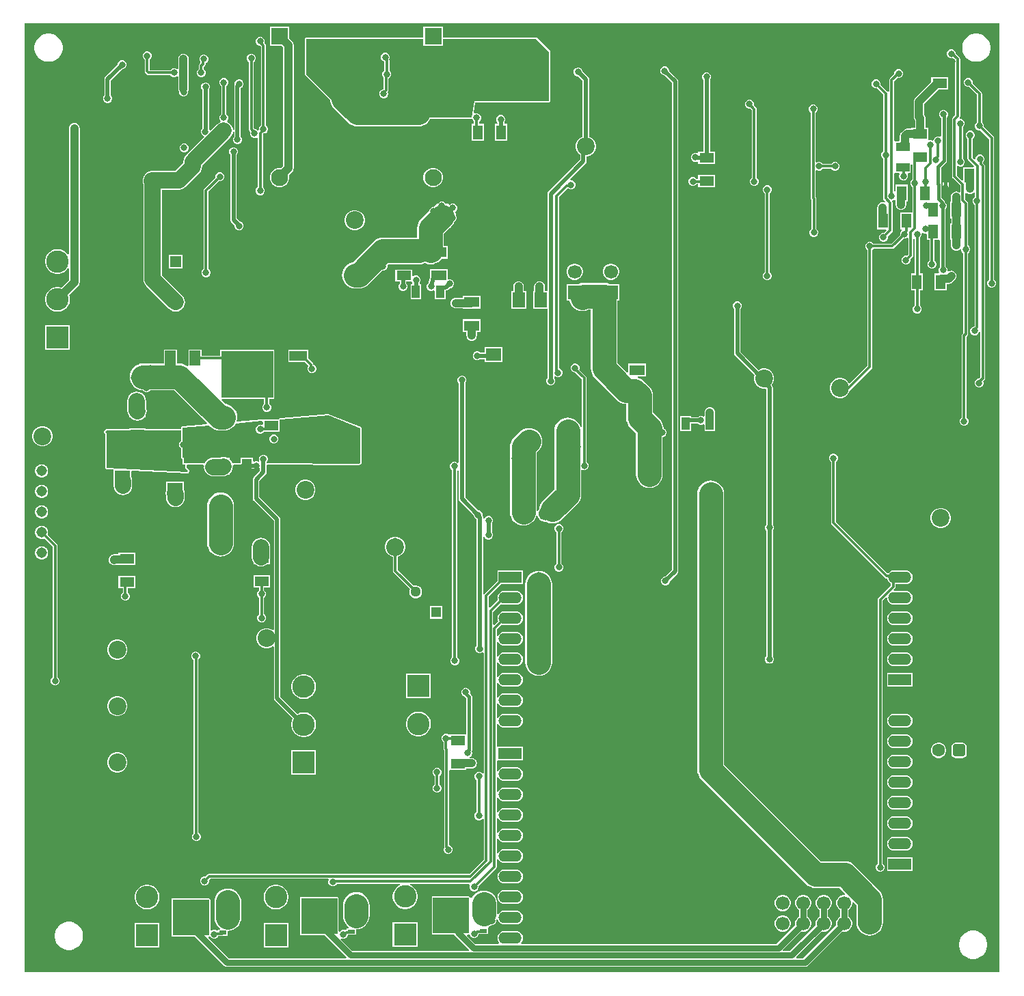
<source format=gbr>
%TF.GenerationSoftware,Altium Limited,Altium Designer,25.2.1 (25)*%
G04 Layer_Physical_Order=2*
G04 Layer_Color=16711680*
%FSLAX45Y45*%
%MOMM*%
%TF.SameCoordinates,EF3F7739-EB0C-4DF3-8AA3-BEF7F1336093*%
%TF.FilePolarity,Positive*%
%TF.FileFunction,Copper,L2,Bot,Signal*%
%TF.Part,Single*%
G01*
G75*
%TA.AperFunction,SMDPad,CuDef*%
%ADD27R,1.35000X1.85000*%
%ADD38R,1.80000X1.20000*%
%ADD39R,1.90000X1.30000*%
%TA.AperFunction,Conductor*%
%ADD58C,0.30000*%
%ADD59C,0.40000*%
%ADD60C,1.00000*%
%ADD61C,0.50000*%
%ADD63C,2.00000*%
%ADD64C,3.00000*%
%ADD65C,0.60000*%
%TA.AperFunction,ComponentPad*%
%ADD66O,2.84500X1.42200*%
%ADD67R,2.84500X1.42200*%
%ADD68C,1.31000*%
%ADD69R,2.77500X2.77500*%
%ADD70C,2.77500*%
%ADD71C,2.20000*%
%ADD72C,1.29000*%
%ADD73R,1.29000X1.29000*%
%ADD74R,1.70000X1.70000*%
%ADD75C,1.70000*%
%ADD76C,2.10000*%
%ADD77R,2.10000X2.10000*%
%ADD78R,1.40000X1.40000*%
%ADD79C,1.40000*%
%ADD80C,1.60000*%
G04:AMPARAMS|DCode=81|XSize=1.6mm|YSize=1.6mm|CornerRadius=0.4mm|HoleSize=0mm|Usage=FLASHONLY|Rotation=180.000|XOffset=0mm|YOffset=0mm|HoleType=Round|Shape=RoundedRectangle|*
%AMROUNDEDRECTD81*
21,1,1.60000,0.80000,0,0,180.0*
21,1,0.80000,1.60000,0,0,180.0*
1,1,0.80000,-0.40000,0.40000*
1,1,0.80000,0.40000,0.40000*
1,1,0.80000,0.40000,-0.40000*
1,1,0.80000,-0.40000,-0.40000*
%
%ADD81ROUNDEDRECTD81*%
%ADD82R,1.70000X1.70000*%
%TA.AperFunction,ViaPad*%
%ADD83C,0.80000*%
%TA.AperFunction,SMDPad,CuDef*%
%ADD84R,2.20000X1.20000*%
%ADD85R,6.40000X5.80000*%
%ADD86R,1.20000X1.80000*%
%ADD87R,1.00000X1.60000*%
%ADD88R,1.90415X1.50328*%
%ADD89R,1.50328X1.90415*%
%ADD90R,1.65822X1.10573*%
%ADD91R,0.92500X0.50000*%
%TA.AperFunction,SMDPad,SMDef*%
%ADD92R,0.80000X0.60000*%
%TA.AperFunction,Conductor*%
%ADD93C,0.75000*%
G36*
X12070000Y0D02*
X-10000D01*
Y11760000D01*
X12070000D01*
Y0D01*
D02*
G37*
%LPC*%
G36*
X11797236Y11635000D02*
X11762764D01*
X11728954Y11628275D01*
X11697106Y11615083D01*
X11668444Y11595932D01*
X11644069Y11571556D01*
X11624917Y11542894D01*
X11611725Y11511046D01*
X11605000Y11477236D01*
Y11442764D01*
X11611725Y11408955D01*
X11624917Y11377107D01*
X11644069Y11348444D01*
X11668444Y11324069D01*
X11697106Y11304917D01*
X11728954Y11291725D01*
X11762764Y11285000D01*
X11797236D01*
X11831046Y11291725D01*
X11862894Y11304917D01*
X11891556Y11324069D01*
X11915931Y11348444D01*
X11935083Y11377107D01*
X11948275Y11408955D01*
X11955000Y11442764D01*
Y11477236D01*
X11948275Y11511046D01*
X11935083Y11542894D01*
X11915931Y11571556D01*
X11891556Y11595932D01*
X11862894Y11615083D01*
X11831046Y11628275D01*
X11797236Y11635000D01*
D02*
G37*
G36*
X307236D02*
X272764D01*
X238954Y11628275D01*
X207106Y11615083D01*
X178444Y11595932D01*
X154069Y11571556D01*
X134917Y11542894D01*
X121725Y11511046D01*
X115000Y11477236D01*
Y11442764D01*
X121725Y11408955D01*
X134917Y11377107D01*
X154069Y11348444D01*
X178444Y11324069D01*
X207106Y11304917D01*
X238954Y11291725D01*
X272764Y11285000D01*
X307236D01*
X341046Y11291725D01*
X372894Y11304917D01*
X401556Y11324069D01*
X425931Y11348444D01*
X445083Y11377107D01*
X458275Y11408955D01*
X465000Y11442764D01*
Y11477236D01*
X458275Y11511046D01*
X445083Y11542894D01*
X425931Y11571556D01*
X401556Y11595932D01*
X372894Y11615083D01*
X341046Y11628275D01*
X307236Y11635000D01*
D02*
G37*
G36*
X2222633Y11375000D02*
X2200753D01*
X2180538Y11366627D01*
X2165066Y11351155D01*
X2156693Y11330940D01*
Y11309060D01*
X2165066Y11288845D01*
X2169825Y11284086D01*
Y11268083D01*
X2158371Y11256629D01*
X2151741Y11246705D01*
X2149412Y11235000D01*
X2149412Y11234999D01*
Y11196862D01*
X2148845Y11196627D01*
X2133373Y11181155D01*
X2125000Y11160940D01*
Y11139060D01*
X2133373Y11118845D01*
X2148845Y11103374D01*
X2169060Y11095000D01*
X2190940D01*
X2211155Y11103374D01*
X2226626Y11118845D01*
X2235000Y11139060D01*
Y11160940D01*
X2226626Y11181155D01*
X2211155Y11196627D01*
X2210588Y11196862D01*
Y11222330D01*
X2223754Y11235496D01*
X2223755Y11235497D01*
X2230385Y11245420D01*
X2232714Y11257126D01*
X2232713Y11257127D01*
Y11269176D01*
X2242847Y11273374D01*
X2258319Y11288845D01*
X2266692Y11309060D01*
Y11330940D01*
X2258319Y11351155D01*
X2242847Y11366627D01*
X2222633Y11375000D01*
D02*
G37*
G36*
X10829940Y11192929D02*
X10808060D01*
X10787845Y11184555D01*
X10772374Y11169084D01*
X10764000Y11148869D01*
Y11133258D01*
X10708371Y11077629D01*
X10701741Y11067705D01*
X10699412Y11056000D01*
X10699412Y11055999D01*
Y10918184D01*
X10696748Y10916000D01*
X10681629Y10911629D01*
X10681628Y10911629D01*
X10594765Y10998493D01*
X10595000Y10999060D01*
Y11020940D01*
X10586627Y11041155D01*
X10571155Y11056627D01*
X10550940Y11065000D01*
X10529060D01*
X10508845Y11056627D01*
X10493373Y11041155D01*
X10485000Y11020940D01*
Y10999060D01*
X10493373Y10978845D01*
X10508845Y10963374D01*
X10529060Y10955000D01*
X10550940D01*
X10551507Y10955235D01*
X10629412Y10877330D01*
Y10176862D01*
X10628845Y10176627D01*
X10613373Y10161155D01*
X10605000Y10140940D01*
Y10119060D01*
X10613373Y10098845D01*
X10627854Y10084364D01*
Y9590894D01*
X10627854Y9590893D01*
X10630183Y9579187D01*
X10636813Y9569264D01*
X10653264Y9552813D01*
X10644767Y9540096D01*
X10636969Y9543327D01*
X10620000Y9545561D01*
X10603032Y9543327D01*
X10587220Y9536777D01*
X10573642Y9526358D01*
X10563223Y9512780D01*
X10556673Y9496969D01*
X10554439Y9480000D01*
Y9418848D01*
X10548300D01*
Y9208848D01*
X10664378D01*
X10670591Y9193849D01*
X10641507Y9164765D01*
X10640940Y9165000D01*
X10619060D01*
X10598845Y9156627D01*
X10583374Y9141155D01*
X10575000Y9120940D01*
Y9099060D01*
X10583374Y9078845D01*
X10598845Y9063374D01*
X10619060Y9055000D01*
X10640940D01*
X10661155Y9063374D01*
X10676627Y9078845D01*
X10685000Y9099060D01*
Y9120940D01*
X10684765Y9121507D01*
X10734928Y9171670D01*
X10734928Y9171671D01*
X10741559Y9181594D01*
X10743888Y9193300D01*
X10743887Y9193301D01*
Y9536034D01*
X10743888Y9536035D01*
X10741559Y9547740D01*
X10739964Y9550128D01*
X10739873Y9552423D01*
X10745229Y9567013D01*
X10745830Y9567558D01*
X10759597Y9573261D01*
X10763554Y9577217D01*
X10778553Y9571004D01*
Y9550400D01*
X10781406D01*
Y9513033D01*
X10783640Y9496065D01*
X10790190Y9480253D01*
X10800609Y9466675D01*
X10814187Y9456256D01*
X10829998Y9449707D01*
X10846967Y9447473D01*
X10863935Y9449707D01*
X10879747Y9456256D01*
X10893325Y9466675D01*
X10903744Y9480253D01*
X10910294Y9496065D01*
X10912528Y9513033D01*
Y9550400D01*
X10928553D01*
Y9760400D01*
X10778553D01*
Y9683601D01*
X10763554Y9675583D01*
X10760588Y9677565D01*
Y9894997D01*
X10770389Y9905937D01*
X10775588Y9905937D01*
X10819119D01*
X10829141Y9890937D01*
X10825000Y9880940D01*
Y9859060D01*
X10833374Y9838845D01*
X10848845Y9823374D01*
X10869060Y9815000D01*
X10890940D01*
X10911155Y9823374D01*
X10926627Y9838845D01*
X10935000Y9859060D01*
Y9880940D01*
X10930859Y9890937D01*
X10940882Y9905937D01*
X10966210D01*
Y10008128D01*
X10975610Y10015756D01*
X10985297Y10014921D01*
X10987712Y10012340D01*
Y9826861D01*
X10987144Y9826627D01*
X10971673Y9811155D01*
X10963299Y9790940D01*
Y9769060D01*
X10971673Y9748845D01*
X10987144Y9733373D01*
X10987712Y9733139D01*
Y9418848D01*
X10838300D01*
Y9208848D01*
X10851469D01*
X10852652Y9206888D01*
X10856067Y9193849D01*
X10843374Y9181155D01*
X10835000Y9160940D01*
Y9139060D01*
X10835235Y9138493D01*
X10727330Y9030588D01*
X10506861D01*
X10506626Y9031155D01*
X10491155Y9046627D01*
X10470940Y9055000D01*
X10449060D01*
X10428845Y9046627D01*
X10413373Y9031155D01*
X10405000Y9010940D01*
Y8989060D01*
X10413373Y8968845D01*
X10428845Y8953374D01*
X10429845Y8952959D01*
Y8902178D01*
X10429412Y8899999D01*
X10429412Y8899998D01*
Y7512670D01*
X10214647Y7297905D01*
X10199776Y7299863D01*
X10190025Y7316752D01*
X10166752Y7340025D01*
X10138248Y7356482D01*
X10106457Y7365000D01*
X10073543D01*
X10041752Y7356482D01*
X10013248Y7340025D01*
X9989975Y7316752D01*
X9973518Y7288249D01*
X9965000Y7256457D01*
Y7223544D01*
X9973518Y7191752D01*
X9989975Y7163248D01*
X10013248Y7139975D01*
X10041752Y7123519D01*
X10073543Y7115000D01*
X10106457D01*
X10138248Y7123519D01*
X10166752Y7139975D01*
X10190025Y7163248D01*
X10206481Y7191752D01*
X10211765Y7211472D01*
X10220698Y7217440D01*
X10481628Y7478371D01*
X10481629Y7478371D01*
X10488259Y7488295D01*
X10490588Y7500000D01*
Y8898256D01*
X10491021Y8900433D01*
Y8953318D01*
X10491155Y8953374D01*
X10506626Y8968845D01*
X10506861Y8969412D01*
X10739999D01*
X10740000Y8969412D01*
X10751705Y8971741D01*
X10761629Y8978371D01*
X10878493Y9095235D01*
X10879060Y9095000D01*
X10900940D01*
X10921155Y9103373D01*
X10923345Y9105564D01*
X10938345Y9099351D01*
Y8899379D01*
X10919400Y8880434D01*
X10899060D01*
X10878845Y8872060D01*
X10863373Y8856589D01*
X10855000Y8836374D01*
Y8814494D01*
X10863373Y8794279D01*
X10878845Y8778807D01*
X10899060Y8770434D01*
X10920940D01*
X10941155Y8778807D01*
X10956627Y8794279D01*
X10965000Y8814494D01*
Y8836374D01*
X10964079Y8838597D01*
X10990562Y8865080D01*
X10997192Y8875003D01*
X10999521Y8886709D01*
X10999521Y8886710D01*
Y9088895D01*
X11014521Y9096823D01*
X11019412Y9093488D01*
Y8662300D01*
X10970701D01*
Y8452300D01*
X11019412D01*
Y8266862D01*
X11018845Y8266627D01*
X11003373Y8251155D01*
X10995000Y8230940D01*
Y8209060D01*
X11003373Y8188845D01*
X11018845Y8173374D01*
X11039060Y8165000D01*
X11060940D01*
X11081155Y8173374D01*
X11096627Y8188845D01*
X11105000Y8209060D01*
Y8230940D01*
X11096627Y8251155D01*
X11081155Y8266627D01*
X11080588Y8266862D01*
Y8452300D01*
X11120701D01*
Y8662300D01*
X11080588D01*
Y9103139D01*
X11081155Y9103373D01*
X11096627Y9118845D01*
X11105000Y9139060D01*
Y9156006D01*
X11117704Y9162767D01*
X11119022Y9163300D01*
X11139060Y9155000D01*
X11160940D01*
X11170000Y9148946D01*
Y9075000D01*
X11199412D01*
Y8821862D01*
X11198845Y8821627D01*
X11183373Y8806155D01*
X11175000Y8785940D01*
Y8764060D01*
X11183373Y8743845D01*
X11198845Y8728374D01*
X11219060Y8720000D01*
X11240940D01*
X11261155Y8728374D01*
X11276626Y8743845D01*
X11285000Y8764060D01*
Y8785940D01*
X11276626Y8806155D01*
X11261155Y8821627D01*
X11260588Y8821862D01*
Y9075000D01*
X11314314D01*
X11320000Y9075000D01*
X11329314Y9063858D01*
Y8739396D01*
X11323374Y8733455D01*
X11315000Y8713240D01*
Y8691360D01*
X11320824Y8677300D01*
X11312621Y8662300D01*
X11260701D01*
Y8452300D01*
X11410701D01*
Y8531739D01*
X11437727D01*
X11454696Y8533973D01*
X11470508Y8540522D01*
X11484086Y8550941D01*
X11515823Y8582679D01*
X11526242Y8596257D01*
X11532791Y8612069D01*
X11535025Y8629037D01*
X11532791Y8646006D01*
X11526242Y8661817D01*
X11515823Y8675395D01*
X11502245Y8685814D01*
X11486433Y8692364D01*
X11469465Y8694598D01*
X11452496Y8692364D01*
X11438858Y8686715D01*
X11434943Y8688027D01*
X11432308Y8689538D01*
X11425000Y8695756D01*
Y8713240D01*
X11416627Y8733455D01*
X11401155Y8748927D01*
X11400686Y8749121D01*
Y9462904D01*
X11406626Y9468845D01*
X11415000Y9489060D01*
Y9510940D01*
X11406626Y9531155D01*
X11391155Y9546627D01*
X11387974Y9547944D01*
X11385316Y9561310D01*
X11377580Y9572887D01*
X11345686Y9604782D01*
Y9767650D01*
X11343985Y9776199D01*
Y9973518D01*
X11405250Y10034783D01*
X11412986Y10046360D01*
X11415702Y10060017D01*
Y10597561D01*
X11420073Y10601932D01*
X11428446Y10622147D01*
Y10644027D01*
X11420073Y10664242D01*
X11404601Y10679713D01*
X11384386Y10688087D01*
X11362506D01*
X11342292Y10679713D01*
X11326820Y10664242D01*
X11318447Y10644027D01*
Y10622147D01*
X11326820Y10601932D01*
X11342292Y10586460D01*
X11344331Y10585616D01*
Y10362575D01*
X11329331Y10353970D01*
X11315957Y10359509D01*
X11294076D01*
X11273862Y10351136D01*
X11258390Y10335664D01*
X11250534Y10316698D01*
X11248566Y10314743D01*
X11235016Y10308146D01*
X11219677Y10314500D01*
X11201139D01*
X11197763Y10314534D01*
X11186199Y10325933D01*
Y10464647D01*
X11153860D01*
Y10581701D01*
X11151626Y10598669D01*
X11145077Y10614481D01*
X11135561Y10626882D01*
Y10763393D01*
X11315456Y10943288D01*
X11318299D01*
X11322560Y10943849D01*
X11433299D01*
Y11093848D01*
X11223300D01*
Y11036565D01*
X11023642Y10836907D01*
X11013223Y10823329D01*
X11006673Y10807517D01*
X11004439Y10790549D01*
Y10600000D01*
X11006673Y10583032D01*
X11013223Y10567220D01*
X11022739Y10554819D01*
Y10464647D01*
X10976200D01*
Y10454409D01*
X10923623D01*
X10906655Y10452175D01*
X10890843Y10445626D01*
X10877265Y10435207D01*
X10851379Y10409321D01*
X10840960Y10395742D01*
X10834410Y10379931D01*
X10832176Y10362962D01*
Y10316057D01*
X10817715Y10301759D01*
X10775588D01*
X10770389Y10301759D01*
X10760588Y10312700D01*
Y11043330D01*
X10802493Y11085235D01*
X10808060Y11082929D01*
X10829940D01*
X10850155Y11091302D01*
X10865627Y11106774D01*
X10874000Y11126989D01*
Y11148869D01*
X10865627Y11169084D01*
X10850155Y11184555D01*
X10829940Y11192929D01*
D02*
G37*
G36*
X1520940Y11415000D02*
X1499060D01*
X1478845Y11406626D01*
X1463374Y11391155D01*
X1455000Y11370940D01*
Y11349060D01*
X1463374Y11328845D01*
X1478845Y11313373D01*
X1479412Y11313138D01*
Y11167575D01*
X1479412Y11167574D01*
X1481740Y11155868D01*
X1488371Y11145945D01*
X1505944Y11128372D01*
X1505945Y11128371D01*
X1515868Y11121741D01*
X1527574Y11119412D01*
X1527575Y11119412D01*
X1797067D01*
X1812059Y11104421D01*
X1832274Y11096047D01*
X1854154D01*
X1874369Y11104421D01*
X1879439Y11109491D01*
X1894439Y11103278D01*
Y10950000D01*
X1896673Y10933032D01*
X1903223Y10917220D01*
X1908201Y10910732D01*
Y10896601D01*
X1916575Y10876386D01*
X1932046Y10860915D01*
X1952261Y10852541D01*
X1974141D01*
X1994356Y10860915D01*
X2009828Y10876386D01*
X2018201Y10896601D01*
Y10918481D01*
X2017750Y10919570D01*
X2023327Y10933032D01*
X2025561Y10950000D01*
Y11320000D01*
X2023327Y11336968D01*
X2016777Y11352780D01*
X2006358Y11366358D01*
X1992780Y11376777D01*
X1976968Y11383327D01*
X1960000Y11385561D01*
X1943031Y11383327D01*
X1927220Y11376777D01*
X1913642Y11366358D01*
X1903223Y11352780D01*
X1896673Y11336968D01*
X1894439Y11320000D01*
Y11198817D01*
X1879439Y11192603D01*
X1874369Y11197674D01*
X1854154Y11206047D01*
X1832274D01*
X1812059Y11197674D01*
X1796587Y11182202D01*
X1795919Y11180588D01*
X1540587D01*
Y11313138D01*
X1541155Y11313373D01*
X1556627Y11328845D01*
X1565000Y11349060D01*
Y11370940D01*
X1556627Y11391155D01*
X1541155Y11406626D01*
X1520940Y11415000D01*
D02*
G37*
G36*
X1210940Y11305000D02*
X1189060D01*
X1168845Y11296627D01*
X1153373Y11281155D01*
X1145000Y11260940D01*
Y11252677D01*
X991162Y11098839D01*
X982321Y11085607D01*
X979216Y11070000D01*
X979216Y11069999D01*
Y10866998D01*
X973373Y10861155D01*
X965000Y10840940D01*
Y10819060D01*
X973373Y10798845D01*
X988845Y10783373D01*
X1009060Y10775000D01*
X1030940D01*
X1051155Y10783373D01*
X1066627Y10798845D01*
X1075000Y10819060D01*
Y10840940D01*
X1066627Y10861155D01*
X1060784Y10866998D01*
Y11053107D01*
X1202677Y11195000D01*
X1210940D01*
X1231155Y11203374D01*
X1246626Y11218845D01*
X1255000Y11239060D01*
Y11260940D01*
X1246626Y11281155D01*
X1231155Y11296627D01*
X1210940Y11305000D01*
D02*
G37*
G36*
X2470940Y11085000D02*
X2449060D01*
X2428845Y11076627D01*
X2413373Y11061155D01*
X2405000Y11040940D01*
Y11019060D01*
X2413373Y10998845D01*
X2428845Y10983374D01*
X2429373Y10983155D01*
Y10636983D01*
X2428766Y10636732D01*
X2413294Y10621260D01*
X2404921Y10601045D01*
Y10579165D01*
X2413294Y10558950D01*
X2418658Y10553587D01*
X2415138Y10535893D01*
X2402004Y10530453D01*
X2377981Y10512019D01*
X2298858Y10432896D01*
X2282272Y10437524D01*
X2276626Y10451155D01*
X2275783Y10451998D01*
Y10938002D01*
X2281626Y10943845D01*
X2290000Y10964060D01*
Y10985940D01*
X2281626Y11006155D01*
X2266155Y11021626D01*
X2245940Y11030000D01*
X2224060D01*
X2203845Y11021626D01*
X2188373Y11006155D01*
X2180000Y10985940D01*
Y10964060D01*
X2188373Y10943845D01*
X2194216Y10938002D01*
Y10461998D01*
X2183373Y10451155D01*
X2175000Y10430940D01*
Y10409060D01*
X2183373Y10388845D01*
X2198845Y10373373D01*
X2212476Y10367727D01*
X2217103Y10351142D01*
X1994085Y10128124D01*
X1975652Y10104101D01*
X1964064Y10076126D01*
X1960112Y10046105D01*
X1960112Y10046103D01*
Y10035359D01*
X1854699Y9929946D01*
X1615717D01*
X1596382Y9935127D01*
X1563468D01*
X1531677Y9926609D01*
X1503173Y9910152D01*
X1479900Y9886879D01*
X1463443Y9858376D01*
X1454925Y9826584D01*
Y9793671D01*
X1463443Y9761879D01*
X1463933Y9761032D01*
Y8588077D01*
X1463932Y8588075D01*
X1467885Y8558054D01*
X1479473Y8530079D01*
X1497906Y8506056D01*
X1781981Y8221981D01*
X1806004Y8203548D01*
X1833979Y8191960D01*
X1864000Y8188008D01*
X1894021Y8191960D01*
X1921996Y8203548D01*
X1946019Y8221981D01*
X1964453Y8246004D01*
X1976040Y8273979D01*
X1979993Y8304000D01*
X1976040Y8334021D01*
X1964453Y8361996D01*
X1946019Y8386019D01*
X1695917Y8636121D01*
Y9697962D01*
X1902743D01*
X1902745Y9697961D01*
X1932766Y9701914D01*
X1960741Y9713502D01*
X1984764Y9731935D01*
X2158122Y9905294D01*
X2158123Y9905294D01*
X2176557Y9929317D01*
X2188144Y9957293D01*
X2192097Y9987314D01*
X2192097Y9987316D01*
Y9998059D01*
X2542019Y10347981D01*
X2560452Y10372004D01*
X2572040Y10399979D01*
X2574216Y10416510D01*
X2589216Y10415527D01*
Y10356998D01*
X2583373Y10351155D01*
X2575000Y10330940D01*
Y10309060D01*
X2583373Y10288845D01*
X2598845Y10273373D01*
X2619060Y10265000D01*
X2640940D01*
X2661155Y10273373D01*
X2676626Y10288845D01*
X2685000Y10309060D01*
Y10330940D01*
X2676626Y10351155D01*
X2670783Y10356998D01*
Y10959077D01*
X2681155Y10963374D01*
X2696627Y10978845D01*
X2705000Y10999060D01*
Y11020940D01*
X2696627Y11041155D01*
X2681155Y11056627D01*
X2660940Y11065000D01*
X2639060D01*
X2618845Y11056627D01*
X2603374Y11041155D01*
X2595000Y11020940D01*
Y11001499D01*
X2592321Y10997489D01*
X2589216Y10981882D01*
X2589216Y10981880D01*
Y10444474D01*
X2574216Y10443491D01*
X2572040Y10460021D01*
X2560452Y10487997D01*
X2542019Y10512019D01*
X2517996Y10530453D01*
X2504750Y10535940D01*
X2501230Y10553633D01*
X2506547Y10558950D01*
X2514921Y10579165D01*
Y10601045D01*
X2506547Y10621260D01*
X2491076Y10636732D01*
X2490548Y10636950D01*
Y10983122D01*
X2491155Y10983374D01*
X2506626Y10998845D01*
X2515000Y11019060D01*
Y11040940D01*
X2506626Y11061155D01*
X2491155Y11076627D01*
X2470940Y11085000D01*
D02*
G37*
G36*
X2920940Y11595000D02*
X2899060D01*
X2878845Y11586627D01*
X2863373Y11571155D01*
X2855000Y11550940D01*
Y11529060D01*
X2863373Y11508845D01*
X2878845Y11493374D01*
X2899060Y11485000D01*
X2908212D01*
X2919337Y11473875D01*
Y10496989D01*
X2918770Y10496754D01*
X2903298Y10481282D01*
X2894925Y10461067D01*
Y10439700D01*
X2893465Y10438337D01*
X2881846Y10431566D01*
X2871658Y10441754D01*
X2851443Y10450127D01*
X2842291D01*
X2830587Y10461831D01*
Y11283138D01*
X2831155Y11283373D01*
X2846626Y11298845D01*
X2855000Y11319060D01*
Y11340940D01*
X2846626Y11361155D01*
X2831155Y11376626D01*
X2810940Y11385000D01*
X2789060D01*
X2768845Y11376626D01*
X2753373Y11361155D01*
X2745000Y11340940D01*
Y11319060D01*
X2753373Y11298845D01*
X2768845Y11283373D01*
X2769412Y11283138D01*
Y10449162D01*
X2769412Y10449161D01*
X2771740Y10437455D01*
X2778371Y10427532D01*
X2789701Y10416201D01*
X2785503Y10406067D01*
Y10384187D01*
X2793877Y10363972D01*
X2809348Y10348501D01*
X2829563Y10340127D01*
X2851443D01*
X2867612Y10346825D01*
X2882612Y10339856D01*
Y9734698D01*
X2882045Y9734463D01*
X2866574Y9718991D01*
X2858200Y9698776D01*
Y9676896D01*
X2866574Y9656681D01*
X2882045Y9641210D01*
X2902260Y9632836D01*
X2924140D01*
X2944355Y9641210D01*
X2959827Y9656681D01*
X2968200Y9676896D01*
Y9698776D01*
X2959827Y9718991D01*
X2944355Y9734463D01*
X2943788Y9734698D01*
Y10387202D01*
X2951713Y10395127D01*
X2960865D01*
X2981080Y10403501D01*
X2996552Y10418972D01*
X3004925Y10439187D01*
Y10461067D01*
X2996552Y10481282D01*
X2981080Y10496754D01*
X2980513Y10496989D01*
Y11486543D01*
X2980513Y11486545D01*
X2978184Y11498250D01*
X2971554Y11508174D01*
X2971553Y11508174D01*
X2960802Y11518925D01*
X2965000Y11529060D01*
Y11550940D01*
X2956626Y11571155D01*
X2941155Y11586627D01*
X2920940Y11595000D01*
D02*
G37*
G36*
X5900940Y10625000D02*
X5879060D01*
X5858845Y10616626D01*
X5843373Y10601155D01*
X5835000Y10580940D01*
Y10559060D01*
X5843373Y10538845D01*
X5851717Y10530502D01*
Y10515000D01*
X5820000D01*
Y10305000D01*
X5970000D01*
Y10515000D01*
X5933284D01*
Y10535502D01*
X5936626Y10538845D01*
X5945000Y10559060D01*
Y10580940D01*
X5936626Y10601155D01*
X5921155Y10616626D01*
X5900940Y10625000D01*
D02*
G37*
G36*
X5171700Y11720000D02*
X4931700D01*
Y11586363D01*
X3479925D01*
X3468444Y11581608D01*
X3463689Y11570127D01*
Y11130127D01*
X3468444Y11118647D01*
X3775204Y10811887D01*
X3775758Y10810061D01*
X3777387Y10793518D01*
X3786823Y10762415D01*
X3802144Y10733751D01*
X3822763Y10708626D01*
X3998499Y10532890D01*
X4023623Y10512271D01*
X4052288Y10496950D01*
X4083390Y10487515D01*
X4115736Y10484329D01*
X4869925D01*
X4902271Y10487515D01*
X4933373Y10496950D01*
X4962038Y10512271D01*
X4987162Y10532890D01*
X5007781Y10558015D01*
X5016267Y10573891D01*
X5530127D01*
X5534888Y10575864D01*
X5536186Y10576197D01*
X5543373Y10558845D01*
X5558845Y10543373D01*
X5559412Y10543138D01*
Y10515000D01*
X5530000D01*
Y10305000D01*
X5680000D01*
Y10515000D01*
X5620588D01*
Y10543138D01*
X5621155Y10543373D01*
X5636627Y10558845D01*
X5645000Y10579060D01*
Y10600940D01*
X5636627Y10621155D01*
X5621155Y10636626D01*
X5600940Y10645000D01*
X5579060D01*
X5568862Y10640776D01*
X5555214Y10651358D01*
X5574020Y10783891D01*
X6489925Y10783892D01*
X6501406Y10788647D01*
X6506161Y10800128D01*
Y11410127D01*
X6501406Y11421608D01*
X6341405Y11581608D01*
X6329925Y11586363D01*
X5171700D01*
Y11720000D01*
D02*
G37*
G36*
X1979927Y10274268D02*
X1958047D01*
X1937833Y10265894D01*
X1922361Y10250423D01*
X1913988Y10230208D01*
Y10208328D01*
X1922361Y10188113D01*
X1937833Y10172641D01*
X1958047Y10164268D01*
X1979927D01*
X2000142Y10172641D01*
X2015614Y10188113D01*
X2023987Y10208328D01*
Y10230208D01*
X2015614Y10250423D01*
X2000142Y10265894D01*
X1979927Y10274268D01*
D02*
G37*
G36*
X8450940Y11155000D02*
X8429060D01*
X8408845Y11146626D01*
X8393373Y11131155D01*
X8385000Y11110940D01*
Y11089060D01*
X8393373Y11068845D01*
X8399689Y11062530D01*
Y10168756D01*
X8335472D01*
Y10161074D01*
X8320472Y10151052D01*
X8310940Y10155000D01*
X8289060D01*
X8268845Y10146627D01*
X8253373Y10131155D01*
X8245000Y10110940D01*
Y10089060D01*
X8253373Y10068845D01*
X8268845Y10053374D01*
X8289060Y10045000D01*
X8310940D01*
X8320472Y10048949D01*
X8335472Y10038926D01*
Y10018757D01*
X8545472D01*
Y10168756D01*
X8481256D01*
Y11063474D01*
X8486626Y11068845D01*
X8495000Y11089060D01*
Y11110940D01*
X8486626Y11131155D01*
X8471155Y11146626D01*
X8450940Y11155000D01*
D02*
G37*
G36*
X3270000Y11720000D02*
X3030000D01*
Y11480000D01*
X3177283D01*
X3194364Y11462918D01*
Y9990735D01*
X3171975Y9968345D01*
X3165798Y9970000D01*
X3134202D01*
X3103681Y9961822D01*
X3076318Y9946024D01*
X3053976Y9923682D01*
X3038178Y9896318D01*
X3030000Y9865798D01*
Y9834202D01*
X3038178Y9803681D01*
X3053976Y9776318D01*
X3076318Y9753976D01*
X3103681Y9738178D01*
X3134202Y9730000D01*
X3165798D01*
X3196318Y9738178D01*
X3223682Y9753976D01*
X3246024Y9776318D01*
X3261822Y9803681D01*
X3270000Y9834202D01*
Y9865798D01*
X3266801Y9877737D01*
X3306283Y9917220D01*
X3316703Y9930798D01*
X3323252Y9946610D01*
X3325486Y9963578D01*
Y11490075D01*
X3323252Y11507043D01*
X3316703Y11522855D01*
X3306283Y11536433D01*
X3270000Y11572717D01*
Y11720000D01*
D02*
G37*
G36*
X9770940Y10755000D02*
X9749060D01*
X9728845Y10746626D01*
X9713374Y10731155D01*
X9705000Y10710940D01*
Y10689060D01*
X9713374Y10668845D01*
X9728845Y10653373D01*
X9729412Y10653138D01*
Y10004524D01*
X9729412Y10004522D01*
X9729412Y10004520D01*
Y9599027D01*
X9729412Y9599026D01*
X9731741Y9587321D01*
X9738371Y9577397D01*
X9739412Y9576356D01*
Y9216861D01*
X9738845Y9216626D01*
X9723373Y9201155D01*
X9715000Y9180940D01*
Y9159060D01*
X9723373Y9138845D01*
X9738845Y9123373D01*
X9759060Y9115000D01*
X9780940D01*
X9801155Y9123373D01*
X9816627Y9138845D01*
X9825000Y9159060D01*
Y9180940D01*
X9816627Y9201155D01*
X9801155Y9216626D01*
X9800588Y9216861D01*
Y9589025D01*
X9800588Y9589026D01*
X9798259Y9600731D01*
X9791629Y9610655D01*
X9790587Y9611696D01*
Y9932032D01*
X9805588Y9940581D01*
X9819060Y9935000D01*
X9840940D01*
X9861155Y9943374D01*
X9876626Y9958845D01*
X9876861Y9959412D01*
X9983139D01*
X9983373Y9958845D01*
X9998845Y9943374D01*
X10019060Y9935000D01*
X10040940D01*
X10061155Y9943374D01*
X10076627Y9958845D01*
X10085000Y9979060D01*
Y10000940D01*
X10076627Y10021155D01*
X10061155Y10036627D01*
X10040940Y10045000D01*
X10019060D01*
X9998845Y10036627D01*
X9983373Y10021155D01*
X9983139Y10020588D01*
X9876861D01*
X9876626Y10021155D01*
X9861155Y10036627D01*
X9840940Y10045000D01*
X9819060D01*
X9805588Y10039420D01*
X9790588Y10047968D01*
Y10653138D01*
X9791155Y10653373D01*
X9806627Y10668845D01*
X9815000Y10689060D01*
Y10710940D01*
X9806627Y10731155D01*
X9791155Y10746626D01*
X9770940Y10755000D01*
D02*
G37*
G36*
X8545472Y9878756D02*
X8335472D01*
Y9830588D01*
X8316861D01*
X8316626Y9831155D01*
X8301155Y9846626D01*
X8280940Y9855000D01*
X8259060D01*
X8238845Y9846626D01*
X8223373Y9831155D01*
X8215000Y9810940D01*
Y9789060D01*
X8223373Y9768845D01*
X8238845Y9753373D01*
X8259060Y9745000D01*
X8280940D01*
X8301155Y9753373D01*
X8316626Y9768845D01*
X8316861Y9769412D01*
X8335472D01*
Y9728757D01*
X8545472D01*
Y9878756D01*
D02*
G37*
G36*
X2420940Y9915000D02*
X2399060D01*
X2378845Y9906626D01*
X2363373Y9891155D01*
X2355000Y9870940D01*
Y9849060D01*
X2355235Y9848492D01*
X2218296Y9711554D01*
X2211666Y9701630D01*
X2209337Y9689925D01*
X2209337Y9689924D01*
Y8718155D01*
X2208770Y8717920D01*
X2193298Y8702448D01*
X2184925Y8682234D01*
Y8660354D01*
X2193298Y8640139D01*
X2208770Y8624667D01*
X2228985Y8616294D01*
X2250865D01*
X2271080Y8624667D01*
X2286551Y8640139D01*
X2294925Y8660354D01*
Y8682234D01*
X2286551Y8702448D01*
X2271080Y8717920D01*
X2270513Y8718155D01*
Y9677255D01*
X2398492Y9805235D01*
X2399060Y9805000D01*
X2420940D01*
X2441155Y9813373D01*
X2456626Y9828845D01*
X2465000Y9849060D01*
Y9870940D01*
X2456626Y9891155D01*
X2441155Y9906626D01*
X2420940Y9915000D01*
D02*
G37*
G36*
X8980940Y10815000D02*
X8959060D01*
X8938845Y10806627D01*
X8923374Y10791155D01*
X8915000Y10770940D01*
Y10749060D01*
X8923374Y10728845D01*
X8938845Y10713374D01*
X8959060Y10705000D01*
X8980940D01*
X8981360Y10705174D01*
X8999412Y10687122D01*
Y9846861D01*
X8998845Y9846626D01*
X8983373Y9831155D01*
X8975000Y9810940D01*
Y9789060D01*
X8983373Y9768845D01*
X8998845Y9753373D01*
X9019060Y9745000D01*
X9040940D01*
X9061155Y9753373D01*
X9076626Y9768845D01*
X9085000Y9789060D01*
Y9810940D01*
X9076626Y9831155D01*
X9061155Y9846626D01*
X9060588Y9846861D01*
Y10699791D01*
X9060588Y10699792D01*
X9058259Y10711497D01*
X9051629Y10721421D01*
X9051628Y10721421D01*
X9024704Y10748346D01*
X9025000Y10749060D01*
Y10770940D01*
X9016627Y10791155D01*
X9001155Y10806627D01*
X8980940Y10815000D01*
D02*
G37*
G36*
X5067498Y9970000D02*
X5035902D01*
X5005381Y9961822D01*
X4978018Y9946024D01*
X4955676Y9923682D01*
X4939878Y9896318D01*
X4931700Y9865798D01*
Y9834202D01*
X4939878Y9803681D01*
X4955676Y9776318D01*
X4978018Y9753976D01*
X5005381Y9738178D01*
X5035902Y9730000D01*
X5067498D01*
X5098018Y9738178D01*
X5125382Y9753976D01*
X5147724Y9776318D01*
X5163522Y9803681D01*
X5171700Y9834202D01*
Y9865798D01*
X5163522Y9896318D01*
X5147724Y9923682D01*
X5125382Y9946024D01*
X5098018Y9961822D01*
X5067498Y9970000D01*
D02*
G37*
G36*
X6860940Y11215000D02*
X6839060D01*
X6818845Y11206627D01*
X6803373Y11191155D01*
X6795000Y11170940D01*
Y11149060D01*
X6803373Y11128845D01*
X6818845Y11113374D01*
X6839060Y11105000D01*
X6847323D01*
X6905216Y11047107D01*
Y10354482D01*
X6897752Y10352481D01*
X6869248Y10336025D01*
X6845975Y10312752D01*
X6829518Y10284248D01*
X6821000Y10252457D01*
Y10219543D01*
X6829518Y10187752D01*
X6845975Y10159248D01*
X6869248Y10135975D01*
X6872688Y10133989D01*
Y10068912D01*
X6481162Y9677385D01*
X6472321Y9664154D01*
X6469216Y9648547D01*
X6469216Y9648545D01*
Y8440208D01*
X6435561D01*
Y8500000D01*
X6433327Y8516968D01*
X6426777Y8532780D01*
X6416358Y8546358D01*
X6402780Y8556777D01*
X6386968Y8563327D01*
X6370000Y8565561D01*
X6353031Y8563327D01*
X6337220Y8556777D01*
X6323642Y8546358D01*
X6313223Y8532780D01*
X6306673Y8516968D01*
X6304439Y8500000D01*
Y8440208D01*
X6294880D01*
Y8219793D01*
X6469216D01*
Y7366998D01*
X6463373Y7361155D01*
X6455000Y7340940D01*
Y7319060D01*
X6463373Y7298845D01*
X6478845Y7283374D01*
X6499060Y7275000D01*
X6520940D01*
X6541155Y7283374D01*
X6556626Y7298845D01*
X6565000Y7319060D01*
Y7340940D01*
X6556626Y7361155D01*
X6551418Y7366364D01*
X6552927Y7381110D01*
X6565783Y7386435D01*
X6568845Y7383374D01*
X6589060Y7375000D01*
X6610940D01*
X6631155Y7383374D01*
X6646627Y7398845D01*
X6655000Y7419060D01*
Y7440940D01*
X6646627Y7461155D01*
X6631155Y7476627D01*
X6610940Y7485000D01*
X6610588D01*
Y9607330D01*
X6722738Y9719480D01*
X6728845Y9713374D01*
X6749060Y9705000D01*
X6770940D01*
X6791155Y9713374D01*
X6806626Y9728845D01*
X6815000Y9749060D01*
Y9770940D01*
X6806626Y9791155D01*
X6791155Y9806627D01*
X6770940Y9815000D01*
X6755343D01*
X6749130Y9830000D01*
X6942309Y10023180D01*
X6942310Y10023180D01*
X6951151Y10036411D01*
X6954256Y10052019D01*
X6954255Y10052020D01*
Y10111000D01*
X6962456D01*
X6994248Y10119518D01*
X7022752Y10135975D01*
X7046025Y10159248D01*
X7062481Y10187752D01*
X7071000Y10219543D01*
Y10252457D01*
X7062481Y10284248D01*
X7046025Y10312752D01*
X7022752Y10336025D01*
X6994248Y10352481D01*
X6986783Y10354482D01*
Y11063999D01*
X6986784Y11064000D01*
X6983679Y11079608D01*
X6974838Y11092839D01*
X6974837Y11092839D01*
X6905000Y11162677D01*
Y11170940D01*
X6896627Y11191155D01*
X6881155Y11206627D01*
X6860940Y11215000D01*
D02*
G37*
G36*
X11403300Y9939534D02*
X11389643Y9936817D01*
X11378066Y9929082D01*
X11370330Y9917504D01*
X11367614Y9903848D01*
Y9885078D01*
X11367031Y9884205D01*
X11364314Y9870549D01*
Y9720000D01*
X11367031Y9706344D01*
X11374766Y9694766D01*
X11386344Y9687031D01*
X11400000Y9684314D01*
X11413656Y9687031D01*
X11425234Y9694766D01*
X11432969Y9706344D01*
X11435686Y9720000D01*
Y9859319D01*
X11436269Y9860192D01*
X11438985Y9873848D01*
Y9903848D01*
X11436269Y9917504D01*
X11428533Y9929082D01*
X11416956Y9936817D01*
X11403300Y9939534D01*
D02*
G37*
G36*
X11482635Y11439636D02*
X11460755D01*
X11440540Y11431263D01*
X11425069Y11415791D01*
X11416695Y11395576D01*
Y11373696D01*
X11425069Y11353481D01*
X11440540Y11338010D01*
X11460755Y11329636D01*
X11482635D01*
X11492157Y11333581D01*
X11519412Y11306325D01*
Y10624528D01*
X11488371Y10593487D01*
X11481741Y10583563D01*
X11479412Y10571858D01*
X11479412Y10571857D01*
Y9864722D01*
X11479412Y9864721D01*
X11481741Y9853016D01*
X11488371Y9843092D01*
X11579412Y9752051D01*
Y9672922D01*
X11564412Y9665525D01*
X11562780Y9666777D01*
X11546969Y9673327D01*
X11530000Y9675561D01*
X11513032Y9673327D01*
X11497220Y9666777D01*
X11483642Y9656358D01*
X11473223Y9642781D01*
X11466673Y9626969D01*
X11464439Y9610000D01*
Y9555000D01*
X11460000D01*
Y9345000D01*
X11469439D01*
Y9285000D01*
X11460000D01*
Y9075000D01*
X11464439D01*
Y9010000D01*
X11466673Y8993032D01*
X11473223Y8977220D01*
X11483642Y8963642D01*
X11497220Y8953223D01*
X11513032Y8946673D01*
X11530000Y8944439D01*
X11546969Y8946673D01*
X11562780Y8953223D01*
X11576358Y8963642D01*
X11580000Y8968388D01*
X11595000Y8963296D01*
Y8949060D01*
X11603374Y8928845D01*
X11618845Y8913374D01*
X11619412Y8913139D01*
Y7922454D01*
X11608371Y7911412D01*
X11601741Y7901489D01*
X11599412Y7889784D01*
X11599412Y7889782D01*
Y6876862D01*
X11598845Y6876627D01*
X11583374Y6861155D01*
X11575000Y6840940D01*
Y6819060D01*
X11583374Y6798845D01*
X11598845Y6783374D01*
X11619060Y6775000D01*
X11640940D01*
X11661155Y6783374D01*
X11676627Y6798845D01*
X11685000Y6819060D01*
Y6840940D01*
X11676627Y6861155D01*
X11661155Y6876627D01*
X11660588Y6876862D01*
Y7877114D01*
X11671629Y7888155D01*
X11678259Y7898078D01*
X11680588Y7909784D01*
Y8913139D01*
X11681155Y8913374D01*
X11696627Y8928845D01*
X11705000Y8949060D01*
Y8970940D01*
X11696627Y8991155D01*
X11681155Y9006627D01*
X11680588Y9006862D01*
Y9527425D01*
X11680588Y9527426D01*
X11678259Y9539132D01*
X11671629Y9549055D01*
X11671628Y9549056D01*
X11640588Y9580096D01*
Y9656014D01*
X11647930Y9660304D01*
X11655588Y9662148D01*
X11667219Y9653223D01*
X11683031Y9646673D01*
X11700000Y9644439D01*
X11716968Y9646673D01*
X11732780Y9653223D01*
X11746358Y9663642D01*
X11747911Y9665665D01*
X11762911Y9660573D01*
Y9608310D01*
X11758845Y9606626D01*
X11743374Y9591155D01*
X11735000Y9570940D01*
Y9549060D01*
X11743374Y9528845D01*
X11758845Y9513373D01*
X11759412Y9513138D01*
Y8006200D01*
X11758212Y8005000D01*
X11749060D01*
X11728845Y7996627D01*
X11713374Y7981155D01*
X11705000Y7960940D01*
Y7939060D01*
X11713374Y7918845D01*
X11728845Y7903374D01*
X11749060Y7895000D01*
X11770940D01*
X11791155Y7903374D01*
X11806627Y7918845D01*
X11815000Y7939060D01*
X11829412Y7937641D01*
Y7376200D01*
X11812212Y7359000D01*
X11803060D01*
X11782845Y7350627D01*
X11767373Y7335155D01*
X11759000Y7314940D01*
Y7293060D01*
X11767373Y7272845D01*
X11782845Y7257374D01*
X11803060Y7249000D01*
X11824940D01*
X11845155Y7257374D01*
X11860627Y7272845D01*
X11869000Y7293060D01*
Y7314940D01*
X11864802Y7325075D01*
X11881628Y7341901D01*
X11881629Y7341902D01*
X11888259Y7351825D01*
X11890588Y7363531D01*
Y9991863D01*
X11888259Y10003569D01*
X11881629Y10013492D01*
X11881628Y10013493D01*
X11866270Y10028851D01*
Y10041263D01*
X11872742Y10047735D01*
X11881115Y10067950D01*
Y10089830D01*
X11872742Y10110045D01*
X11857270Y10125516D01*
X11837056Y10133890D01*
X11815176D01*
X11794961Y10125516D01*
X11779489Y10110045D01*
X11771116Y10089830D01*
Y10081579D01*
X11756116Y10075366D01*
X11732887Y10098594D01*
Y10326435D01*
X11735155Y10327374D01*
X11750626Y10342845D01*
X11759000Y10363060D01*
Y10384940D01*
X11750626Y10405155D01*
X11735155Y10420627D01*
X11714940Y10429000D01*
X11693060D01*
X11672845Y10420627D01*
X11657373Y10405155D01*
X11649000Y10384940D01*
Y10363060D01*
X11657373Y10342845D01*
X11671712Y10328507D01*
Y10085926D01*
X11671711Y10085924D01*
X11674040Y10074219D01*
X11680671Y10064296D01*
X11751118Y9993848D01*
X11744905Y9978848D01*
X11618300D01*
Y9819278D01*
X11604442Y9813537D01*
X11540588Y9877391D01*
Y9989103D01*
X11555588Y9995580D01*
X11572595Y9988536D01*
X11594475D01*
X11614690Y9996909D01*
X11630162Y10012381D01*
X11638535Y10032596D01*
Y10054476D01*
X11630162Y10074691D01*
X11614690Y10090162D01*
X11614123Y10090397D01*
Y10476342D01*
X11626626Y10488845D01*
X11635000Y10509060D01*
Y10530940D01*
X11626626Y10551155D01*
X11611155Y10566627D01*
X11590940Y10575000D01*
X11577613D01*
X11571400Y10590000D01*
X11571628Y10590229D01*
X11571629Y10590229D01*
X11578259Y10600152D01*
X11580588Y10611858D01*
Y11318994D01*
X11580588Y11318995D01*
X11578259Y11330700D01*
X11571629Y11340624D01*
X11571628Y11340624D01*
X11526695Y11385558D01*
Y11395576D01*
X11518322Y11415791D01*
X11502850Y11431263D01*
X11482635Y11439636D01*
D02*
G37*
G36*
X2590940Y10225000D02*
X2569060D01*
X2548845Y10216627D01*
X2533373Y10201155D01*
X2525000Y10180940D01*
Y10159060D01*
X2533373Y10138845D01*
X2539216Y10133002D01*
Y9328120D01*
X2539216Y9328118D01*
X2542321Y9312511D01*
X2551162Y9299280D01*
X2595000Y9255441D01*
Y9239060D01*
X2603374Y9218845D01*
X2618845Y9203374D01*
X2639060Y9195000D01*
X2660940D01*
X2681155Y9203374D01*
X2696627Y9218845D01*
X2705000Y9239060D01*
Y9260940D01*
X2696627Y9281155D01*
X2681155Y9296627D01*
X2660940Y9305000D01*
X2660795D01*
X2620783Y9345012D01*
Y10133002D01*
X2626626Y10138845D01*
X2635000Y10159060D01*
Y10180940D01*
X2626626Y10201155D01*
X2611155Y10216627D01*
X2590940Y10225000D01*
D02*
G37*
G36*
X4096457Y9445000D02*
X4063543D01*
X4031752Y9436482D01*
X4003248Y9420025D01*
X3979975Y9396752D01*
X3963518Y9368248D01*
X3955000Y9336457D01*
Y9303543D01*
X3963518Y9271752D01*
X3979975Y9243248D01*
X4003248Y9219975D01*
X4031752Y9203518D01*
X4063543Y9195000D01*
X4096457D01*
X4128248Y9203518D01*
X4156752Y9219975D01*
X4180025Y9243248D01*
X4196482Y9271752D01*
X4205000Y9303543D01*
Y9336457D01*
X4196482Y9368248D01*
X4180025Y9396752D01*
X4156752Y9420025D01*
X4128248Y9436482D01*
X4096457Y9445000D01*
D02*
G37*
G36*
X5170940Y9555000D02*
X5149060D01*
X5128845Y9546627D01*
X5113374Y9531155D01*
X5110575Y9524398D01*
X5106552Y9523178D01*
X5077887Y9507856D01*
X5052763Y9487237D01*
X5050526Y9485000D01*
X5049060D01*
X5028845Y9476626D01*
X5013374Y9461155D01*
X5005000Y9440940D01*
Y9439474D01*
X4902763Y9337237D01*
X4882144Y9312113D01*
X4866823Y9283448D01*
X4857388Y9252346D01*
X4854202Y9220000D01*
Y9105798D01*
X4690000D01*
X4660421Y9102885D01*
X4630842Y9105798D01*
X4429804D01*
X4397459Y9102612D01*
X4366356Y9093177D01*
X4337692Y9077856D01*
X4312567Y9057237D01*
X4057975Y8802644D01*
X4057654Y8802613D01*
X4026552Y8793177D01*
X3997887Y8777856D01*
X3972763Y8757237D01*
X3952144Y8732113D01*
X3936822Y8703448D01*
X3927387Y8672346D01*
X3924202Y8640000D01*
X3927387Y8607654D01*
X3936822Y8576552D01*
X3952144Y8547887D01*
X3972763Y8522763D01*
X3997887Y8502144D01*
X4026552Y8486822D01*
X4057654Y8477387D01*
X4090000Y8474202D01*
X4129805D01*
X4162150Y8477387D01*
X4193253Y8486822D01*
X4221917Y8502144D01*
X4247042Y8522763D01*
X4419279Y8695000D01*
X4440940D01*
X4461155Y8703373D01*
X4476627Y8718845D01*
X4485000Y8739060D01*
Y8760721D01*
X4498480Y8774202D01*
X4630842D01*
X4660421Y8777115D01*
X4690000Y8774202D01*
X4878096D01*
X4910442Y8777387D01*
X4941544Y8786822D01*
X4949048Y8790833D01*
X4956552Y8786822D01*
X4987654Y8777387D01*
X5020000Y8774202D01*
X5052346Y8777387D01*
X5083448Y8786822D01*
X5112113Y8802144D01*
X5137237Y8822763D01*
X5155487Y8845000D01*
X5230000D01*
Y9005000D01*
X5185798D01*
Y9151324D01*
X5255509Y9221035D01*
X5261155Y9223373D01*
X5276626Y9238845D01*
X5278965Y9244491D01*
X5287237Y9252763D01*
X5307856Y9277887D01*
X5321850Y9304069D01*
X5336627Y9318845D01*
X5345000Y9339060D01*
Y9360940D01*
X5336627Y9381155D01*
X5334489Y9383293D01*
X5332613Y9402346D01*
X5325335Y9426336D01*
X5328036Y9427455D01*
X5343508Y9442927D01*
X5351881Y9463142D01*
Y9485022D01*
X5343508Y9505237D01*
X5328036Y9520708D01*
X5307821Y9529082D01*
X5285941D01*
X5265726Y9520708D01*
X5256092Y9511074D01*
X5233448Y9523178D01*
X5206398Y9531383D01*
X5191155Y9546627D01*
X5170940Y9555000D01*
D02*
G37*
G36*
X610000Y10525561D02*
X593032Y10523327D01*
X577220Y10516777D01*
X563642Y10506358D01*
X553223Y10492780D01*
X546673Y10476968D01*
X544439Y10460000D01*
Y8897588D01*
X529439Y8893038D01*
X519350Y8908137D01*
X497935Y8929553D01*
X472753Y8946379D01*
X444772Y8957969D01*
X415068Y8963877D01*
X384782D01*
X355078Y8957969D01*
X327097Y8946379D01*
X301915Y8929553D01*
X280500Y8908137D01*
X263674Y8882955D01*
X252084Y8854974D01*
X246175Y8825270D01*
Y8794984D01*
X252084Y8765280D01*
X263674Y8737299D01*
X280500Y8712117D01*
X301915Y8690702D01*
X327097Y8673876D01*
X355078Y8662286D01*
X384782Y8656377D01*
X415068D01*
X444772Y8662286D01*
X472753Y8673876D01*
X497935Y8690702D01*
X519350Y8712117D01*
X529439Y8727216D01*
X544439Y8722666D01*
Y8577359D01*
X452039Y8484959D01*
X444772Y8487969D01*
X415068Y8493877D01*
X384782D01*
X355078Y8487969D01*
X327097Y8476379D01*
X301915Y8459553D01*
X280500Y8438137D01*
X263674Y8412955D01*
X252084Y8384975D01*
X246175Y8355270D01*
Y8324984D01*
X252084Y8295280D01*
X263674Y8267299D01*
X280500Y8242117D01*
X301915Y8220702D01*
X327097Y8203876D01*
X355078Y8192286D01*
X384782Y8186377D01*
X415068D01*
X444772Y8192286D01*
X472753Y8203876D01*
X497935Y8220702D01*
X519350Y8242117D01*
X536176Y8267299D01*
X547766Y8295280D01*
X553675Y8324984D01*
Y8355270D01*
X547766Y8384975D01*
X544756Y8392242D01*
X656358Y8503844D01*
X666777Y8517422D01*
X673327Y8533234D01*
X675561Y8550202D01*
Y10460000D01*
X673327Y10476968D01*
X666777Y10492780D01*
X656358Y10506358D01*
X642781Y10516777D01*
X626969Y10523327D01*
X610000Y10525561D01*
D02*
G37*
G36*
X1949000Y8889000D02*
X1779000D01*
Y8719000D01*
X1949000D01*
Y8889000D01*
D02*
G37*
G36*
X7269165Y8783000D02*
X7242834D01*
X7217401Y8776185D01*
X7194598Y8763020D01*
X7175980Y8744401D01*
X7162814Y8721598D01*
X7156000Y8696165D01*
Y8669835D01*
X7162814Y8644402D01*
X7175980Y8621599D01*
X7194598Y8602980D01*
X7217401Y8589815D01*
X7242834Y8583000D01*
X7269165D01*
X7294598Y8589815D01*
X7317401Y8602980D01*
X7336019Y8621599D01*
X7349184Y8644402D01*
X7355999Y8669835D01*
Y8696165D01*
X7349184Y8721598D01*
X7336019Y8744401D01*
X7317401Y8763020D01*
X7294598Y8776185D01*
X7269165Y8783000D01*
D02*
G37*
G36*
X6819165D02*
X6792834D01*
X6767401Y8776185D01*
X6744598Y8763020D01*
X6725980Y8744401D01*
X6712815Y8721598D01*
X6706000Y8696165D01*
Y8669835D01*
X6712815Y8644402D01*
X6725980Y8621599D01*
X6744598Y8602980D01*
X6767401Y8589815D01*
X6792834Y8583000D01*
X6819165D01*
X6844598Y8589815D01*
X6867401Y8602980D01*
X6886019Y8621599D01*
X6899185Y8644402D01*
X6905999Y8669835D01*
Y8696165D01*
X6899185Y8721598D01*
X6886019Y8744401D01*
X6867401Y8763020D01*
X6844598Y8776185D01*
X6819165Y8783000D01*
D02*
G37*
G36*
X9200940Y9755000D02*
X9179060D01*
X9158845Y9746627D01*
X9143373Y9731155D01*
X9135000Y9710940D01*
Y9689060D01*
X9143373Y9668845D01*
X9158845Y9653374D01*
X9159412Y9653139D01*
Y8676861D01*
X9158845Y8676627D01*
X9143373Y8661155D01*
X9135000Y8640940D01*
Y8619060D01*
X9143373Y8598845D01*
X9158845Y8583373D01*
X9179060Y8575000D01*
X9200940D01*
X9221155Y8583373D01*
X9236626Y8598845D01*
X9245000Y8619060D01*
Y8640940D01*
X9236626Y8661155D01*
X9221155Y8676627D01*
X9220588Y8676861D01*
Y9653139D01*
X9221155Y9653374D01*
X9236626Y9668845D01*
X9245000Y9689060D01*
Y9710940D01*
X9236626Y9731155D01*
X9221155Y9746627D01*
X9200940Y9755000D01*
D02*
G37*
G36*
X11690940Y11085000D02*
X11669060D01*
X11648845Y11076627D01*
X11633373Y11061155D01*
X11625000Y11040940D01*
Y11019060D01*
X11633373Y10998845D01*
X11648845Y10983374D01*
X11669060Y10975000D01*
X11690940D01*
X11691507Y10975235D01*
X11789412Y10877330D01*
Y10536862D01*
X11788845Y10536627D01*
X11773373Y10521155D01*
X11765000Y10500940D01*
Y10479060D01*
X11773373Y10458845D01*
X11788845Y10443374D01*
X11809060Y10435000D01*
X11830940D01*
X11831507Y10435235D01*
X11939412Y10327330D01*
Y8586861D01*
X11938845Y8586626D01*
X11923373Y8571155D01*
X11915000Y8550940D01*
Y8529060D01*
X11923373Y8508845D01*
X11938845Y8493373D01*
X11959060Y8485000D01*
X11980940D01*
X12001155Y8493373D01*
X12016626Y8508845D01*
X12025000Y8529060D01*
Y8550940D01*
X12016626Y8571155D01*
X12001155Y8586626D01*
X12000588Y8586861D01*
Y10340000D01*
X11998259Y10351705D01*
X11991629Y10361629D01*
X11991628Y10361630D01*
X11874765Y10478493D01*
X11875000Y10479060D01*
Y10500940D01*
X11866627Y10521155D01*
X11851155Y10536627D01*
X11850588Y10536862D01*
Y10889999D01*
X11850588Y10890000D01*
X11848259Y10901705D01*
X11841629Y10911629D01*
X11841628Y10911629D01*
X11734765Y11018493D01*
X11735000Y11019060D01*
Y11040940D01*
X11726627Y11061155D01*
X11711155Y11076627D01*
X11690940Y11085000D01*
D02*
G37*
G36*
X5230000Y8715000D02*
X5010000D01*
Y8598941D01*
X5009216Y8595000D01*
X5009216Y8594999D01*
Y8581893D01*
X5006902Y8579579D01*
X4998061Y8566348D01*
X4994956Y8550740D01*
X4994957Y8550739D01*
Y8542738D01*
X4983374Y8531155D01*
X4975000Y8510940D01*
Y8489060D01*
X4983374Y8468845D01*
X4998845Y8453373D01*
X5019060Y8445000D01*
X5040940D01*
X5059880Y8452845D01*
X5074880Y8447499D01*
Y8340000D01*
X5204879D01*
Y8437511D01*
X5212307Y8449217D01*
X5227914Y8452321D01*
X5241145Y8461162D01*
X5260625Y8480642D01*
X5268888D01*
X5289103Y8489015D01*
X5304574Y8504487D01*
X5312948Y8524702D01*
Y8546582D01*
X5304574Y8566796D01*
X5289103Y8582268D01*
X5268888Y8590641D01*
X5247008D01*
X5242472Y8588763D01*
X5230000Y8597096D01*
Y8715000D01*
D02*
G37*
G36*
X4795000Y8710000D02*
X4585000D01*
Y8560000D01*
X4639217D01*
Y8536998D01*
X4633374Y8531155D01*
X4625000Y8510940D01*
Y8489060D01*
X4633374Y8468845D01*
X4648845Y8453373D01*
X4669060Y8445000D01*
X4690940D01*
X4711155Y8453373D01*
X4726627Y8468845D01*
X4735000Y8489060D01*
Y8510940D01*
X4726627Y8531155D01*
X4720784Y8536998D01*
Y8560000D01*
X4788753D01*
X4793373Y8548845D01*
X4797219Y8545000D01*
X4794479Y8530000D01*
X4774880D01*
Y8340000D01*
X4904879D01*
Y8530000D01*
X4885692D01*
X4882781Y8545000D01*
X4886626Y8548845D01*
X4895000Y8569060D01*
Y8590940D01*
X4886626Y8611155D01*
X4871155Y8626627D01*
X4850940Y8635000D01*
X4829060D01*
X4810000Y8627105D01*
X4795000Y8632380D01*
Y8710000D01*
D02*
G37*
G36*
X5640000Y8385000D02*
X5420000D01*
Y8359136D01*
X5333931D01*
X5316963Y8356902D01*
X5301151Y8350352D01*
X5287573Y8339934D01*
X5277154Y8326355D01*
X5270604Y8310544D01*
X5268370Y8293575D01*
X5270604Y8276607D01*
X5277154Y8260795D01*
X5287573Y8247217D01*
X5301151Y8236798D01*
X5316963Y8230248D01*
X5333931Y8228015D01*
X5420000D01*
Y8225000D01*
X5640000D01*
Y8385000D01*
D02*
G37*
G36*
X6110000Y8565561D02*
X6093032Y8563327D01*
X6077220Y8556777D01*
X6063642Y8546358D01*
X6053223Y8532780D01*
X6046673Y8516968D01*
X6044439Y8500000D01*
Y8440208D01*
X6024793D01*
Y8219793D01*
X6205120D01*
Y8440208D01*
X6175561D01*
Y8500000D01*
X6173327Y8516968D01*
X6166777Y8532780D01*
X6156358Y8546358D01*
X6142780Y8556777D01*
X6126968Y8563327D01*
X6110000Y8565561D01*
D02*
G37*
G36*
X5640000Y8095000D02*
X5420000D01*
Y7935000D01*
X5464439D01*
Y7890000D01*
X5466673Y7873031D01*
X5473223Y7857219D01*
X5483642Y7843642D01*
X5497220Y7833223D01*
X5513032Y7826673D01*
X5530000Y7824439D01*
X5546969Y7826673D01*
X5562781Y7833223D01*
X5576358Y7843642D01*
X5586777Y7857219D01*
X5593327Y7873031D01*
X5595561Y7890000D01*
Y7935000D01*
X5640000D01*
Y8095000D01*
D02*
G37*
G36*
X553675Y8023877D02*
X246175D01*
Y7716377D01*
X553675D01*
Y8023877D01*
D02*
G37*
G36*
X5910208Y7745120D02*
X5689793D01*
Y7680783D01*
X5635578D01*
X5629735Y7686626D01*
X5609520Y7695000D01*
X5587640D01*
X5567425Y7686626D01*
X5551953Y7671155D01*
X5543580Y7650940D01*
Y7629060D01*
X5551953Y7608845D01*
X5567425Y7593373D01*
X5587640Y7585000D01*
X5609520D01*
X5629735Y7593373D01*
X5635578Y7599216D01*
X5689793D01*
Y7564793D01*
X5910208D01*
Y7745120D01*
D02*
G37*
G36*
X2187500Y7717500D02*
X2022500D01*
Y7520530D01*
X2007500Y7513435D01*
X2002113Y7517856D01*
X1973448Y7533178D01*
X1942346Y7542613D01*
X1910000Y7545798D01*
X1882500D01*
Y7717500D01*
X1717500D01*
Y7545798D01*
X1460000D01*
X1427654Y7542613D01*
X1396552Y7533178D01*
X1367887Y7517856D01*
X1342763Y7497237D01*
X1322144Y7472113D01*
X1306822Y7443448D01*
X1297387Y7412346D01*
X1294202Y7380000D01*
X1295000Y7371892D01*
Y7359060D01*
X1296658Y7355057D01*
X1297387Y7347655D01*
X1306822Y7316552D01*
X1322144Y7287888D01*
X1342763Y7262763D01*
X1367887Y7242144D01*
X1396552Y7226823D01*
X1427654Y7217388D01*
X1455248Y7214670D01*
X1455869Y7213169D01*
X1471341Y7197698D01*
X1491556Y7189324D01*
X1513436D01*
X1533651Y7197698D01*
X1549122Y7213169D01*
X1549550Y7214202D01*
X1841324D01*
X2250118Y6805409D01*
X2244953Y6791326D01*
X1948012Y6766834D01*
X1943036Y6764275D01*
X1937867Y6762133D01*
X1937594Y6761476D01*
X1936962Y6761151D01*
X1935252Y6755822D01*
X1933111Y6750653D01*
Y6736236D01*
X1495000D01*
Y6740000D01*
X1285000D01*
Y6736236D01*
X1010000D01*
X998519Y6731481D01*
X978520Y6711481D01*
X973764Y6700000D01*
X978520Y6688520D01*
X993764Y6673275D01*
Y6250000D01*
X995999Y6244606D01*
X997962Y6239105D01*
X998354Y6238920D01*
X998519Y6238520D01*
X1003915Y6236285D01*
X1009192Y6233784D01*
X1090000Y6229759D01*
Y6075000D01*
X1094008D01*
Y6030000D01*
X1097960Y5999979D01*
X1109548Y5972004D01*
X1127981Y5947981D01*
X1152004Y5929547D01*
X1179979Y5917960D01*
X1210000Y5914007D01*
X1240021Y5917960D01*
X1267996Y5929547D01*
X1292019Y5947981D01*
X1310453Y5972004D01*
X1322040Y5999979D01*
X1325993Y6030000D01*
Y6090000D01*
X1322040Y6120021D01*
X1310453Y6147996D01*
X1310000Y6148587D01*
Y6207921D01*
X1320867Y6218260D01*
X2009637Y6183953D01*
X2012860Y6185103D01*
X2016282Y6185018D01*
X2018481Y6187110D01*
X2021340Y6188131D01*
X2022805Y6191224D01*
X2025285Y6193584D01*
X2031369Y6207295D01*
X2031454Y6210717D01*
X2032764Y6213879D01*
X2031602Y6216683D01*
X2031678Y6219717D01*
X2029318Y6222197D01*
X2028008Y6225360D01*
X1996236Y6257132D01*
Y6281101D01*
X2006852Y6291698D01*
X2206456Y6291326D01*
X2216335Y6280039D01*
X2214008Y6262359D01*
X2217960Y6232338D01*
X2229547Y6204362D01*
X2247981Y6180339D01*
X2272004Y6161906D01*
X2299979Y6150318D01*
X2330000Y6146366D01*
X2447356D01*
X2447358Y6146366D01*
X2477379Y6150318D01*
X2505355Y6161906D01*
X2509387Y6165000D01*
X2530000D01*
Y6180962D01*
X2537019Y6187981D01*
X2555452Y6212004D01*
X2567040Y6239979D01*
X2570993Y6270000D01*
X2569760Y6279363D01*
X2579661Y6290631D01*
X2659353Y6290482D01*
X2659361Y6290486D01*
X2659368Y6290482D01*
X2665066Y6292836D01*
X2670843Y6295217D01*
X2670846Y6295224D01*
X2670853Y6295227D01*
X2681470Y6305824D01*
X2681473Y6305831D01*
X2681481Y6305834D01*
X2683841Y6311533D01*
X2686236Y6317300D01*
X2686233Y6317307D01*
X2686236Y6317315D01*
Y6358764D01*
X2803764D01*
Y6337963D01*
X2804666Y6335783D01*
X2801747Y6327996D01*
X2798132Y6323421D01*
X2795981Y6321464D01*
X2795282Y6321058D01*
X2794644Y6320783D01*
X2755000D01*
X2739392Y6317679D01*
X2726161Y6308838D01*
X2726161Y6308838D01*
X2716161Y6298839D01*
X2707321Y6285607D01*
X2704216Y6270000D01*
X2707321Y6254393D01*
X2709530Y6251086D01*
X2709314Y6250000D01*
Y6220000D01*
X2712031Y6206344D01*
X2719766Y6194767D01*
X2731344Y6187031D01*
X2745000Y6184315D01*
X2758656Y6187031D01*
X2770233Y6194767D01*
X2777969Y6206344D01*
X2780686Y6220000D01*
Y6239216D01*
X2860000D01*
X2875607Y6242321D01*
X2888839Y6251161D01*
X2894216Y6259210D01*
X2909216Y6254660D01*
Y6212980D01*
X2831142Y6134905D01*
X2822301Y6121674D01*
X2819196Y6106067D01*
X2819197Y6106065D01*
Y5872103D01*
X2819196Y5872102D01*
X2822301Y5856494D01*
X2831142Y5843263D01*
X3079217Y5595188D01*
Y4246546D01*
X3064217Y4241489D01*
X3038248Y4256482D01*
X3006457Y4265000D01*
X2973543D01*
X2941752Y4256482D01*
X2913248Y4240025D01*
X2889975Y4216752D01*
X2873519Y4188248D01*
X2865000Y4156457D01*
Y4123543D01*
X2873519Y4091752D01*
X2889975Y4063248D01*
X2913248Y4039975D01*
X2941752Y4023518D01*
X2973543Y4015000D01*
X3006457D01*
X3038248Y4023518D01*
X3064217Y4038511D01*
X3079217Y4033454D01*
Y3400001D01*
X3079216Y3400000D01*
X3082321Y3384393D01*
X3091162Y3371162D01*
X3316051Y3146273D01*
X3313749Y3142828D01*
X3302158Y3114847D01*
X3296250Y3085143D01*
Y3054857D01*
X3302158Y3025153D01*
X3313749Y2997172D01*
X3330574Y2971990D01*
X3351990Y2950575D01*
X3377172Y2933749D01*
X3405153Y2922159D01*
X3434857Y2916250D01*
X3465143D01*
X3494847Y2922159D01*
X3522828Y2933749D01*
X3548010Y2950575D01*
X3569425Y2971990D01*
X3586251Y2997172D01*
X3597841Y3025153D01*
X3603750Y3054857D01*
Y3085143D01*
X3597841Y3114847D01*
X3586251Y3142828D01*
X3569425Y3168010D01*
X3548010Y3189426D01*
X3522828Y3206252D01*
X3494847Y3217842D01*
X3465143Y3223750D01*
X3434857D01*
X3405153Y3217842D01*
X3377172Y3206252D01*
X3373727Y3203950D01*
X3160784Y3416893D01*
Y5612080D01*
X3160784Y5612081D01*
X3157679Y5627689D01*
X3148839Y5640920D01*
X3148838Y5640920D01*
X2900764Y5888995D01*
Y6089173D01*
X2978838Y6167248D01*
X2987679Y6180479D01*
X2990784Y6196086D01*
X2990783Y6196088D01*
Y6279249D01*
X3001400Y6289845D01*
X4139353Y6287726D01*
X4139361Y6287729D01*
X4139368Y6287726D01*
X4145066Y6290079D01*
X4150843Y6292460D01*
X4150846Y6292467D01*
X4150854Y6292470D01*
X4161470Y6303067D01*
X4161473Y6303075D01*
X4161481Y6303078D01*
X4163841Y6308776D01*
X4166236Y6314543D01*
X4166233Y6314550D01*
X4166236Y6314558D01*
Y6740000D01*
X4164990Y6743008D01*
X4164979Y6746264D01*
X4162706Y6748521D01*
X4161481Y6751481D01*
X4158473Y6752726D01*
X4156163Y6755021D01*
X3766163Y6915021D01*
X3762322Y6915008D01*
X3758665Y6916181D01*
X3167602Y6867429D01*
X3167547Y6867401D01*
X3167489Y6867419D01*
X3153552Y6866171D01*
X3148641Y6863601D01*
X3143519Y6861480D01*
X3143519Y6861480D01*
X3143224Y6860768D01*
X3142541Y6860411D01*
X3140886Y6855122D01*
X3138764Y6850000D01*
X2945000D01*
Y6850000D01*
X2930860Y6847901D01*
X2628075Y6822927D01*
X2618652Y6834597D01*
X2622612Y6847655D01*
X2625798Y6880000D01*
X2622612Y6912346D01*
X2613177Y6943448D01*
X2597856Y6972113D01*
X2577237Y6997237D01*
X2552112Y7017856D01*
X2523448Y7033178D01*
X2492346Y7042613D01*
X2480716Y7043758D01*
X2433332Y7091142D01*
X2439072Y7105000D01*
X2959412D01*
Y7046861D01*
X2958845Y7046626D01*
X2943374Y7031155D01*
X2935000Y7010940D01*
Y6989060D01*
X2943374Y6968845D01*
X2958845Y6953373D01*
X2979060Y6945000D01*
X3000940D01*
X3021155Y6953373D01*
X3036627Y6968845D01*
X3045000Y6989060D01*
Y7010940D01*
X3036627Y7031155D01*
X3021155Y7046626D01*
X3020588Y7046861D01*
Y7105000D01*
X3087000D01*
Y7715000D01*
X2417000D01*
Y7640588D01*
X2187500D01*
Y7717500D01*
D02*
G37*
G36*
X3507000Y7713000D02*
X3257000D01*
Y7563000D01*
X3463742D01*
X3509481Y7517262D01*
X3503373Y7511155D01*
X3495000Y7490940D01*
Y7469060D01*
X3503373Y7448845D01*
X3518845Y7433374D01*
X3539060Y7425000D01*
X3560940D01*
X3581155Y7433374D01*
X3596627Y7448845D01*
X3605000Y7469060D01*
Y7490940D01*
X3596627Y7511155D01*
X3581155Y7526627D01*
X3570749Y7530937D01*
X3568692Y7541272D01*
X3562062Y7551196D01*
X3562061Y7551196D01*
X3507000Y7606258D01*
Y7713000D01*
D02*
G37*
G36*
X8480000Y7005561D02*
X8463032Y7003327D01*
X8447220Y6996777D01*
X8433642Y6986358D01*
X8423223Y6972781D01*
X8416673Y6956969D01*
X8414439Y6940000D01*
Y6892941D01*
X8399439Y6887337D01*
X8380940Y6895000D01*
X8359060D01*
X8338845Y6886627D01*
X8333002Y6880784D01*
X8245000D01*
Y6895000D01*
X8115000D01*
Y6705000D01*
X8245000D01*
Y6799217D01*
X8333002D01*
X8338845Y6793374D01*
X8359060Y6785000D01*
X8380940D01*
X8400000Y6792895D01*
X8406054Y6790766D01*
X8415000Y6786005D01*
Y6705000D01*
X8545000D01*
Y6795740D01*
X8545561Y6800000D01*
Y6940000D01*
X8543327Y6956969D01*
X8536777Y6972781D01*
X8526358Y6986358D01*
X8512781Y6996777D01*
X8496969Y7003327D01*
X8480000Y7005561D01*
D02*
G37*
G36*
X1380000Y7195992D02*
X1349979Y7192040D01*
X1322004Y7180452D01*
X1297981Y7162019D01*
X1279548Y7137996D01*
X1267960Y7110021D01*
X1264008Y7080000D01*
Y6965002D01*
X1264007Y6965000D01*
X1267960Y6934979D01*
X1279548Y6907004D01*
X1285000Y6899898D01*
Y6880000D01*
X1300962D01*
X1307981Y6872981D01*
X1332004Y6854548D01*
X1359979Y6842960D01*
X1390000Y6839007D01*
X1420021Y6842960D01*
X1447996Y6854548D01*
X1472019Y6872981D01*
X1477405Y6880000D01*
X1495000D01*
Y6907982D01*
X1502040Y6924979D01*
X1505993Y6955000D01*
X1502040Y6985021D01*
X1495992Y6999622D01*
Y7080000D01*
X1492040Y7110021D01*
X1480452Y7137996D01*
X1462019Y7162019D01*
X1437996Y7180452D01*
X1410021Y7192040D01*
X1380000Y7195992D01*
D02*
G37*
G36*
X6820940Y7545000D02*
X6799060D01*
X6778845Y7536627D01*
X6763374Y7521155D01*
X6755000Y7500940D01*
Y7479060D01*
X6763374Y7458845D01*
X6778845Y7443373D01*
X6799060Y7435000D01*
X6812401D01*
X6894412Y7352989D01*
Y6755120D01*
X6879412Y6752895D01*
X6873178Y6773448D01*
X6869642Y6780063D01*
X6861910Y6798730D01*
X6854786Y6805854D01*
X6837237Y6827237D01*
X6812113Y6847856D01*
X6783448Y6863178D01*
X6752346Y6872613D01*
X6720000Y6875798D01*
X6687654Y6872613D01*
X6656552Y6863178D01*
X6627887Y6847856D01*
X6602763Y6827237D01*
X6582144Y6802113D01*
X6566823Y6773448D01*
X6557387Y6742346D01*
X6554202Y6710000D01*
Y5988676D01*
X6412763Y5847237D01*
X6392144Y5822113D01*
X6376822Y5793448D01*
X6367387Y5762346D01*
X6365388Y5742049D01*
X6365160Y5741821D01*
X6351995Y5719019D01*
X6350798Y5714552D01*
X6335798Y5716527D01*
Y6441324D01*
X6357237Y6462763D01*
X6377856Y6487887D01*
X6393177Y6516552D01*
X6402613Y6547654D01*
X6405798Y6580000D01*
X6402613Y6612346D01*
X6393177Y6643448D01*
X6377856Y6672113D01*
X6357237Y6697237D01*
X6332113Y6717856D01*
X6303448Y6733178D01*
X6272346Y6742613D01*
X6240000Y6745798D01*
X6207654Y6742613D01*
X6176552Y6733178D01*
X6147887Y6717856D01*
X6122763Y6697237D01*
X6052763Y6627237D01*
X6032144Y6602113D01*
X6016823Y6573448D01*
X6007388Y6542346D01*
X6004202Y6510000D01*
Y5701600D01*
X6007388Y5669255D01*
X6016823Y5638152D01*
X6032144Y5609488D01*
X6052763Y5584363D01*
X6077888Y5563744D01*
X6106552Y5548423D01*
X6137654Y5538988D01*
X6170000Y5535802D01*
X6202346Y5538988D01*
X6233448Y5548423D01*
X6262113Y5563744D01*
X6282432Y5580420D01*
X6291180D01*
Y5589168D01*
X6307856Y5609488D01*
X6323178Y5638152D01*
X6330756Y5663133D01*
X6346353Y5662878D01*
X6351995Y5641822D01*
X6365160Y5619019D01*
X6383779Y5600401D01*
X6406582Y5587235D01*
X6432015Y5580420D01*
X6458345D01*
X6459328Y5580684D01*
X6466552Y5576822D01*
X6497654Y5567387D01*
X6530000Y5564202D01*
X6562346Y5567387D01*
X6593448Y5576822D01*
X6622112Y5592144D01*
X6647237Y5612763D01*
X6837237Y5802763D01*
X6857856Y5827888D01*
X6873178Y5856552D01*
X6882613Y5887654D01*
X6885798Y5920000D01*
Y6221822D01*
X6900798Y6230493D01*
X6914060Y6225000D01*
X6935940D01*
X6956155Y6233373D01*
X6971627Y6248845D01*
X6980000Y6269060D01*
Y6290940D01*
X6971627Y6311155D01*
X6956155Y6326626D01*
X6955588Y6326861D01*
Y7365657D01*
X6955588Y7365658D01*
X6953259Y7377364D01*
X6946629Y7387287D01*
X6946628Y7387288D01*
X6862029Y7471887D01*
X6865000Y7479060D01*
Y7500940D01*
X6856627Y7521155D01*
X6841155Y7536627D01*
X6820940Y7545000D01*
D02*
G37*
G36*
X230382Y6769127D02*
X197469D01*
X165677Y6760609D01*
X137173Y6744152D01*
X113900Y6720879D01*
X97444Y6692376D01*
X88925Y6660584D01*
Y6627671D01*
X97444Y6595879D01*
X113900Y6567375D01*
X137173Y6544102D01*
X165677Y6527646D01*
X197469Y6519127D01*
X230382D01*
X262174Y6527646D01*
X290677Y6544102D01*
X313950Y6567375D01*
X330407Y6595879D01*
X338925Y6627671D01*
Y6660584D01*
X330407Y6692376D01*
X313950Y6720879D01*
X290677Y6744152D01*
X262174Y6760609D01*
X230382Y6769127D01*
D02*
G37*
G36*
X5420940Y7395000D02*
X5399060D01*
X5378845Y7386627D01*
X5363374Y7371155D01*
X5355000Y7350940D01*
Y7329060D01*
X5363374Y7308845D01*
X5369217Y7303002D01*
Y6318365D01*
X5354217Y6312152D01*
X5346155Y6320214D01*
X5325940Y6328587D01*
X5304060D01*
X5283845Y6320214D01*
X5268373Y6304742D01*
X5260000Y6284527D01*
Y6262647D01*
X5268373Y6242433D01*
X5283845Y6226961D01*
X5286912Y6225690D01*
Y3904693D01*
X5273374Y3891155D01*
X5265000Y3870940D01*
Y3849060D01*
X5273374Y3828845D01*
X5288845Y3813373D01*
X5309060Y3805000D01*
X5330940D01*
X5351155Y3813373D01*
X5366627Y3828845D01*
X5375000Y3849060D01*
Y3870940D01*
X5366627Y3891155D01*
X5351155Y3906626D01*
X5348088Y3907897D01*
Y6221553D01*
X5354217Y6226138D01*
X5369217Y6218627D01*
Y5870001D01*
X5369216Y5870000D01*
X5372321Y5854393D01*
X5381162Y5841162D01*
X5555000Y5667323D01*
Y5659060D01*
X5563373Y5638845D01*
X5578845Y5623374D01*
X5589216Y5619078D01*
Y4046998D01*
X5583373Y4041155D01*
X5575000Y4020940D01*
Y3999060D01*
X5583373Y3978845D01*
X5598845Y3963374D01*
X5619060Y3955000D01*
X5640940D01*
X5661155Y3963374D01*
X5664412Y3966631D01*
X5679412Y3960418D01*
Y2467968D01*
X5674885Y2465555D01*
X5664412Y2463369D01*
X5651155Y2476626D01*
X5630940Y2485000D01*
X5609060D01*
X5588845Y2476626D01*
X5573373Y2461155D01*
X5565000Y2440940D01*
Y2419060D01*
X5573373Y2398845D01*
X5588845Y2383373D01*
X5589412Y2383138D01*
Y1986861D01*
X5588845Y1986626D01*
X5573373Y1971155D01*
X5565000Y1950940D01*
Y1929060D01*
X5573373Y1908845D01*
X5588845Y1893373D01*
X5609060Y1885000D01*
X5630940D01*
X5651155Y1893373D01*
X5664412Y1906631D01*
X5674885Y1904445D01*
X5679412Y1902032D01*
Y1398680D01*
X5501320Y1220588D01*
X2280209D01*
X2280208Y1220588D01*
X2268502Y1218259D01*
X2258579Y1211629D01*
X2231654Y1184704D01*
X2230940Y1185000D01*
X2209060D01*
X2188845Y1176627D01*
X2173373Y1161155D01*
X2165000Y1140940D01*
Y1119060D01*
X2173373Y1098845D01*
X2188845Y1083373D01*
X2209060Y1075000D01*
X2230940D01*
X2251155Y1083373D01*
X2266626Y1098845D01*
X2275000Y1119060D01*
Y1140940D01*
X2274826Y1141360D01*
X2292878Y1159412D01*
X3752032D01*
X3760580Y1144412D01*
X3755000Y1130940D01*
Y1109060D01*
X3763373Y1088845D01*
X3778845Y1073374D01*
X3799060Y1065000D01*
X3820940D01*
X3841155Y1073374D01*
X3856627Y1088845D01*
X3858933Y1094412D01*
X4642153D01*
X4645137Y1079412D01*
X4632800Y1074302D01*
X4607618Y1057476D01*
X4586202Y1036061D01*
X4569376Y1010879D01*
X4557786Y982898D01*
X4551878Y953194D01*
Y922908D01*
X4557786Y893203D01*
X4569376Y865223D01*
X4586202Y840041D01*
X4607618Y818625D01*
X4632800Y801799D01*
X4660780Y790209D01*
X4690485Y784301D01*
X4720771D01*
X4750475Y790209D01*
X4778456Y801799D01*
X4803638Y818625D01*
X4825053Y840041D01*
X4841879Y865223D01*
X4853469Y893203D01*
X4859378Y922908D01*
Y953194D01*
X4853469Y982898D01*
X4841879Y1010879D01*
X4825053Y1036061D01*
X4803638Y1057476D01*
X4778456Y1074302D01*
X4766118Y1079412D01*
X4769102Y1094412D01*
X5498487D01*
X5508509Y1079412D01*
X5505000Y1070940D01*
Y1049060D01*
X5513374Y1028845D01*
X5528845Y1013373D01*
X5549060Y1005000D01*
X5570940D01*
X5591155Y1013373D01*
X5606627Y1028845D01*
X5615000Y1049060D01*
Y1070940D01*
X5614765Y1071507D01*
X5831907Y1288650D01*
X5831908Y1288650D01*
X5838538Y1298574D01*
X5840867Y1310279D01*
X5840867Y1310280D01*
Y1405923D01*
X5855867Y1408906D01*
X5860642Y1397379D01*
X5874442Y1379393D01*
X5892428Y1365592D01*
X5913373Y1356917D01*
X5935850Y1353958D01*
X6078150D01*
X6100626Y1356917D01*
X6121571Y1365592D01*
X6139557Y1379393D01*
X6153358Y1397379D01*
X6162033Y1418324D01*
X6164992Y1440801D01*
X6162033Y1463277D01*
X6153358Y1484222D01*
X6139557Y1502208D01*
X6121571Y1516009D01*
X6100626Y1524684D01*
X6078150Y1527643D01*
X5935850D01*
X5913373Y1524684D01*
X5892428Y1516009D01*
X5874442Y1502208D01*
X5860642Y1484222D01*
X5855867Y1472695D01*
X5840867Y1475679D01*
Y1659923D01*
X5855867Y1662906D01*
X5860642Y1651379D01*
X5874442Y1633393D01*
X5892428Y1619592D01*
X5913373Y1610917D01*
X5935850Y1607958D01*
X6078150D01*
X6100626Y1610917D01*
X6121571Y1619592D01*
X6139557Y1633393D01*
X6153358Y1651379D01*
X6162033Y1672324D01*
X6164992Y1694801D01*
X6162033Y1717277D01*
X6153358Y1738222D01*
X6139557Y1756208D01*
X6121571Y1770009D01*
X6100626Y1778684D01*
X6078150Y1781643D01*
X5935850D01*
X5913373Y1778684D01*
X5892428Y1770009D01*
X5874442Y1756208D01*
X5860642Y1738222D01*
X5855867Y1726695D01*
X5840867Y1729679D01*
Y1913923D01*
X5855867Y1916906D01*
X5860642Y1905379D01*
X5874442Y1887393D01*
X5892428Y1873592D01*
X5913373Y1864917D01*
X5935850Y1861958D01*
X6078150D01*
X6100626Y1864917D01*
X6121571Y1873592D01*
X6139557Y1887393D01*
X6153358Y1905379D01*
X6162033Y1926324D01*
X6164992Y1948801D01*
X6162033Y1971277D01*
X6153358Y1992222D01*
X6139557Y2010208D01*
X6121571Y2024009D01*
X6100626Y2032684D01*
X6078150Y2035643D01*
X5935850D01*
X5913373Y2032684D01*
X5892428Y2024009D01*
X5874442Y2010208D01*
X5860642Y1992222D01*
X5855867Y1980695D01*
X5840867Y1983679D01*
Y2167923D01*
X5855867Y2170906D01*
X5860642Y2159379D01*
X5874442Y2141393D01*
X5892428Y2127592D01*
X5913373Y2118917D01*
X5935850Y2115958D01*
X6078150D01*
X6100626Y2118917D01*
X6121571Y2127592D01*
X6139557Y2141393D01*
X6153358Y2159379D01*
X6162033Y2180324D01*
X6164992Y2202801D01*
X6162033Y2225277D01*
X6153358Y2246222D01*
X6139557Y2264208D01*
X6121571Y2278009D01*
X6100626Y2286684D01*
X6078150Y2289643D01*
X5935850D01*
X5913373Y2286684D01*
X5892428Y2278009D01*
X5874442Y2264208D01*
X5860642Y2246222D01*
X5855867Y2234695D01*
X5840867Y2237679D01*
Y2421923D01*
X5855867Y2424906D01*
X5860642Y2413379D01*
X5874442Y2395393D01*
X5892428Y2381592D01*
X5913373Y2372917D01*
X5935850Y2369958D01*
X6078150D01*
X6100626Y2372917D01*
X6121571Y2381592D01*
X6139557Y2395393D01*
X6153358Y2413379D01*
X6162033Y2434324D01*
X6164992Y2456801D01*
X6162033Y2479277D01*
X6153358Y2500222D01*
X6139557Y2518208D01*
X6121571Y2532009D01*
X6100626Y2540684D01*
X6078150Y2543643D01*
X5935850D01*
X5913373Y2540684D01*
X5892428Y2532009D01*
X5874442Y2518208D01*
X5860642Y2500222D01*
X5855867Y2488695D01*
X5840867Y2491679D01*
Y2613380D01*
X5849750Y2624700D01*
X5855867Y2624701D01*
X6164250D01*
Y2796900D01*
X5855867D01*
X5849750Y2796901D01*
X5840867Y2808221D01*
Y3082323D01*
X5855867Y3085306D01*
X5860642Y3073779D01*
X5874442Y3055793D01*
X5892428Y3041992D01*
X5913373Y3033317D01*
X5935850Y3030358D01*
X6078150D01*
X6100626Y3033317D01*
X6121571Y3041992D01*
X6139557Y3055793D01*
X6153358Y3073779D01*
X6162033Y3094724D01*
X6164992Y3117201D01*
X6162033Y3139677D01*
X6153358Y3160622D01*
X6139557Y3178608D01*
X6121571Y3192409D01*
X6100626Y3201084D01*
X6078150Y3204043D01*
X5935850D01*
X5913373Y3201084D01*
X5892428Y3192409D01*
X5874442Y3178608D01*
X5860642Y3160622D01*
X5855867Y3149095D01*
X5840867Y3152079D01*
Y3336323D01*
X5855867Y3339306D01*
X5860642Y3327779D01*
X5874442Y3309793D01*
X5892428Y3295992D01*
X5913373Y3287317D01*
X5935850Y3284358D01*
X6078150D01*
X6100626Y3287317D01*
X6121571Y3295992D01*
X6139557Y3309793D01*
X6153358Y3327779D01*
X6162033Y3348724D01*
X6164992Y3371201D01*
X6162033Y3393677D01*
X6153358Y3414622D01*
X6139557Y3432608D01*
X6121571Y3446409D01*
X6100626Y3455084D01*
X6078150Y3458043D01*
X5935850D01*
X5913373Y3455084D01*
X5892428Y3446409D01*
X5874442Y3432608D01*
X5860642Y3414622D01*
X5855867Y3403095D01*
X5840867Y3406079D01*
Y3590323D01*
X5855867Y3593306D01*
X5860642Y3581779D01*
X5874442Y3563793D01*
X5892428Y3549992D01*
X5913373Y3541317D01*
X5935850Y3538358D01*
X6078150D01*
X6100626Y3541317D01*
X6121571Y3549992D01*
X6139557Y3563793D01*
X6153358Y3581779D01*
X6162033Y3602724D01*
X6164992Y3625201D01*
X6162033Y3647677D01*
X6153358Y3668622D01*
X6139557Y3686608D01*
X6121571Y3700409D01*
X6100626Y3709084D01*
X6078150Y3712043D01*
X5935850D01*
X5913373Y3709084D01*
X5892428Y3700409D01*
X5874442Y3686608D01*
X5860642Y3668622D01*
X5855867Y3657095D01*
X5840867Y3660079D01*
Y3844323D01*
X5855867Y3847306D01*
X5860642Y3835779D01*
X5874442Y3817793D01*
X5892428Y3803992D01*
X5913373Y3795317D01*
X5935850Y3792358D01*
X6078150D01*
X6100626Y3795317D01*
X6121571Y3803992D01*
X6139557Y3817793D01*
X6153358Y3835779D01*
X6162033Y3856724D01*
X6164992Y3879201D01*
X6162033Y3901677D01*
X6153358Y3922622D01*
X6139557Y3940608D01*
X6121571Y3954409D01*
X6100626Y3963084D01*
X6078150Y3966043D01*
X5935850D01*
X5913373Y3963084D01*
X5892428Y3954409D01*
X5874442Y3940608D01*
X5860642Y3922622D01*
X5855867Y3911095D01*
X5840867Y3914079D01*
Y4098323D01*
X5855867Y4101306D01*
X5860642Y4089779D01*
X5874442Y4071793D01*
X5892428Y4057992D01*
X5913373Y4049317D01*
X5935850Y4046358D01*
X6078150D01*
X6100626Y4049317D01*
X6121571Y4057992D01*
X6139557Y4071793D01*
X6153358Y4089779D01*
X6162033Y4110724D01*
X6164992Y4133201D01*
X6162033Y4155677D01*
X6153358Y4176622D01*
X6139557Y4194608D01*
X6121571Y4208409D01*
X6100626Y4217084D01*
X6078150Y4220043D01*
X5935850D01*
X5913373Y4217084D01*
X5892428Y4208409D01*
X5874442Y4194608D01*
X5860642Y4176622D01*
X5855867Y4165095D01*
X5840867Y4168079D01*
Y4248960D01*
X5900539Y4308633D01*
X5913373Y4303317D01*
X5935850Y4300358D01*
X6078150D01*
X6100626Y4303317D01*
X6121571Y4311992D01*
X6139557Y4325793D01*
X6153358Y4343779D01*
X6162033Y4364724D01*
X6164992Y4387201D01*
X6162033Y4409677D01*
X6153358Y4430622D01*
X6139557Y4448608D01*
X6121571Y4462409D01*
X6100626Y4471084D01*
X6078150Y4474043D01*
X5935850D01*
X5913373Y4471084D01*
X5892428Y4462409D01*
X5874442Y4448608D01*
X5860642Y4430622D01*
X5851966Y4409677D01*
X5849007Y4387201D01*
X5851966Y4364724D01*
X5857282Y4351890D01*
X5809725Y4304334D01*
X5795867Y4310074D01*
Y4467330D01*
X5893914Y4565377D01*
X5913373Y4557317D01*
X5935850Y4554358D01*
X6078150D01*
X6100626Y4557317D01*
X6121571Y4565992D01*
X6139557Y4579793D01*
X6153358Y4597779D01*
X6162033Y4618724D01*
X6164992Y4641201D01*
X6162033Y4663677D01*
X6153358Y4684622D01*
X6139557Y4702608D01*
X6121571Y4716409D01*
X6100626Y4725084D01*
X6078150Y4728043D01*
X5935850D01*
X5913373Y4725084D01*
X5892428Y4716409D01*
X5874442Y4702608D01*
X5860642Y4684622D01*
X5851966Y4663677D01*
X5849007Y4641201D01*
X5851966Y4618724D01*
X5854537Y4612516D01*
X5755588Y4513566D01*
X5740588Y4519780D01*
Y4656681D01*
X5893008Y4809101D01*
X6164250D01*
Y4981300D01*
X5849750D01*
Y4852358D01*
X5688371Y4690980D01*
X5685783Y4687107D01*
X5670783Y4691657D01*
Y5407169D01*
X5685000Y5409060D01*
X5693373Y5388845D01*
X5708845Y5373374D01*
X5729060Y5365000D01*
X5750940D01*
X5771155Y5373374D01*
X5786626Y5388845D01*
X5795000Y5409060D01*
Y5430940D01*
X5786626Y5451155D01*
X5780783Y5456998D01*
Y5563002D01*
X5786626Y5568845D01*
X5795000Y5589060D01*
Y5610940D01*
X5786626Y5631155D01*
X5771155Y5646627D01*
X5750940Y5655000D01*
X5729060D01*
X5708845Y5646627D01*
X5693373Y5631155D01*
X5685000Y5610941D01*
X5670783Y5612832D01*
Y5641882D01*
X5667679Y5657489D01*
X5665000Y5661499D01*
Y5680940D01*
X5656626Y5701155D01*
X5641155Y5716627D01*
X5620940Y5725000D01*
X5612677D01*
X5450784Y5886893D01*
Y7303002D01*
X5456627Y7308845D01*
X5465000Y7329060D01*
Y7350940D01*
X5456627Y7371155D01*
X5441155Y7386627D01*
X5420940Y7395000D01*
D02*
G37*
G36*
X214523Y6294627D02*
X193327D01*
X172853Y6289142D01*
X154497Y6278544D01*
X139509Y6263556D01*
X128911Y6245199D01*
X123425Y6224726D01*
Y6203529D01*
X128911Y6183056D01*
X139509Y6164699D01*
X154497Y6149711D01*
X172853Y6139113D01*
X193327Y6133628D01*
X214523D01*
X234997Y6139113D01*
X253353Y6149711D01*
X268341Y6164699D01*
X278939Y6183056D01*
X284425Y6203529D01*
Y6224726D01*
X278939Y6245199D01*
X268341Y6263556D01*
X253353Y6278544D01*
X234997Y6289142D01*
X214523Y6294627D01*
D02*
G37*
G36*
X7170000Y8545799D02*
X6920000D01*
X6887654Y8542613D01*
X6856552Y8533178D01*
X6848736Y8529000D01*
X6706000D01*
Y8329000D01*
X6737255D01*
X6737387Y8327654D01*
X6746822Y8296552D01*
X6762144Y8267887D01*
X6782763Y8242763D01*
X6807887Y8222144D01*
X6836552Y8206823D01*
X6867654Y8197387D01*
X6900000Y8194202D01*
X6932346Y8197387D01*
X6963448Y8206823D01*
X6977254Y8214202D01*
X7004202D01*
Y7488726D01*
X7007387Y7456381D01*
X7016822Y7425278D01*
X7032144Y7396614D01*
X7052763Y7371489D01*
X7179197Y7245055D01*
X7182144Y7239542D01*
X7202763Y7214418D01*
X7324418Y7092763D01*
X7349542Y7072144D01*
X7378207Y7056823D01*
X7409309Y7047387D01*
X7441655Y7044202D01*
X7444202D01*
Y6870000D01*
X7447387Y6837654D01*
X7456823Y6806552D01*
X7472144Y6777887D01*
X7492763Y6752763D01*
X7564202Y6681324D01*
Y6170000D01*
X7567387Y6137654D01*
X7576823Y6106552D01*
X7592144Y6077888D01*
X7612763Y6052763D01*
X7637887Y6032144D01*
X7666552Y6016823D01*
X7697654Y6007388D01*
X7730000Y6004202D01*
X7762346Y6007388D01*
X7793448Y6016823D01*
X7822113Y6032144D01*
X7847237Y6052763D01*
X7867856Y6077888D01*
X7883178Y6106552D01*
X7892613Y6137654D01*
X7895798Y6170000D01*
Y6635000D01*
X7900940D01*
X7921155Y6643374D01*
X7936626Y6658845D01*
X7945000Y6679060D01*
Y6700940D01*
X7936626Y6721155D01*
X7921155Y6736627D01*
X7905491Y6743115D01*
X7902613Y6772346D01*
X7893178Y6803448D01*
X7877856Y6832113D01*
X7857237Y6857237D01*
X7847238Y6867236D01*
X7847237Y6867237D01*
X7775798Y6938676D01*
Y7145000D01*
X7772613Y7177346D01*
X7763178Y7208448D01*
X7747856Y7237113D01*
X7727237Y7262237D01*
X7662237Y7327237D01*
X7637113Y7347856D01*
X7608448Y7363178D01*
X7585958Y7370000D01*
X7588183Y7385000D01*
X7690000D01*
Y7545000D01*
X7470000D01*
Y7438800D01*
X7469319Y7438353D01*
X7455000Y7434319D01*
X7437237Y7455963D01*
X7335798Y7557402D01*
Y8329000D01*
X7355999D01*
Y8529000D01*
X7241264D01*
X7233448Y8533178D01*
X7202346Y8542613D01*
X7170000Y8545799D01*
D02*
G37*
G36*
X214523Y6040627D02*
X193327D01*
X172853Y6035142D01*
X154497Y6024544D01*
X139509Y6009556D01*
X128911Y5991199D01*
X123425Y5970726D01*
Y5949529D01*
X128911Y5929056D01*
X139509Y5910699D01*
X154497Y5895711D01*
X172853Y5885113D01*
X193327Y5879628D01*
X214523D01*
X234997Y5885113D01*
X253353Y5895711D01*
X268341Y5910699D01*
X278939Y5929056D01*
X284425Y5949529D01*
Y5970726D01*
X278939Y5991199D01*
X268341Y6009556D01*
X253353Y6024544D01*
X234997Y6035142D01*
X214523Y6040627D01*
D02*
G37*
G36*
X3486457Y6105000D02*
X3453543D01*
X3421752Y6096482D01*
X3393248Y6080025D01*
X3369975Y6056752D01*
X3353518Y6028248D01*
X3345000Y5996457D01*
Y5963543D01*
X3353518Y5931752D01*
X3369975Y5903248D01*
X3393248Y5879975D01*
X3421752Y5863518D01*
X3453543Y5855000D01*
X3486457D01*
X3518248Y5863518D01*
X3546752Y5879975D01*
X3570025Y5903248D01*
X3586482Y5931752D01*
X3595000Y5963543D01*
Y5996457D01*
X3586482Y6028248D01*
X3570025Y6056752D01*
X3546752Y6080025D01*
X3518248Y6096482D01*
X3486457Y6105000D01*
D02*
G37*
G36*
X1963539Y6083986D02*
X1743539D01*
Y5973932D01*
X1741499Y5969007D01*
X1737546Y5938986D01*
X1741499Y5908965D01*
X1744008Y5902907D01*
Y5880000D01*
X1747960Y5849979D01*
X1759548Y5822004D01*
X1777981Y5797981D01*
X1802004Y5779547D01*
X1829979Y5767960D01*
X1860000Y5764008D01*
X1890021Y5767960D01*
X1917996Y5779547D01*
X1942019Y5797981D01*
X1960453Y5822004D01*
X1972040Y5849979D01*
X1975992Y5880000D01*
Y5932522D01*
X1975993Y5932524D01*
X1972040Y5962545D01*
X1963539Y5983070D01*
Y6083986D01*
D02*
G37*
G36*
X214523Y5786627D02*
X193327D01*
X172853Y5781142D01*
X154497Y5770544D01*
X139509Y5755556D01*
X128911Y5737199D01*
X123425Y5716726D01*
Y5695529D01*
X128911Y5675056D01*
X139509Y5656699D01*
X154497Y5641711D01*
X172853Y5631113D01*
X193327Y5625628D01*
X214523D01*
X234997Y5631113D01*
X253353Y5641711D01*
X268341Y5656699D01*
X278939Y5675056D01*
X284425Y5695529D01*
Y5716726D01*
X278939Y5737199D01*
X268341Y5755556D01*
X253353Y5770544D01*
X234997Y5781142D01*
X214523Y5786627D01*
D02*
G37*
G36*
X11356457Y5755000D02*
X11323543D01*
X11291752Y5746482D01*
X11263248Y5730025D01*
X11239975Y5706752D01*
X11223518Y5678248D01*
X11215000Y5646457D01*
Y5613543D01*
X11223518Y5581752D01*
X11239975Y5553248D01*
X11263248Y5529975D01*
X11291752Y5513518D01*
X11323543Y5505000D01*
X11356457D01*
X11388248Y5513518D01*
X11416752Y5529975D01*
X11440025Y5553248D01*
X11456482Y5581752D01*
X11465000Y5613543D01*
Y5646457D01*
X11456482Y5678248D01*
X11440025Y5706752D01*
X11416752Y5730025D01*
X11388248Y5746482D01*
X11356457Y5755000D01*
D02*
G37*
G36*
X2420000Y5945798D02*
X2387654Y5942613D01*
X2356552Y5933178D01*
X2327887Y5917856D01*
X2302763Y5897237D01*
X2282144Y5872113D01*
X2266822Y5843448D01*
X2257387Y5812346D01*
X2254202Y5780000D01*
Y5320000D01*
X2257387Y5287654D01*
X2266822Y5256552D01*
X2282144Y5227887D01*
X2302763Y5202763D01*
X2327887Y5182144D01*
X2356552Y5166823D01*
X2387654Y5157387D01*
X2420000Y5154202D01*
X2428106Y5155000D01*
X2440940D01*
X2444944Y5156658D01*
X2452346Y5157387D01*
X2483448Y5166823D01*
X2512113Y5182144D01*
X2537237Y5202763D01*
X2557856Y5227887D01*
X2573177Y5256552D01*
X2582613Y5287654D01*
X2585798Y5320000D01*
Y5780000D01*
X2582613Y5812346D01*
X2573177Y5843448D01*
X2557856Y5872113D01*
X2537237Y5897237D01*
X2512113Y5917856D01*
X2483448Y5933178D01*
X2452346Y5942613D01*
X2420000Y5945798D01*
D02*
G37*
G36*
X214523Y5278627D02*
X193327D01*
X172853Y5273142D01*
X154497Y5262544D01*
X139509Y5247556D01*
X128911Y5229199D01*
X123425Y5208726D01*
Y5187529D01*
X128911Y5167056D01*
X139509Y5148699D01*
X154497Y5133711D01*
X172853Y5123113D01*
X193327Y5117628D01*
X214523D01*
X234997Y5123113D01*
X253353Y5133711D01*
X268341Y5148699D01*
X278939Y5167056D01*
X284425Y5187529D01*
Y5208726D01*
X278939Y5229199D01*
X268341Y5247556D01*
X253353Y5262544D01*
X234997Y5273142D01*
X214523Y5278627D01*
D02*
G37*
G36*
X1365000Y5200000D02*
X1155000D01*
Y5180561D01*
X1105000D01*
X1088032Y5178327D01*
X1072220Y5171778D01*
X1058642Y5161358D01*
X1053642Y5156358D01*
X1043223Y5142780D01*
X1036674Y5126968D01*
X1034440Y5110000D01*
X1036673Y5093032D01*
X1043223Y5077220D01*
X1053642Y5063642D01*
X1067220Y5053223D01*
X1083032Y5046673D01*
X1100000Y5044439D01*
X1116969Y5046673D01*
X1123647Y5049439D01*
X1250000D01*
X1254260Y5050000D01*
X1365000D01*
Y5200000D01*
D02*
G37*
G36*
X2920000Y5385992D02*
X2889979Y5382040D01*
X2862004Y5370452D01*
X2837981Y5352019D01*
X2819548Y5327996D01*
X2807960Y5300021D01*
X2804008Y5270000D01*
Y5145000D01*
X2807960Y5114979D01*
X2819548Y5087004D01*
X2825000Y5079898D01*
Y5060000D01*
X2841866D01*
X2862004Y5044548D01*
X2889979Y5032960D01*
X2920000Y5029008D01*
X2950021Y5032960D01*
X2977996Y5044548D01*
X2998134Y5060000D01*
X3035000D01*
Y5137460D01*
X3035992Y5145000D01*
Y5270000D01*
X3032040Y5300021D01*
X3020452Y5327996D01*
X3002019Y5352019D01*
X2977996Y5370452D01*
X2950021Y5382040D01*
X2920000Y5385992D01*
D02*
G37*
G36*
X6620940Y5555000D02*
X6599060D01*
X6578845Y5546626D01*
X6563373Y5531155D01*
X6555000Y5510940D01*
Y5489060D01*
X6563373Y5468845D01*
X6578845Y5453373D01*
X6579412Y5453138D01*
Y5066862D01*
X6578845Y5066627D01*
X6563373Y5051155D01*
X6555000Y5030940D01*
Y5009060D01*
X6563373Y4988845D01*
X6578845Y4973374D01*
X6599060Y4965000D01*
X6620940D01*
X6641155Y4973374D01*
X6656627Y4988845D01*
X6665000Y5009060D01*
Y5030940D01*
X6656627Y5051155D01*
X6641155Y5066627D01*
X6640588Y5066862D01*
Y5453138D01*
X6641155Y5453373D01*
X6656627Y5468845D01*
X6665000Y5489060D01*
Y5510940D01*
X6656627Y5531155D01*
X6641155Y5546626D01*
X6620940Y5555000D01*
D02*
G37*
G36*
X7930940Y11225000D02*
X7909060D01*
X7888845Y11216627D01*
X7873373Y11201155D01*
X7865000Y11180940D01*
Y11159060D01*
X7873373Y11138845D01*
X7888845Y11123373D01*
X7909060Y11115000D01*
X7917323D01*
X8009216Y11023107D01*
Y4986893D01*
X7927323Y4905000D01*
X7919060D01*
X7898845Y4896626D01*
X7883373Y4881155D01*
X7875000Y4860940D01*
Y4839060D01*
X7883373Y4818845D01*
X7898845Y4803373D01*
X7919060Y4795000D01*
X7940940D01*
X7961155Y4803373D01*
X7976626Y4818845D01*
X7985000Y4839060D01*
Y4847323D01*
X8078838Y4941161D01*
X8078838Y4941162D01*
X8087679Y4954393D01*
X8090783Y4970000D01*
Y11039999D01*
X8090784Y11040000D01*
X8087679Y11055607D01*
X8078838Y11068838D01*
X7975000Y11172677D01*
Y11180940D01*
X7966626Y11201155D01*
X7951155Y11216627D01*
X7930940Y11225000D01*
D02*
G37*
G36*
X4582746Y5399088D02*
X4575913Y5397729D01*
X4566289D01*
X4534497Y5389210D01*
X4505994Y5372754D01*
X4482721Y5349481D01*
X4466264Y5320977D01*
X4457746Y5289186D01*
Y5256272D01*
X4466264Y5224481D01*
X4482721Y5195977D01*
X4505994Y5172704D01*
X4534497Y5156247D01*
X4552158Y5151515D01*
Y4976255D01*
X4552158Y4976254D01*
X4554486Y4964549D01*
X4561117Y4954625D01*
X4764531Y4751211D01*
X4761918Y4746686D01*
X4756500Y4726466D01*
Y4705534D01*
X4761918Y4685314D01*
X4772384Y4667186D01*
X4787186Y4652384D01*
X4805314Y4641918D01*
X4825534Y4636500D01*
X4846466D01*
X4866686Y4641918D01*
X4884814Y4652384D01*
X4899616Y4667186D01*
X4910082Y4685314D01*
X4915500Y4705534D01*
Y4726466D01*
X4910082Y4746686D01*
X4899616Y4764814D01*
X4884814Y4779616D01*
X4866686Y4790082D01*
X4846466Y4795500D01*
X4825534D01*
X4810725Y4791532D01*
X4613333Y4988924D01*
Y5151515D01*
X4630994Y5156247D01*
X4659498Y5172704D01*
X4682771Y5195977D01*
X4699227Y5224481D01*
X4707746Y5256272D01*
Y5289186D01*
X4699227Y5320977D01*
X4682771Y5349481D01*
X4659498Y5372754D01*
X4630994Y5389210D01*
X4599202Y5397729D01*
X4589578D01*
X4582746Y5399088D01*
D02*
G37*
G36*
X1365000Y4910000D02*
X1155000D01*
Y4760000D01*
X1209412D01*
Y4706862D01*
X1208845Y4706627D01*
X1193374Y4691155D01*
X1185000Y4670940D01*
Y4649060D01*
X1193374Y4628845D01*
X1208845Y4613374D01*
X1229060Y4605000D01*
X1250940D01*
X1271155Y4613374D01*
X1286627Y4628845D01*
X1295000Y4649060D01*
Y4670940D01*
X1286627Y4691155D01*
X1271155Y4706627D01*
X1270588Y4706862D01*
Y4760000D01*
X1365000D01*
Y4910000D01*
D02*
G37*
G36*
X10020940Y6426842D02*
X9999060D01*
X9978845Y6418468D01*
X9963374Y6402997D01*
X9955000Y6382782D01*
Y6360902D01*
X9963374Y6340687D01*
X9978845Y6325215D01*
X9979412Y6324980D01*
Y5570001D01*
X9979412Y5570000D01*
X9981741Y5558295D01*
X9988371Y5548371D01*
X10649601Y4887142D01*
X10659524Y4880511D01*
X10671230Y4878183D01*
X10677247D01*
X10677966Y4872724D01*
X10686642Y4851779D01*
X10700442Y4833793D01*
X10718428Y4819992D01*
X10719114Y4819708D01*
Y4791770D01*
X10568371Y4641028D01*
X10561741Y4631104D01*
X10559412Y4619399D01*
X10559412Y4619398D01*
X10559412Y1459239D01*
X10559471Y1458942D01*
X10559412Y1458645D01*
Y1346861D01*
X10558845Y1346626D01*
X10543373Y1331155D01*
X10535000Y1310940D01*
Y1289060D01*
X10543373Y1268845D01*
X10558845Y1253373D01*
X10579060Y1245000D01*
X10600940D01*
X10621155Y1253373D01*
X10636626Y1268845D01*
X10645000Y1289060D01*
Y1310940D01*
X10636626Y1331155D01*
X10621155Y1346626D01*
X10620587Y1346861D01*
Y1458645D01*
X10620528Y1458942D01*
X10620587Y1459239D01*
X10620588Y4606729D01*
X10660608Y4646749D01*
X10671829Y4642425D01*
X10675154Y4640082D01*
X10677966Y4618724D01*
X10686642Y4597779D01*
X10700442Y4579793D01*
X10718428Y4565992D01*
X10739373Y4557317D01*
X10761850Y4554358D01*
X10904150D01*
X10926626Y4557317D01*
X10947571Y4565992D01*
X10965557Y4579793D01*
X10979358Y4597779D01*
X10988033Y4618724D01*
X10990992Y4641201D01*
X10988033Y4663677D01*
X10979358Y4684622D01*
X10965557Y4702608D01*
X10947571Y4716409D01*
X10926626Y4725084D01*
X10904150Y4728043D01*
X10763115D01*
X10760787Y4730800D01*
X10756301Y4742442D01*
X10771330Y4757472D01*
X10777961Y4767395D01*
X10780289Y4779100D01*
Y4808358D01*
X10904150D01*
X10926626Y4811317D01*
X10947571Y4819992D01*
X10965557Y4833793D01*
X10979358Y4851779D01*
X10988033Y4872724D01*
X10990992Y4895201D01*
X10988033Y4917677D01*
X10979358Y4938622D01*
X10965557Y4956608D01*
X10947571Y4970409D01*
X10926626Y4979084D01*
X10904150Y4982043D01*
X10761850D01*
X10739373Y4979084D01*
X10718428Y4970409D01*
X10700442Y4956608D01*
X10694800Y4949255D01*
X10675193Y4948065D01*
X10040588Y5582670D01*
Y6324980D01*
X10041155Y6325215D01*
X10056627Y6340687D01*
X10065000Y6360902D01*
Y6382782D01*
X10056627Y6402997D01*
X10041155Y6418468D01*
X10020940Y6426842D01*
D02*
G37*
G36*
X5169500Y4541500D02*
X5010500D01*
Y4382500D01*
X5169500D01*
Y4541500D01*
D02*
G37*
G36*
X3035000Y4920000D02*
X2825000D01*
Y4770000D01*
X2898338D01*
Y4737418D01*
X2897770Y4737183D01*
X2882299Y4721712D01*
X2873925Y4701497D01*
Y4679617D01*
X2882299Y4659402D01*
X2897770Y4643930D01*
X2898338Y4643695D01*
Y4436119D01*
X2883373Y4421155D01*
X2875000Y4400940D01*
Y4379060D01*
X2883373Y4358845D01*
X2898845Y4343374D01*
X2919060Y4335000D01*
X2940940D01*
X2961155Y4343374D01*
X2976627Y4358845D01*
X2985000Y4379060D01*
Y4400940D01*
X2976627Y4421155D01*
X2961155Y4436627D01*
X2959513Y4437307D01*
Y4643695D01*
X2960080Y4643930D01*
X2975552Y4659402D01*
X2983925Y4679617D01*
Y4701497D01*
X2975552Y4721712D01*
X2960080Y4737183D01*
X2959513Y4737418D01*
Y4770000D01*
X3035000D01*
Y4920000D01*
D02*
G37*
G36*
X10904150Y4474043D02*
X10761850D01*
X10739373Y4471084D01*
X10718428Y4462409D01*
X10700442Y4448608D01*
X10686642Y4430622D01*
X10677966Y4409677D01*
X10675007Y4387201D01*
X10677966Y4364724D01*
X10686642Y4343779D01*
X10700442Y4325793D01*
X10718428Y4311992D01*
X10739373Y4303317D01*
X10761850Y4300358D01*
X10904150D01*
X10926626Y4303317D01*
X10947571Y4311992D01*
X10965557Y4325793D01*
X10979358Y4343779D01*
X10988033Y4364724D01*
X10990992Y4387201D01*
X10988033Y4409677D01*
X10979358Y4430622D01*
X10965557Y4448608D01*
X10947571Y4462409D01*
X10926626Y4471084D01*
X10904150Y4474043D01*
D02*
G37*
G36*
Y4220043D02*
X10761850D01*
X10739373Y4217084D01*
X10718428Y4208409D01*
X10700442Y4194608D01*
X10686642Y4176622D01*
X10677966Y4155677D01*
X10675007Y4133201D01*
X10677966Y4110724D01*
X10686642Y4089779D01*
X10700442Y4071793D01*
X10718428Y4057992D01*
X10739373Y4049317D01*
X10761850Y4046358D01*
X10904150D01*
X10926626Y4049317D01*
X10947571Y4057992D01*
X10965557Y4071793D01*
X10979358Y4089779D01*
X10988033Y4110724D01*
X10990992Y4133201D01*
X10988033Y4155677D01*
X10979358Y4176622D01*
X10965557Y4194608D01*
X10947571Y4208409D01*
X10926626Y4217084D01*
X10904150Y4220043D01*
D02*
G37*
G36*
X1156457Y4125000D02*
X1123543D01*
X1091752Y4116481D01*
X1063248Y4100025D01*
X1039975Y4076752D01*
X1023518Y4048248D01*
X1015000Y4016457D01*
Y3983543D01*
X1023518Y3951752D01*
X1039975Y3923248D01*
X1063248Y3899975D01*
X1091752Y3883518D01*
X1123543Y3875000D01*
X1156457D01*
X1188248Y3883518D01*
X1216752Y3899975D01*
X1240025Y3923248D01*
X1256482Y3951752D01*
X1265000Y3983543D01*
Y4016457D01*
X1256482Y4048248D01*
X1240025Y4076752D01*
X1216752Y4100025D01*
X1188248Y4116481D01*
X1156457Y4125000D01*
D02*
G37*
G36*
X8830940Y8315000D02*
X8809060D01*
X8788845Y8306627D01*
X8773373Y8291155D01*
X8765000Y8270940D01*
Y8249060D01*
X8773373Y8228845D01*
X8779216Y8223002D01*
Y7670001D01*
X8779216Y7670000D01*
X8782321Y7654393D01*
X8791161Y7641162D01*
X9031523Y7400800D01*
X9025000Y7376457D01*
Y7343543D01*
X9033518Y7311752D01*
X9049975Y7283248D01*
X9073248Y7259975D01*
X9101752Y7243518D01*
X9133543Y7235000D01*
X9166457D01*
X9166818Y7235097D01*
X9179217Y7224733D01*
Y5546998D01*
X9173374Y5541155D01*
X9165000Y5520940D01*
Y5499060D01*
X9173374Y5478845D01*
X9179217Y5473002D01*
Y3916998D01*
X9173374Y3911155D01*
X9165000Y3890940D01*
Y3869060D01*
X9173374Y3848845D01*
X9188845Y3833374D01*
X9209060Y3825000D01*
X9230940D01*
X9251155Y3833374D01*
X9266627Y3848845D01*
X9275000Y3869060D01*
Y3890940D01*
X9266627Y3911155D01*
X9260784Y3916998D01*
Y5473002D01*
X9266627Y5478845D01*
X9275000Y5499060D01*
Y5520940D01*
X9266627Y5541155D01*
X9260784Y5546998D01*
Y7245710D01*
X9257679Y7261318D01*
X9248838Y7274549D01*
X9250025Y7283248D01*
X9266482Y7311752D01*
X9275000Y7343543D01*
Y7376457D01*
X9266482Y7408248D01*
X9250025Y7436752D01*
X9226752Y7460025D01*
X9198248Y7476482D01*
X9166457Y7485000D01*
X9133543D01*
X9101752Y7476482D01*
X9082380Y7465297D01*
X8860783Y7686893D01*
Y8223002D01*
X8866626Y8228845D01*
X8875000Y8249060D01*
Y8270940D01*
X8866626Y8291155D01*
X8851155Y8306627D01*
X8830940Y8315000D01*
D02*
G37*
G36*
X10904150Y3966043D02*
X10761850D01*
X10739373Y3963084D01*
X10718428Y3954409D01*
X10700442Y3940608D01*
X10686642Y3922622D01*
X10677966Y3901677D01*
X10675007Y3879201D01*
X10677966Y3856724D01*
X10686642Y3835779D01*
X10700442Y3817793D01*
X10718428Y3803992D01*
X10739373Y3795317D01*
X10761850Y3792358D01*
X10904150D01*
X10926626Y3795317D01*
X10947571Y3803992D01*
X10965557Y3817793D01*
X10979358Y3835779D01*
X10988033Y3856724D01*
X10990992Y3879201D01*
X10988033Y3901677D01*
X10979358Y3922622D01*
X10965557Y3940608D01*
X10947571Y3954409D01*
X10926626Y3963084D01*
X10904150Y3966043D01*
D02*
G37*
G36*
X6360000Y4975798D02*
X6351894Y4975000D01*
X6349060D01*
X6348176Y4974634D01*
X6327654Y4972613D01*
X6296552Y4963178D01*
X6267887Y4947856D01*
X6242763Y4927237D01*
X6222144Y4902113D01*
X6206822Y4873448D01*
X6197387Y4842346D01*
X6194202Y4810000D01*
Y3840000D01*
X6197387Y3807654D01*
X6206822Y3776552D01*
X6222144Y3747887D01*
X6242763Y3722763D01*
X6267887Y3702144D01*
X6296552Y3686822D01*
X6327654Y3677387D01*
X6360000Y3674202D01*
X6392346Y3677387D01*
X6423448Y3686822D01*
X6452113Y3702144D01*
X6477237Y3722763D01*
X6497856Y3747887D01*
X6513177Y3776552D01*
X6522613Y3807654D01*
X6525798Y3840000D01*
Y4810000D01*
X6522613Y4842346D01*
X6513177Y4873448D01*
X6497856Y4902113D01*
X6477237Y4927237D01*
X6452113Y4947856D01*
X6423448Y4963178D01*
X6392346Y4972613D01*
X6371824Y4974634D01*
X6370940Y4975000D01*
X6368106D01*
X6360000Y4975798D01*
D02*
G37*
G36*
X214523Y5532627D02*
X193327D01*
X172853Y5527142D01*
X154497Y5516544D01*
X139509Y5501556D01*
X128911Y5483199D01*
X123425Y5462726D01*
Y5441529D01*
X128911Y5421056D01*
X139509Y5402699D01*
X154497Y5387711D01*
X172853Y5377113D01*
X193327Y5371628D01*
X214523D01*
X234997Y5377113D01*
X235431Y5377364D01*
X339412Y5273383D01*
Y3656861D01*
X338845Y3656626D01*
X323373Y3641155D01*
X315000Y3620940D01*
Y3599060D01*
X323373Y3578845D01*
X338845Y3563373D01*
X359060Y3555000D01*
X380940D01*
X401155Y3563373D01*
X416627Y3578845D01*
X425000Y3599060D01*
Y3620940D01*
X416627Y3641155D01*
X401155Y3656626D01*
X400588Y3656861D01*
Y5286051D01*
X400588Y5286053D01*
X398259Y5297758D01*
X391629Y5307682D01*
X391628Y5307682D01*
X278689Y5420622D01*
X278939Y5421056D01*
X284425Y5441529D01*
Y5462726D01*
X278939Y5483199D01*
X268341Y5501556D01*
X253353Y5516544D01*
X234997Y5527142D01*
X214523Y5532627D01*
D02*
G37*
G36*
X10990250Y3711300D02*
X10675750D01*
Y3539101D01*
X10990250D01*
Y3711300D01*
D02*
G37*
G36*
X5023750Y3701482D02*
X4716250D01*
Y3393982D01*
X5023750D01*
Y3701482D01*
D02*
G37*
G36*
X3465143Y3693750D02*
X3434857D01*
X3405153Y3687841D01*
X3377172Y3676251D01*
X3351990Y3659425D01*
X3330574Y3638010D01*
X3313749Y3612828D01*
X3302158Y3584847D01*
X3296250Y3555143D01*
Y3524857D01*
X3302158Y3495153D01*
X3313749Y3467172D01*
X3330574Y3441990D01*
X3351990Y3420575D01*
X3377172Y3403749D01*
X3405153Y3392159D01*
X3434857Y3386250D01*
X3465143D01*
X3494847Y3392159D01*
X3522828Y3403749D01*
X3548010Y3420575D01*
X3569425Y3441990D01*
X3586251Y3467172D01*
X3597841Y3495153D01*
X3603750Y3524857D01*
Y3555143D01*
X3597841Y3584847D01*
X3586251Y3612828D01*
X3569425Y3638010D01*
X3548010Y3659425D01*
X3522828Y3676251D01*
X3494847Y3687841D01*
X3465143Y3693750D01*
D02*
G37*
G36*
X1156457Y3425000D02*
X1123543D01*
X1091752Y3416482D01*
X1063248Y3400025D01*
X1039975Y3376752D01*
X1023518Y3348248D01*
X1015000Y3316457D01*
Y3283543D01*
X1023518Y3251752D01*
X1039975Y3223248D01*
X1063248Y3199975D01*
X1091752Y3183518D01*
X1123543Y3175000D01*
X1156457D01*
X1188248Y3183518D01*
X1216752Y3199975D01*
X1240025Y3223248D01*
X1256482Y3251752D01*
X1265000Y3283543D01*
Y3316457D01*
X1256482Y3348248D01*
X1240025Y3376752D01*
X1216752Y3400025D01*
X1188248Y3416482D01*
X1156457Y3425000D01*
D02*
G37*
G36*
X10904150Y3204043D02*
X10761850D01*
X10739373Y3201084D01*
X10718428Y3192409D01*
X10700442Y3178608D01*
X10686642Y3160622D01*
X10677966Y3139677D01*
X10675007Y3117201D01*
X10677966Y3094724D01*
X10686642Y3073779D01*
X10700442Y3055793D01*
X10718428Y3041992D01*
X10739373Y3033317D01*
X10761850Y3030358D01*
X10904150D01*
X10926626Y3033317D01*
X10947571Y3041992D01*
X10965557Y3055793D01*
X10979358Y3073779D01*
X10988033Y3094724D01*
X10990992Y3117201D01*
X10988033Y3139677D01*
X10979358Y3160622D01*
X10965557Y3178608D01*
X10947571Y3192409D01*
X10926626Y3201084D01*
X10904150Y3204043D01*
D02*
G37*
G36*
X5466327Y3526219D02*
X5444447D01*
X5424232Y3517846D01*
X5408760Y3502374D01*
X5400387Y3482159D01*
Y3460279D01*
X5408760Y3440064D01*
X5424232Y3424593D01*
X5444447Y3416219D01*
X5449095D01*
X5464314Y3401000D01*
Y2950000D01*
X5255000D01*
X5255000Y2950000D01*
X5240000Y2947105D01*
X5220940Y2955000D01*
X5199060D01*
X5178845Y2946627D01*
X5163373Y2931155D01*
X5155000Y2910940D01*
Y2889060D01*
X5163373Y2868845D01*
X5178845Y2853374D01*
X5179412Y2853139D01*
Y2775001D01*
X5179412Y2775000D01*
X5181741Y2763295D01*
X5188371Y2753371D01*
X5189412Y2752330D01*
Y1553633D01*
X5189412Y1553632D01*
X5191063Y1545332D01*
X5185102Y1530940D01*
Y1509060D01*
X5193475Y1488845D01*
X5208947Y1473373D01*
X5229161Y1465000D01*
X5251042D01*
X5271256Y1473373D01*
X5286728Y1488845D01*
X5295101Y1509060D01*
Y1530940D01*
X5286728Y1551155D01*
X5271256Y1566627D01*
X5251042Y1575000D01*
X5250588D01*
Y2496828D01*
X5255000Y2510000D01*
X5265588Y2510000D01*
X5465000D01*
Y2524439D01*
X5530000D01*
X5546969Y2526673D01*
X5562781Y2533223D01*
X5576358Y2543642D01*
X5586777Y2557219D01*
X5593327Y2573031D01*
X5595561Y2590000D01*
X5593327Y2606968D01*
X5586777Y2622780D01*
X5576358Y2636358D01*
X5562781Y2646777D01*
X5546969Y2653327D01*
X5530000Y2655561D01*
X5507348D01*
X5504364Y2670561D01*
X5511155Y2673373D01*
X5526626Y2688845D01*
X5535000Y2709060D01*
Y2730940D01*
X5532630Y2736661D01*
X5532969Y2737168D01*
X5535686Y2750824D01*
Y3415782D01*
X5532969Y3429438D01*
X5525234Y3441015D01*
X5509093Y3457156D01*
X5510386Y3460279D01*
Y3482159D01*
X5502013Y3502374D01*
X5486541Y3517846D01*
X5466327Y3526219D01*
D02*
G37*
G36*
X4885143Y3231482D02*
X4854857D01*
X4825153Y3225574D01*
X4797172Y3213984D01*
X4771990Y3197158D01*
X4750574Y3175742D01*
X4733748Y3150560D01*
X4722158Y3122579D01*
X4716250Y3092875D01*
Y3062589D01*
X4722158Y3032885D01*
X4733748Y3004904D01*
X4750574Y2979722D01*
X4771990Y2958307D01*
X4797172Y2941481D01*
X4825153Y2929891D01*
X4854857Y2923982D01*
X4885143D01*
X4914847Y2929891D01*
X4942828Y2941481D01*
X4968010Y2958307D01*
X4989425Y2979722D01*
X5006251Y3004904D01*
X5017841Y3032885D01*
X5023750Y3062589D01*
Y3092875D01*
X5017841Y3122579D01*
X5006251Y3150560D01*
X4989425Y3175742D01*
X4968010Y3197158D01*
X4942828Y3213984D01*
X4914847Y3225574D01*
X4885143Y3231482D01*
D02*
G37*
G36*
X10904150Y2950043D02*
X10761850D01*
X10739373Y2947084D01*
X10718428Y2938409D01*
X10700442Y2924608D01*
X10686642Y2906622D01*
X10677966Y2885677D01*
X10675007Y2863201D01*
X10677966Y2840724D01*
X10686642Y2819779D01*
X10700442Y2801793D01*
X10718428Y2787992D01*
X10739373Y2779317D01*
X10761850Y2776358D01*
X10904150D01*
X10926626Y2779317D01*
X10947571Y2787992D01*
X10965557Y2801793D01*
X10979358Y2819779D01*
X10988033Y2840724D01*
X10990992Y2863201D01*
X10988033Y2885677D01*
X10979358Y2906622D01*
X10965557Y2924608D01*
X10947571Y2938409D01*
X10926626Y2947084D01*
X10904150Y2950043D01*
D02*
G37*
G36*
X11325507Y2845000D02*
X11300493D01*
X11276332Y2838526D01*
X11254669Y2826019D01*
X11236981Y2808331D01*
X11224474Y2786669D01*
X11218000Y2762507D01*
Y2737493D01*
X11224474Y2713332D01*
X11236981Y2691669D01*
X11254669Y2673981D01*
X11276332Y2661474D01*
X11300493Y2655000D01*
X11325507D01*
X11349668Y2661474D01*
X11371331Y2673981D01*
X11389019Y2691669D01*
X11401526Y2713332D01*
X11408000Y2737493D01*
Y2762507D01*
X11401526Y2786669D01*
X11389019Y2808331D01*
X11371331Y2826019D01*
X11349668Y2838526D01*
X11325507Y2845000D01*
D02*
G37*
G36*
X11607000Y2846077D02*
X11527000D01*
X11505540Y2841809D01*
X11487347Y2829653D01*
X11475191Y2811460D01*
X11470923Y2790000D01*
Y2710000D01*
X11475191Y2688540D01*
X11487347Y2670347D01*
X11505540Y2658192D01*
X11527000Y2653923D01*
X11607000D01*
X11628460Y2658192D01*
X11646653Y2670347D01*
X11658809Y2688540D01*
X11663077Y2710000D01*
Y2790000D01*
X11658809Y2811460D01*
X11646653Y2829653D01*
X11628460Y2841809D01*
X11607000Y2846077D01*
D02*
G37*
G36*
X4870000Y2665686D02*
X4856344Y2662970D01*
X4844766Y2655234D01*
X4837031Y2643657D01*
X4834314Y2630000D01*
Y2607732D01*
X4837031Y2594076D01*
X4844766Y2582499D01*
X4856344Y2574763D01*
X4870000Y2572047D01*
X4883656Y2574763D01*
X4895234Y2582499D01*
X4902969Y2594076D01*
X4905686Y2607732D01*
Y2630000D01*
X4902969Y2643657D01*
X4895234Y2655234D01*
X4883656Y2662970D01*
X4870000Y2665686D01*
D02*
G37*
G36*
X10904150Y2696043D02*
X10761850D01*
X10739373Y2693084D01*
X10718428Y2684409D01*
X10700442Y2670608D01*
X10686642Y2652622D01*
X10677966Y2631677D01*
X10675007Y2609201D01*
X10677966Y2586724D01*
X10686642Y2565779D01*
X10700442Y2547793D01*
X10718428Y2533992D01*
X10739373Y2525317D01*
X10761850Y2522358D01*
X10904150D01*
X10926626Y2525317D01*
X10947571Y2533992D01*
X10965557Y2547793D01*
X10979358Y2565779D01*
X10988033Y2586724D01*
X10990992Y2609201D01*
X10988033Y2631677D01*
X10979358Y2652622D01*
X10965557Y2670608D01*
X10947571Y2684409D01*
X10926626Y2693084D01*
X10904150Y2696043D01*
D02*
G37*
G36*
X1156457Y2725000D02*
X1123543D01*
X1091752Y2716481D01*
X1063248Y2700025D01*
X1039975Y2676752D01*
X1023518Y2648248D01*
X1015000Y2616457D01*
Y2583543D01*
X1023518Y2551752D01*
X1039975Y2523248D01*
X1063248Y2499975D01*
X1091752Y2483518D01*
X1123543Y2475000D01*
X1156457D01*
X1188248Y2483518D01*
X1216752Y2499975D01*
X1240025Y2523248D01*
X1256482Y2551752D01*
X1265000Y2583543D01*
Y2616457D01*
X1256482Y2648248D01*
X1240025Y2676752D01*
X1216752Y2700025D01*
X1188248Y2716481D01*
X1156457Y2725000D01*
D02*
G37*
G36*
X3603750Y2753750D02*
X3296250D01*
Y2446250D01*
X3603750D01*
Y2753750D01*
D02*
G37*
G36*
X10904150Y2442043D02*
X10761850D01*
X10739373Y2439084D01*
X10718428Y2430409D01*
X10700442Y2416608D01*
X10686642Y2398622D01*
X10677966Y2377677D01*
X10675007Y2355201D01*
X10677966Y2332724D01*
X10686642Y2311779D01*
X10700442Y2293793D01*
X10718428Y2279992D01*
X10739373Y2271317D01*
X10761850Y2268358D01*
X10904150D01*
X10926626Y2271317D01*
X10947571Y2279992D01*
X10965557Y2293793D01*
X10979358Y2311779D01*
X10988033Y2332724D01*
X10990992Y2355201D01*
X10988033Y2377677D01*
X10979358Y2398622D01*
X10965557Y2416608D01*
X10947571Y2430409D01*
X10926626Y2439084D01*
X10904150Y2442043D01*
D02*
G37*
G36*
X5110940Y2535000D02*
X5089060D01*
X5068845Y2526627D01*
X5053373Y2511155D01*
X5045000Y2490940D01*
Y2469060D01*
X5053373Y2448845D01*
X5068845Y2433374D01*
X5069412Y2433139D01*
Y2326861D01*
X5068845Y2326627D01*
X5053373Y2311155D01*
X5045000Y2290940D01*
Y2269060D01*
X5053373Y2248845D01*
X5068845Y2233373D01*
X5089060Y2225000D01*
X5110940D01*
X5131155Y2233373D01*
X5146626Y2248845D01*
X5155000Y2269060D01*
Y2290940D01*
X5146626Y2311155D01*
X5131155Y2326627D01*
X5130588Y2326861D01*
Y2433139D01*
X5131155Y2433374D01*
X5146626Y2448845D01*
X5155000Y2469060D01*
Y2490940D01*
X5146626Y2511155D01*
X5131155Y2526627D01*
X5110940Y2535000D01*
D02*
G37*
G36*
X10904150Y2188043D02*
X10761850D01*
X10739373Y2185084D01*
X10718428Y2176409D01*
X10700442Y2162608D01*
X10686642Y2144622D01*
X10677966Y2123677D01*
X10675007Y2101201D01*
X10677966Y2078724D01*
X10686642Y2057779D01*
X10700442Y2039793D01*
X10718428Y2025992D01*
X10739373Y2017317D01*
X10761850Y2014358D01*
X10904150D01*
X10926626Y2017317D01*
X10947571Y2025992D01*
X10965557Y2039793D01*
X10979358Y2057779D01*
X10988033Y2078724D01*
X10990992Y2101201D01*
X10988033Y2123677D01*
X10979358Y2144622D01*
X10965557Y2162608D01*
X10947571Y2176409D01*
X10926626Y2185084D01*
X10904150Y2188043D01*
D02*
G37*
G36*
Y1934043D02*
X10761850D01*
X10739373Y1931084D01*
X10718428Y1922409D01*
X10700442Y1908608D01*
X10686642Y1890622D01*
X10677966Y1869677D01*
X10675007Y1847201D01*
X10677966Y1824724D01*
X10686642Y1803779D01*
X10700442Y1785793D01*
X10718428Y1771992D01*
X10739373Y1763317D01*
X10761850Y1760358D01*
X10904150D01*
X10926626Y1763317D01*
X10947571Y1771992D01*
X10965557Y1785793D01*
X10979358Y1803779D01*
X10988033Y1824724D01*
X10990992Y1847201D01*
X10988033Y1869677D01*
X10979358Y1890622D01*
X10965557Y1908608D01*
X10947571Y1922409D01*
X10926626Y1931084D01*
X10904150Y1934043D01*
D02*
G37*
G36*
X2120940Y3975000D02*
X2099060D01*
X2078845Y3966627D01*
X2063374Y3951155D01*
X2055000Y3930940D01*
Y3909060D01*
X2063374Y3888845D01*
X2078845Y3873374D01*
X2084412Y3871067D01*
Y1722194D01*
X2073374Y1711155D01*
X2065000Y1690940D01*
Y1669060D01*
X2073374Y1648845D01*
X2088845Y1633373D01*
X2109060Y1625000D01*
X2130940D01*
X2151155Y1633373D01*
X2166627Y1648845D01*
X2175000Y1669060D01*
Y1690940D01*
X2166627Y1711155D01*
X2151155Y1726626D01*
X2145588Y1728933D01*
Y3877806D01*
X2156627Y3888845D01*
X2165000Y3909060D01*
Y3930940D01*
X2156627Y3951155D01*
X2141155Y3966627D01*
X2120940Y3975000D01*
D02*
G37*
G36*
X10904150Y1680043D02*
X10761850D01*
X10739373Y1677084D01*
X10718428Y1668409D01*
X10700442Y1654608D01*
X10686642Y1636622D01*
X10677966Y1615677D01*
X10675007Y1593201D01*
X10677966Y1570724D01*
X10686642Y1549779D01*
X10700442Y1531793D01*
X10718428Y1517992D01*
X10739373Y1509317D01*
X10761850Y1506358D01*
X10904150D01*
X10926626Y1509317D01*
X10947571Y1517992D01*
X10965557Y1531793D01*
X10979358Y1549779D01*
X10988033Y1570724D01*
X10990992Y1593201D01*
X10988033Y1615677D01*
X10979358Y1636622D01*
X10965557Y1654608D01*
X10947571Y1668409D01*
X10926626Y1677084D01*
X10904150Y1680043D01*
D02*
G37*
G36*
X4751071Y1489180D02*
X4737415Y1486463D01*
X4725838Y1478728D01*
X4680394Y1433284D01*
X4672658Y1421707D01*
X4669942Y1408051D01*
X4672658Y1394394D01*
X4680394Y1382817D01*
X4691971Y1375081D01*
X4705628Y1372365D01*
X4719284Y1375081D01*
X4730861Y1382817D01*
X4776305Y1428261D01*
X4784040Y1439838D01*
X4786757Y1453494D01*
X4784040Y1467150D01*
X4776305Y1478728D01*
X4764728Y1486463D01*
X4751071Y1489180D01*
D02*
G37*
G36*
X10990250Y1425300D02*
X10675750D01*
Y1253101D01*
X10990250D01*
Y1425300D01*
D02*
G37*
G36*
X6078150Y1273643D02*
X5935850D01*
X5913373Y1270684D01*
X5892428Y1262009D01*
X5874442Y1248208D01*
X5860642Y1230222D01*
X5851966Y1209277D01*
X5849007Y1186801D01*
X5851966Y1164324D01*
X5860642Y1143379D01*
X5874442Y1125393D01*
X5892428Y1111592D01*
X5913373Y1102917D01*
X5935850Y1099958D01*
X6078150D01*
X6100626Y1102917D01*
X6121571Y1111592D01*
X6139557Y1125393D01*
X6153358Y1143379D01*
X6162033Y1164324D01*
X6164992Y1186801D01*
X6162033Y1209277D01*
X6153358Y1230222D01*
X6139557Y1248208D01*
X6121571Y1262009D01*
X6100626Y1270684D01*
X6078150Y1273643D01*
D02*
G37*
G36*
Y1019643D02*
X5935850D01*
X5913373Y1016684D01*
X5892428Y1008009D01*
X5874442Y994208D01*
X5860642Y976222D01*
X5851966Y955277D01*
X5849007Y932801D01*
X5851966Y910324D01*
X5860642Y889379D01*
X5874442Y871393D01*
X5892428Y857592D01*
X5913373Y848917D01*
X5935850Y845958D01*
X6078150D01*
X6100626Y848917D01*
X6121571Y857592D01*
X6139557Y871393D01*
X6153358Y889379D01*
X6162033Y910324D01*
X6164992Y932801D01*
X6162033Y955277D01*
X6153358Y976222D01*
X6139557Y994208D01*
X6121571Y1008009D01*
X6100626Y1016684D01*
X6078150Y1019643D01*
D02*
G37*
G36*
X1524696Y1085928D02*
X1494410D01*
X1464706Y1080020D01*
X1436725Y1068430D01*
X1411543Y1051604D01*
X1390128Y1030188D01*
X1373302Y1005006D01*
X1361712Y977025D01*
X1355803Y947321D01*
Y917035D01*
X1361712Y887331D01*
X1373302Y859350D01*
X1390128Y834168D01*
X1411543Y812753D01*
X1436725Y795927D01*
X1464706Y784337D01*
X1494410Y778428D01*
X1524696D01*
X1554400Y784337D01*
X1582381Y795927D01*
X1607563Y812753D01*
X1628978Y834168D01*
X1645804Y859350D01*
X1657394Y887331D01*
X1663303Y917035D01*
Y947321D01*
X1657394Y977025D01*
X1645804Y1005006D01*
X1628978Y1030188D01*
X1607563Y1051604D01*
X1582381Y1068430D01*
X1554400Y1080020D01*
X1524696Y1085928D01*
D02*
G37*
G36*
X3120770Y1085901D02*
X3090485D01*
X3060780Y1079992D01*
X3032800Y1068402D01*
X3007618Y1051576D01*
X2986202Y1030161D01*
X2969376Y1004979D01*
X2957786Y976998D01*
X2951878Y947294D01*
Y917008D01*
X2957786Y887304D01*
X2969376Y859323D01*
X2986202Y834141D01*
X3007618Y812725D01*
X3032800Y795899D01*
X3060780Y784309D01*
X3090485Y778401D01*
X3120770D01*
X3150475Y784309D01*
X3178455Y795899D01*
X3203637Y812725D01*
X3225053Y834141D01*
X3241879Y859323D01*
X3253469Y887304D01*
X3259378Y917008D01*
Y947294D01*
X3253469Y976998D01*
X3241879Y1004979D01*
X3225053Y1030161D01*
X3203637Y1051576D01*
X3178455Y1068402D01*
X3150475Y1079992D01*
X3120770Y1085901D01*
D02*
G37*
G36*
X9395165Y958233D02*
X9368834D01*
X9343401Y951418D01*
X9320599Y938252D01*
X9301980Y919634D01*
X9288815Y896831D01*
X9282000Y871398D01*
Y845067D01*
X9288815Y819634D01*
X9301980Y796832D01*
X9320599Y778213D01*
X9343401Y765048D01*
X9368834Y758233D01*
X9395165D01*
X9420598Y765048D01*
X9443401Y778213D01*
X9462019Y796832D01*
X9475185Y819634D01*
X9482000Y845067D01*
Y871398D01*
X9475185Y896831D01*
X9462019Y919634D01*
X9443401Y938252D01*
X9420598Y951418D01*
X9395165Y958233D01*
D02*
G37*
G36*
X8490000Y6095798D02*
X8457654Y6092613D01*
X8426552Y6083178D01*
X8397887Y6067856D01*
X8372763Y6047237D01*
X8352144Y6022113D01*
X8336823Y5993448D01*
X8327387Y5962346D01*
X8324202Y5930000D01*
Y2510000D01*
X8327387Y2477654D01*
X8336823Y2446552D01*
X8352144Y2417887D01*
X8372763Y2392763D01*
X9672763Y1092763D01*
X9697887Y1072144D01*
X9726552Y1056823D01*
X9757654Y1047388D01*
X9790000Y1044202D01*
X10084181D01*
X10155150Y973232D01*
X10148937Y958233D01*
X10130834D01*
X10105401Y951418D01*
X10082599Y938252D01*
X10063980Y919634D01*
X10050815Y896831D01*
X10044000Y871398D01*
Y845067D01*
X10050815Y819634D01*
X10063980Y796832D01*
X10082599Y778213D01*
X10090471Y773668D01*
Y688798D01*
X10082599Y684252D01*
X10063980Y665634D01*
X10050815Y642831D01*
X10044000Y617398D01*
Y591067D01*
X10046353Y582286D01*
X9637595Y173528D01*
X9554594D01*
X9548854Y187386D01*
X9868053Y506586D01*
X9876834Y504233D01*
X9903165D01*
X9928598Y511048D01*
X9951401Y524213D01*
X9970019Y542832D01*
X9983185Y565634D01*
X9990000Y591067D01*
Y617398D01*
X9983185Y642831D01*
X9970019Y665634D01*
X9951401Y684252D01*
X9943528Y688798D01*
Y773668D01*
X9951401Y778213D01*
X9970019Y796832D01*
X9983185Y819634D01*
X9990000Y845067D01*
Y871398D01*
X9983185Y896831D01*
X9970019Y919634D01*
X9951401Y938252D01*
X9928598Y951418D01*
X9903165Y958233D01*
X9876834D01*
X9851401Y951418D01*
X9828599Y938252D01*
X9809980Y919634D01*
X9796815Y896831D01*
X9790000Y871398D01*
Y845067D01*
X9796815Y819634D01*
X9809980Y796832D01*
X9828599Y778213D01*
X9836471Y773668D01*
Y688798D01*
X9828599Y684252D01*
X9809980Y665634D01*
X9796815Y642831D01*
X9790000Y617398D01*
Y591067D01*
X9792353Y582286D01*
X9473595Y263529D01*
X9390594D01*
X9384854Y277387D01*
X9614053Y506586D01*
X9622834Y504233D01*
X9649165D01*
X9674598Y511048D01*
X9697401Y524213D01*
X9716019Y542832D01*
X9729185Y565634D01*
X9736000Y591067D01*
Y617398D01*
X9729185Y642831D01*
X9716019Y665634D01*
X9697401Y684252D01*
X9689528Y688798D01*
Y773668D01*
X9697401Y778213D01*
X9716019Y796832D01*
X9729185Y819634D01*
X9736000Y845067D01*
Y871398D01*
X9729185Y896831D01*
X9716019Y919634D01*
X9697401Y938252D01*
X9674598Y951418D01*
X9649165Y958233D01*
X9622834D01*
X9597401Y951418D01*
X9574599Y938252D01*
X9555980Y919634D01*
X9542815Y896831D01*
X9536000Y871398D01*
Y845067D01*
X9542815Y819634D01*
X9555980Y796832D01*
X9574599Y778213D01*
X9582471Y773668D01*
Y688798D01*
X9574599Y684252D01*
X9555980Y665634D01*
X9542815Y642831D01*
X9536000Y617398D01*
Y591067D01*
X9538353Y582286D01*
X9309595Y353528D01*
X6150187D01*
X6143497Y368528D01*
X6153358Y381379D01*
X6162033Y402324D01*
X6164992Y424801D01*
X6162033Y447277D01*
X6153358Y468222D01*
X6139557Y486208D01*
X6121571Y500009D01*
X6100626Y508684D01*
X6078150Y511643D01*
X5935850D01*
X5913373Y508684D01*
X5892428Y500009D01*
X5874442Y486208D01*
X5860642Y468222D01*
X5851966Y447277D01*
X5849007Y424801D01*
X5851966Y402324D01*
X5860642Y381379D01*
X5870502Y368528D01*
X5863813Y353528D01*
X5573284D01*
X5473906Y452906D01*
X5479646Y466764D01*
X5496750D01*
X5503964Y469752D01*
X5505000Y469060D01*
X5513374Y448845D01*
X5528845Y433374D01*
X5549060Y425000D01*
X5570940D01*
X5591155Y433374D01*
X5606627Y448845D01*
X5615000Y469060D01*
Y472413D01*
X5659999D01*
X5660000Y472412D01*
X5662956Y473000D01*
X5731250D01*
Y547447D01*
X5731250Y553000D01*
X5738048Y565184D01*
X5743448Y566823D01*
X5772113Y582144D01*
X5775593Y585000D01*
X5790940D01*
X5811155Y593373D01*
X5826627Y608845D01*
X5835000Y629060D01*
Y649902D01*
X5835292Y651354D01*
X5837238Y654118D01*
X5841005Y654682D01*
X5853881Y651700D01*
X5860642Y635379D01*
X5874442Y617393D01*
X5892428Y603592D01*
X5913373Y594917D01*
X5935850Y591958D01*
X6078150D01*
X6100626Y594917D01*
X6121571Y603592D01*
X6139557Y617393D01*
X6153358Y635379D01*
X6162033Y656324D01*
X6164992Y678801D01*
X6162033Y701277D01*
X6153358Y722222D01*
X6139557Y740208D01*
X6121571Y754009D01*
X6100626Y762684D01*
X6078150Y765643D01*
X5935850D01*
X5913373Y762684D01*
X5892428Y754009D01*
X5874442Y740208D01*
X5860798Y722426D01*
X5860139Y722336D01*
X5845798Y725584D01*
Y847000D01*
X5842613Y879346D01*
X5835000Y904441D01*
Y910940D01*
X5826627Y931155D01*
X5814139Y943643D01*
X5797237Y964237D01*
X5772113Y984857D01*
X5743448Y1000178D01*
X5712346Y1009613D01*
X5680000Y1012799D01*
X5647654Y1009613D01*
X5616552Y1000178D01*
X5587887Y984857D01*
X5562763Y964237D01*
X5542144Y939113D01*
X5534760Y925298D01*
X5515498Y921083D01*
X5512986Y922989D01*
Y924000D01*
X5508231Y935481D01*
X5496750Y940236D01*
X5051250D01*
X5048266Y939000D01*
X5036250D01*
Y926985D01*
X5035014Y924000D01*
Y483000D01*
X5036250Y480016D01*
Y468000D01*
X5048266D01*
X5051250Y466764D01*
X5312011D01*
X5318785Y456626D01*
X5498025Y277387D01*
X5492284Y263529D01*
X4052172D01*
X3908364Y407337D01*
X3916861Y420053D01*
X3929060Y415000D01*
X3950940D01*
X3971155Y423374D01*
X3986627Y438845D01*
X3995000Y459060D01*
Y465413D01*
X4029999D01*
X4030000Y465412D01*
X4032956Y466000D01*
X4101250D01*
Y534325D01*
X4132346Y537388D01*
X4163448Y546823D01*
X4192113Y562144D01*
X4217237Y582763D01*
X4237856Y607888D01*
X4253177Y636552D01*
X4262613Y667654D01*
X4265798Y700000D01*
Y827000D01*
X4262613Y859346D01*
X4253177Y890449D01*
X4237856Y919113D01*
X4217237Y944237D01*
X4192113Y964857D01*
X4163448Y980178D01*
X4132346Y989613D01*
X4100000Y992799D01*
X4067654Y989613D01*
X4036552Y980178D01*
X4007887Y964857D01*
X3982763Y944237D01*
X3962144Y919113D01*
X3946822Y890449D01*
X3937387Y859346D01*
X3934202Y827000D01*
Y700000D01*
X3937387Y667654D01*
X3946822Y636552D01*
X3962144Y607888D01*
X3982763Y582763D01*
X4007887Y562144D01*
X4010027Y561000D01*
X4006270Y546000D01*
X3978750D01*
Y526433D01*
X3967825Y524260D01*
X3962047Y520399D01*
X3950940Y525000D01*
X3929060D01*
X3908845Y516627D01*
X3897986Y505768D01*
X3882986Y511981D01*
Y917000D01*
X3878231Y928481D01*
X3866750Y933236D01*
X3421250D01*
X3418266Y932000D01*
X3406250D01*
Y919985D01*
X3405014Y917000D01*
Y476000D01*
X3406250Y473016D01*
Y461000D01*
X3418266D01*
X3421250Y459764D01*
X3704535D01*
X3976913Y187386D01*
X3971173Y173528D01*
X2522173D01*
X2266295Y429406D01*
X2272035Y443264D01*
X2276125D01*
X2287605Y448019D01*
X2292387Y441225D01*
X2293373Y438845D01*
X2308845Y423374D01*
X2329060Y415000D01*
X2350940D01*
X2371155Y423374D01*
X2386626Y438845D01*
X2390824Y448979D01*
X2439440D01*
X2439442Y448979D01*
X2442062Y449500D01*
X2510625D01*
Y514263D01*
X2542346Y517387D01*
X2573448Y526822D01*
X2602113Y542144D01*
X2627237Y562763D01*
X2647856Y587887D01*
X2663178Y616552D01*
X2672613Y647654D01*
X2675798Y680000D01*
Y870000D01*
X2672613Y902345D01*
X2663178Y933448D01*
X2647856Y962112D01*
X2627237Y987237D01*
X2625632Y988842D01*
X2600507Y1009462D01*
X2571843Y1024783D01*
X2540740Y1034218D01*
X2508395Y1037404D01*
X2476049Y1034218D01*
X2444946Y1024783D01*
X2416282Y1009462D01*
X2391158Y988842D01*
X2370538Y963718D01*
X2355217Y935054D01*
X2345782Y903951D01*
X2342596Y871605D01*
X2344202Y855304D01*
Y680000D01*
X2347387Y647654D01*
X2356823Y616552D01*
X2372144Y587887D01*
X2392763Y562763D01*
X2415016Y544500D01*
X2411828Y529500D01*
X2388125D01*
Y520870D01*
X2373125Y514656D01*
X2371155Y516627D01*
X2350940Y525000D01*
X2329060D01*
X2308845Y516627D01*
X2307361Y515142D01*
X2292361Y521356D01*
Y900500D01*
X2287606Y911981D01*
X2276125Y916736D01*
X1830625D01*
X1827641Y915500D01*
X1815625D01*
Y903485D01*
X1814389Y900500D01*
Y459500D01*
X1815625Y456516D01*
Y444500D01*
X1827641D01*
X1830625Y443264D01*
X2101035D01*
X2462150Y82150D01*
X2479516Y70546D01*
X2500000Y66472D01*
X9659767D01*
X9680252Y70546D01*
X9697617Y82150D01*
X10122053Y506586D01*
X10130834Y504233D01*
X10157165D01*
X10182598Y511048D01*
X10205401Y524213D01*
X10224019Y542832D01*
X10237185Y565634D01*
X10244000Y591067D01*
Y617398D01*
X10237185Y642831D01*
X10224019Y665634D01*
X10205401Y684252D01*
X10197528Y688798D01*
Y773668D01*
X10205401Y778213D01*
X10224019Y796832D01*
X10237185Y819634D01*
X10244000Y845067D01*
Y863170D01*
X10259000Y869383D01*
X10294202Y834181D01*
Y620000D01*
X10297387Y587654D01*
X10306822Y556552D01*
X10322144Y527887D01*
X10342763Y502763D01*
X10367887Y482144D01*
X10396552Y466823D01*
X10427654Y457387D01*
X10460000Y454202D01*
X10492346Y457387D01*
X10523448Y466823D01*
X10552112Y482144D01*
X10577237Y502763D01*
X10597856Y527887D01*
X10613177Y556552D01*
X10622612Y587654D01*
X10625798Y620000D01*
Y902857D01*
X10622612Y935202D01*
X10613177Y966305D01*
X10597856Y994969D01*
X10577237Y1020094D01*
X10270094Y1327237D01*
X10244969Y1347856D01*
X10216305Y1363178D01*
X10185202Y1372613D01*
X10152857Y1375798D01*
X9858676D01*
X8655798Y2578676D01*
Y5930000D01*
X8652613Y5962346D01*
X8643178Y5993448D01*
X8627856Y6022113D01*
X8607237Y6047237D01*
X8582113Y6067856D01*
X8553448Y6083178D01*
X8522346Y6092613D01*
X8490000Y6095798D01*
D02*
G37*
G36*
X9395165Y704233D02*
X9368834D01*
X9343401Y697418D01*
X9320599Y684252D01*
X9301980Y665634D01*
X9288815Y642831D01*
X9282000Y617398D01*
Y591067D01*
X9288815Y565634D01*
X9301980Y542832D01*
X9320599Y524213D01*
X9343401Y511048D01*
X9368834Y504233D01*
X9395165D01*
X9420598Y511048D01*
X9443401Y524213D01*
X9462019Y542832D01*
X9475185Y565634D01*
X9482000Y591067D01*
Y617398D01*
X9475185Y642831D01*
X9462019Y665634D01*
X9443401Y684252D01*
X9420598Y697418D01*
X9395165Y704233D01*
D02*
G37*
G36*
X4859378Y621801D02*
X4551878D01*
Y314301D01*
X4859378D01*
Y621801D01*
D02*
G37*
G36*
X1663303Y615928D02*
X1355803D01*
Y308428D01*
X1663303D01*
Y615928D01*
D02*
G37*
G36*
X3259378Y615901D02*
X2951878D01*
Y308401D01*
X3259378D01*
Y615901D01*
D02*
G37*
G36*
X557236Y625000D02*
X522764D01*
X488954Y618275D01*
X457106Y605083D01*
X428444Y585932D01*
X404069Y561556D01*
X384917Y532894D01*
X371725Y501046D01*
X365000Y467236D01*
Y432764D01*
X371725Y398954D01*
X384917Y367106D01*
X404069Y338444D01*
X428444Y314069D01*
X457106Y294917D01*
X488954Y281725D01*
X522764Y275000D01*
X557236D01*
X591046Y281725D01*
X622894Y294917D01*
X651556Y314069D01*
X675931Y338444D01*
X695083Y367106D01*
X708275Y398954D01*
X715000Y432764D01*
Y467236D01*
X708275Y501046D01*
X695083Y532894D01*
X675931Y561556D01*
X651556Y585932D01*
X622894Y605083D01*
X591046Y618275D01*
X557236Y625000D01*
D02*
G37*
G36*
X11757236Y515000D02*
X11722764D01*
X11688954Y508275D01*
X11657106Y495083D01*
X11628444Y475931D01*
X11604068Y451556D01*
X11584917Y422894D01*
X11571725Y391046D01*
X11565000Y357236D01*
Y322764D01*
X11571725Y288954D01*
X11584917Y257106D01*
X11604068Y228444D01*
X11628444Y204069D01*
X11657106Y184917D01*
X11688954Y171725D01*
X11722764Y165000D01*
X11757236D01*
X11791046Y171725D01*
X11822894Y184917D01*
X11851556Y204069D01*
X11875931Y228444D01*
X11895083Y257106D01*
X11908275Y288954D01*
X11915000Y322764D01*
Y357236D01*
X11908275Y391046D01*
X11895083Y422894D01*
X11875931Y451556D01*
X11851556Y475931D01*
X11822894Y495083D01*
X11791046Y508275D01*
X11757236Y515000D01*
D02*
G37*
%LPD*%
G36*
X6489925Y11410127D02*
Y10800128D01*
X5559925Y10800127D01*
X5530127Y10590127D01*
X3969925D01*
X3809925Y10800127D01*
X3479925Y11130127D01*
Y11570127D01*
X4931700D01*
Y11480000D01*
X5171700D01*
Y11570127D01*
X6329925D01*
X6489925Y11410127D01*
D02*
G37*
%LPC*%
G36*
X4470940Y11395000D02*
X4449060D01*
X4428845Y11386626D01*
X4413373Y11371155D01*
X4405000Y11350940D01*
Y11329060D01*
X4413373Y11308845D01*
X4428845Y11293373D01*
X4449060Y11285000D01*
X4449412D01*
Y11176862D01*
X4448845Y11176627D01*
X4433373Y11161155D01*
X4425000Y11140940D01*
Y11119060D01*
X4433373Y11098845D01*
X4439845Y11092373D01*
Y10945371D01*
X4439601Y10945127D01*
X4428985D01*
X4408770Y10936754D01*
X4393299Y10921282D01*
X4384925Y10901067D01*
Y10879187D01*
X4393299Y10858972D01*
X4408770Y10843501D01*
X4428985Y10835127D01*
X4450865D01*
X4471080Y10843501D01*
X4486552Y10858972D01*
X4494925Y10879187D01*
Y10901067D01*
X4491156Y10910167D01*
X4492061Y10911072D01*
X4492062Y10911072D01*
X4498692Y10920996D01*
X4501021Y10932701D01*
Y11079176D01*
X4511155Y11083374D01*
X4526626Y11098845D01*
X4535000Y11119060D01*
Y11140940D01*
X4526626Y11161155D01*
X4511155Y11176627D01*
X4510588Y11176862D01*
Y11306468D01*
X4510588Y11306470D01*
X4508983Y11314535D01*
X4515000Y11329060D01*
Y11350940D01*
X4506626Y11371155D01*
X4491155Y11386626D01*
X4470940Y11395000D01*
D02*
G37*
%LPD*%
G36*
X4150000Y6740000D02*
Y6314558D01*
X4139384Y6303961D01*
X2990783Y6306101D01*
Y6323002D01*
X2996626Y6328845D01*
X3005000Y6349060D01*
Y6370940D01*
X2996626Y6391155D01*
X2981155Y6406627D01*
X2960940Y6415000D01*
X2939060D01*
X2918845Y6406627D01*
X2903373Y6391155D01*
X2895000Y6370940D01*
Y6349060D01*
X2899513Y6338164D01*
X2898415Y6336648D01*
X2887415Y6328176D01*
X2870940Y6335000D01*
X2849060D01*
X2835000Y6329176D01*
X2820793Y6336945D01*
X2820000Y6337963D01*
Y6375000D01*
X2670000D01*
Y6317315D01*
X2659384Y6306718D01*
X2564192Y6306896D01*
X2555452Y6327996D01*
X2537019Y6352019D01*
X2530000Y6357405D01*
Y6375000D01*
X2502018D01*
X2485021Y6382040D01*
X2455000Y6385993D01*
X2424979Y6382040D01*
X2416072Y6378351D01*
X2330000D01*
X2299979Y6374399D01*
X2272004Y6362811D01*
X2247981Y6344378D01*
X2229547Y6320355D01*
X2224235Y6307529D01*
X1963539Y6308015D01*
Y6373985D01*
X1949347D01*
Y6750653D01*
X2277783Y6777743D01*
X2292763Y6762763D01*
X2317888Y6742144D01*
X2346552Y6726823D01*
X2377655Y6717388D01*
X2410000Y6714202D01*
X2460000D01*
X2492346Y6717388D01*
X2523448Y6726823D01*
X2552112Y6742144D01*
X2577237Y6762763D01*
X2597856Y6787888D01*
X2606946Y6804893D01*
X2933966Y6831867D01*
X2945000Y6821705D01*
Y6791262D01*
X2930000Y6781239D01*
X2920920Y6785000D01*
X2899040D01*
X2878825Y6776627D01*
X2863353Y6761155D01*
X2854980Y6740940D01*
Y6719060D01*
X2863353Y6698845D01*
X2878825Y6683373D01*
X2899040Y6675000D01*
X2920920D01*
X2941135Y6683373D01*
X2956606Y6698845D01*
X2956841Y6699412D01*
X3020121D01*
X3020122Y6699412D01*
X3023079Y6700000D01*
X3155000D01*
Y6850000D01*
X3155000Y6850000D01*
X3168937Y6851248D01*
X3760000Y6900000D01*
X4150000Y6740000D01*
D02*
G37*
G36*
X1933111Y6588393D02*
X1928845Y6586626D01*
X1913373Y6571155D01*
X1905000Y6550940D01*
Y6529060D01*
X1913373Y6508845D01*
X1928845Y6493373D01*
X1933111Y6491606D01*
Y6373985D01*
X1937867Y6362505D01*
X1947303Y6358596D01*
Y6308015D01*
X1949672Y6302295D01*
X1952037Y6296555D01*
X1952052Y6296549D01*
X1952058Y6296534D01*
X1957767Y6294169D01*
X1963508Y6291779D01*
X1980000Y6291748D01*
Y6250407D01*
X2016528Y6213879D01*
X2010445Y6200168D01*
X1010000Y6250000D01*
Y6680000D01*
X990000Y6700000D01*
X1010000Y6720000D01*
X1933111D01*
Y6588393D01*
D02*
G37*
%LPC*%
G36*
X3090940Y6665000D02*
X3069060D01*
X3048845Y6656627D01*
X3033373Y6641155D01*
X3025000Y6620940D01*
Y6599060D01*
X3033373Y6578845D01*
X3048845Y6563374D01*
X3069060Y6555000D01*
X3090940D01*
X3111155Y6563374D01*
X3126626Y6578845D01*
X3135000Y6599060D01*
Y6620940D01*
X3126626Y6641155D01*
X3111155Y6656627D01*
X3090940Y6665000D01*
D02*
G37*
%LPD*%
G36*
X5496750Y483000D02*
X5051250D01*
Y924000D01*
X5496750D01*
Y483000D01*
D02*
G37*
G36*
X3866750Y476000D02*
X3421250D01*
Y917000D01*
X3866750D01*
Y476000D01*
D02*
G37*
G36*
X2276125Y459500D02*
X1830625D01*
Y900500D01*
X2276125D01*
Y459500D01*
D02*
G37*
D27*
X1800000Y7610000D02*
D03*
X2105000D02*
D03*
D38*
X5360000Y2875000D02*
D03*
Y2585000D02*
D03*
X4690000Y8925000D02*
D03*
Y8635000D02*
D03*
X11328299Y11018848D02*
D03*
X11081200Y10389647D02*
D03*
X1390000Y6955000D02*
D03*
X2930000Y5135000D02*
D03*
X1260000Y5125000D02*
D03*
X11081200Y10099647D02*
D03*
X11328299Y11308848D02*
D03*
X1260000Y4835000D02*
D03*
X3050000Y6485000D02*
D03*
Y6775000D02*
D03*
X2930000Y4845000D02*
D03*
X1390000Y6665000D02*
D03*
X8440472Y9803757D02*
D03*
Y10093757D02*
D03*
D39*
X7580000Y7465000D02*
D03*
X5530000Y8015000D02*
D03*
X5120000Y8635000D02*
D03*
X1853539Y6003986D02*
D03*
X1200000Y6155000D02*
D03*
X7580000Y7175000D02*
D03*
X1853539Y6293986D02*
D03*
X1200000Y6445000D02*
D03*
X5120000Y8925000D02*
D03*
X5530000Y8305000D02*
D03*
D58*
X9760000Y10004522D02*
X9760000Y10004522D01*
X9770000Y9170000D02*
Y9589026D01*
X9760000Y9599026D02*
Y10004522D01*
Y9599026D02*
X9770000Y9589026D01*
X2752000Y7410000D02*
X2990000Y7172000D01*
Y7000000D02*
Y7172000D01*
X3382000Y7638000D02*
X3432000D01*
X3540433Y7529567D01*
Y7489567D02*
Y7529567D01*
Y7489567D02*
X3550000Y7480000D01*
X2909980Y6730000D02*
X3020122D01*
X5590000Y10425000D02*
X5605000Y10410000D01*
X5590000Y10425000D02*
Y10590000D01*
X4460000Y11326470D02*
Y11340000D01*
Y11326470D02*
X4480000Y11306470D01*
Y11130000D02*
Y11306470D01*
X4439925Y10902193D02*
X4470433Y10932701D01*
Y11120433D01*
X4439925Y10890127D02*
Y10902193D01*
X4470433Y11120433D02*
X4480000Y11130000D01*
X2180000Y11150000D02*
Y11235000D01*
X2202126Y11310433D02*
X2211693Y11320000D01*
X2202126Y11257126D02*
Y11310433D01*
X2180000Y11235000D02*
X2202126Y11257126D01*
X1527574Y11150000D02*
X1842167D01*
X1843214Y11151047D01*
X6580000Y7463530D02*
Y9620000D01*
X6810000Y7480658D02*
X6925000Y7365658D01*
Y6280000D02*
Y7365658D01*
X5573530Y480000D02*
X5596530Y503000D01*
X5660000D01*
X5560000Y480000D02*
X5573530D01*
X2110000Y3920000D02*
X2115000Y3915000D01*
Y1685000D02*
X2120000Y1680000D01*
X2115000Y1685000D02*
Y3915000D01*
X2459921Y10590105D02*
X2459961Y10590145D01*
Y11029961D02*
X2460000Y11030000D01*
X2459961Y10590145D02*
Y11029961D01*
X9190000Y8630000D02*
Y9700000D01*
X10910000Y8827776D02*
X10968933Y8886709D01*
Y9168933D02*
X11018299Y9218299D01*
X10890000Y9150000D02*
Y9163530D01*
X10910000Y8825434D02*
Y8827776D01*
X10460866Y9000000D02*
X10740000D01*
X11018299Y9791701D02*
X11024150Y9785850D01*
X10740000Y9000000D02*
X10890000Y9150000D01*
X10460433Y8999567D02*
X10460866Y9000000D01*
X10890000Y9163530D02*
X10913299Y9186829D01*
X11018299Y9791701D02*
Y10054647D01*
X10968933Y8886709D02*
Y9168933D01*
X10913299Y9186829D02*
Y9313848D01*
X11650000Y7909784D02*
Y9527426D01*
X11630000Y6830000D02*
Y7889784D01*
X11650000Y7909784D01*
X11860000Y7363531D02*
Y9991863D01*
X11835682Y10016181D02*
X11860000Y9991863D01*
X11812299Y7315830D02*
X11860000Y7363531D01*
X11760000Y7950000D02*
Y7963530D01*
X11790000Y7993530D01*
X11826116Y10078890D02*
X11835682Y10069323D01*
X11793498Y9563498D02*
Y9994726D01*
X11835682Y10016181D02*
Y10069323D01*
X11790000Y7993530D02*
Y9560000D01*
X11793498Y9563498D01*
X11702299Y10085924D02*
X11793498Y9994726D01*
X11812299Y7307848D02*
Y7315830D01*
X11143553Y9655400D02*
X11150000Y9661847D01*
Y9800000D01*
Y9970000D01*
X11208299Y10028299D01*
Y10259063D01*
X11208737Y10259500D01*
X11018299Y10054647D02*
X11072500Y10108848D01*
X11088299D01*
X11018299Y9218299D02*
Y9780000D01*
X10868300Y9976224D02*
X10880000Y9964523D01*
Y9870000D02*
Y9964523D01*
X10730000Y9621445D02*
Y11056000D01*
X10728442Y9619887D02*
X10730000Y9621445D01*
X10713300Y9193300D02*
Y9536035D01*
X10658442Y9590893D02*
Y10128442D01*
Y9590893D02*
X10713300Y9536035D01*
X11820000Y10490000D02*
Y10890000D01*
X11680000Y11030000D02*
X11820000Y10890000D01*
Y10490000D02*
X11970000Y10340000D01*
Y8540000D02*
Y10340000D01*
X11484359Y11384636D02*
X11550000Y11318995D01*
X11471695Y11384636D02*
X11484359D01*
X11550000Y10611858D02*
Y11318995D01*
X11510000Y10571858D02*
X11550000Y10611858D01*
X11510000Y9864721D02*
Y10571858D01*
Y9864721D02*
X11610000Y9764721D01*
X10660000Y10130000D02*
Y10890000D01*
X10540000Y11010000D02*
X10660000Y10890000D01*
X9760000Y10004522D02*
Y10700000D01*
X9030000Y9800000D02*
Y10699792D01*
X8970000Y10759792D02*
Y10760000D01*
Y10759792D02*
X9030000Y10699792D01*
X8436715Y9800000D02*
X8440472Y9803757D01*
X8270000Y9800000D02*
X8436715D01*
X10460000Y7500000D02*
Y8899999D01*
X10460433Y8900433D02*
Y8999567D01*
X10460000Y9000000D02*
X10460433Y8999567D01*
X10460000Y8899999D02*
X10460433Y8900433D01*
X3020122Y6730000D02*
X3049980Y6759858D01*
X2928925Y4690557D02*
Y4807743D01*
X1240000Y4815000D02*
X1260000Y4835000D01*
X1240000Y4660000D02*
Y4815000D01*
X5210000Y2775000D02*
X5220000Y2765000D01*
X5230000Y2900000D02*
X5335000D01*
X5220000Y2890000D02*
X5230000Y2900000D01*
X5210000Y2775000D02*
Y2900000D01*
X5335000D02*
X5360000Y2875000D01*
X5220000Y1553632D02*
Y2765000D01*
X5620000Y1940000D02*
Y2430000D01*
X5560000Y1060000D02*
X5810279Y1310279D01*
Y4261630D01*
X5765279Y1377650D02*
Y4480000D01*
X3815000Y1125000D02*
X5512630D01*
X5765279Y1377650D01*
X2280208Y1190000D02*
X5513990D01*
X5710000Y1386010D01*
X2220208Y1130000D02*
X2280208Y1190000D01*
X5710000Y1386010D02*
Y4669351D01*
X3810000Y1120000D02*
X3815000Y1125000D01*
X2220000Y1130000D02*
X2220208D01*
X5660000Y503000D02*
X5670000Y513000D01*
X4030000Y496000D02*
X4040000Y506000D01*
X3979530Y496000D02*
X4030000D01*
X3953530Y470000D02*
X3979530Y496000D01*
X3940000Y470000D02*
X3953530D01*
X2439442Y479567D02*
X2449375Y489500D01*
X2349567Y479567D02*
X2439442D01*
X2340000Y470000D02*
X2349567Y479567D01*
X10590000Y1300000D02*
X10590000Y1300000D01*
X10590000Y1300000D02*
Y1458645D01*
X5317500Y3862500D02*
X5320000Y3860000D01*
X5317500Y3862500D02*
Y6271087D01*
X5315000Y6273587D02*
X5317500Y6271087D01*
X5710000Y4669351D02*
X5935850Y4895201D01*
X11610000Y9567426D02*
X11650000Y9527426D01*
X11610000Y9567426D02*
Y9764721D01*
X11702299Y10085924D02*
Y10377848D01*
X11583535Y10043536D02*
Y10516465D01*
X11580000Y10520000D02*
X11583535Y10516465D01*
X9830000Y9990000D02*
X10030000D01*
X11278300Y10072714D02*
Y10080695D01*
X11305017Y10107412D01*
Y10304509D01*
X5240102Y1520000D02*
Y1533530D01*
X5220000Y1553632D02*
X5240102Y1533530D01*
X5935850Y4387201D02*
X6007000D01*
X5810279Y4261630D02*
X5935850Y4387201D01*
X6600000Y7430000D02*
Y7443530D01*
X6580000Y9620000D02*
X6710433Y9750433D01*
X6580000Y7463530D02*
X6600000Y7443530D01*
X11230000Y8775000D02*
Y9168744D01*
X10658442Y10128442D02*
X10660000Y10130000D01*
X10630000Y9110000D02*
X10713300Y9193300D01*
X11050000Y8220000D02*
Y9150000D01*
X10199069Y7239069D02*
X10460000Y7500000D01*
X6810000Y7480658D02*
Y7490000D01*
X10730000Y11056000D02*
X10811929Y11137929D01*
X10819000D01*
X2180000Y11150000D02*
X2180000Y11150000D01*
X1510000Y11167574D02*
Y11360000D01*
X1510000Y11360000D01*
X6750433Y9750433D02*
X6760000Y9760000D01*
X6710433Y9750433D02*
X6750433D01*
X10010000Y5570000D02*
Y6371842D01*
X10590000Y1459239D02*
X10590000Y4619399D01*
X6610000Y5020000D02*
Y5500000D01*
X370000Y3610000D02*
Y5286053D01*
X203925Y5452128D02*
X370000Y5286053D01*
X4582746Y5272729D02*
Y5368500D01*
Y4976254D02*
X4843000Y4716000D01*
X4582746Y4976254D02*
Y5272729D01*
X5100000Y2280000D02*
Y2480000D01*
X2928925Y4391075D02*
Y4690557D01*
X11188744Y9210000D02*
X11230000Y9168744D01*
X11150000Y9210000D02*
X11188744D01*
X2913200Y10399872D02*
X2949925Y10436597D01*
X2552000Y7610000D02*
X2752000Y7410000D01*
X2105000Y7610000D02*
X2552000D01*
X10671230Y4908770D02*
X10787961D01*
X10801531Y4895201D02*
X10833000D01*
X10787961Y4908770D02*
X10801531Y4895201D01*
X10010000Y5570000D02*
X10671230Y4908770D01*
X10090000Y7188587D02*
Y7240000D01*
X2239925Y8671294D02*
Y9689925D01*
Y8660000D02*
Y8671294D01*
X10590000Y4619399D02*
X10749701Y4779100D01*
Y4843371D02*
X10801531Y4895201D01*
X10749701Y4779100D02*
Y4843371D01*
X11702299Y10377848D02*
X11715830D01*
X5935850Y4895201D02*
X6007000D01*
X5765279Y4480000D02*
X5926480Y4641201D01*
X6007000D01*
X2239925Y9689925D02*
X2410000Y9860000D01*
X2840503Y10395127D02*
Y10408657D01*
X2800000Y10449161D02*
Y11330000D01*
X2913200Y9687836D02*
Y10399872D01*
X2910000Y11526470D02*
Y11540000D01*
X2949925Y10436597D02*
Y11486545D01*
X2910000Y11526470D02*
X2949925Y11486545D01*
X2800000Y10449161D02*
X2840503Y10408657D01*
X1510000Y11167574D02*
X1527574Y11150000D01*
D59*
X11400000Y9870549D02*
X11403300Y9873848D01*
X11400000Y9720000D02*
Y9870549D01*
X11352346Y9507654D02*
X11365000Y9495000D01*
Y8707300D02*
Y9495000D01*
Y8707300D02*
X11370000Y8702300D01*
X11310000Y9590000D02*
X11352346Y9547654D01*
X11310000Y9590000D02*
Y9767650D01*
X11352346Y9507654D02*
Y9547654D01*
X5500000Y2750824D02*
Y3415782D01*
X5480000Y2720000D02*
Y2730824D01*
X5500000Y2750824D01*
X5455387Y3460395D02*
X5500000Y3415782D01*
X11308299Y9769351D02*
Y9988300D01*
X11380017Y10060017D02*
Y10630000D01*
X11308299Y9769351D02*
X11310000Y9767650D01*
X11308299Y9988300D02*
X11380017Y10060017D01*
X5455387Y3460395D02*
Y3471219D01*
X4705628Y1408051D02*
X4751071Y1453494D01*
X11403300Y9873848D02*
Y9903848D01*
X2745000Y6220000D02*
Y6250000D01*
X4870000Y2607732D02*
Y2630000D01*
D60*
X1960000Y10950000D02*
Y11320000D01*
X6110000Y8334956D02*
Y8500000D01*
X5518575Y8293575D02*
X5530000Y8305000D01*
X5333931Y8293575D02*
X5518575D01*
X5530000Y7890000D02*
Y8015000D01*
X6370000Y8345044D02*
Y8500000D01*
Y8345044D02*
X6385044Y8330000D01*
X399925Y8340127D02*
X610000Y8550202D01*
Y10460000D01*
X10620000Y9317148D02*
X10623300Y9313848D01*
X10620000Y9317148D02*
Y9480000D01*
X11530000Y9455000D02*
X11535000Y9450000D01*
X11530000Y9455000D02*
Y9610000D01*
X11535000Y9180000D02*
Y9450000D01*
X11530000Y9175000D02*
X11535000Y9180000D01*
X11530000Y9010000D02*
Y9175000D01*
X11693299Y9873848D02*
X11700000Y9867148D01*
Y9710000D02*
Y9867148D01*
X10846967Y9648814D02*
X10853553Y9655400D01*
X10846967Y9513033D02*
Y9648814D01*
X8480000Y6800000D02*
Y6940000D01*
X1250000Y5115000D02*
X1260000Y5125000D01*
X1105000Y5115000D02*
X1250000D01*
X1100000Y5110000D02*
X1105000Y5115000D01*
X5360000Y2585000D02*
X5365000Y2590000D01*
X5530000D01*
X3150000Y9850000D02*
Y9853653D01*
Y11600000D02*
X3259925Y11490075D01*
X3150000Y9853653D02*
X3259925Y9963578D01*
Y11490075D01*
X11318299Y11008848D02*
X11328299Y11018848D01*
X11288299Y11008848D02*
X11318299D01*
X11070000Y10600000D02*
X11088299Y10581701D01*
X11070000Y10600000D02*
Y10790549D01*
X11088299Y10398848D02*
Y10581701D01*
X11078299Y10388848D02*
X11088299Y10398848D01*
X11070000Y10790549D02*
X11288299Y11008848D01*
X10923623Y10388848D02*
X11078299D01*
X10897737Y10362962D02*
X10923623Y10388848D01*
X10887737Y10248848D02*
X10897737Y10258848D01*
Y10362962D01*
X10868300Y10248848D02*
X10887737D01*
X11437727Y8597300D02*
X11469465Y8629037D01*
X11335701Y8587300D02*
X11345701Y8597300D01*
X11437727D01*
X11335701Y8557300D02*
Y8587300D01*
D61*
X5785044Y7640000D02*
X5800000Y7654956D01*
X5598580Y7640000D02*
X5785044D01*
X4680000Y8625000D02*
X4690000Y8635000D01*
X4680000Y8500000D02*
Y8625000D01*
X7920000Y11170000D02*
X8050000Y11040000D01*
Y4970000D02*
Y11040000D01*
X5892500Y10412500D02*
X5895000Y10410000D01*
X5892500Y10412500D02*
Y10567500D01*
X5890000Y10570000D02*
X5892500Y10567500D01*
X2630000Y10981882D02*
X2650000Y11001882D01*
X2630000Y10320000D02*
Y10981882D01*
X2650000Y11001882D02*
Y11010000D01*
X4839880Y8435000D02*
X4839940Y8435060D01*
Y8579940D01*
X4840000Y8580000D01*
X5090000Y8635000D02*
X5120000D01*
X5050000Y8595000D02*
X5090000Y8635000D01*
X5050000Y8565000D02*
Y8595000D01*
X5035740Y8550740D02*
X5050000Y8565000D01*
X5035740Y8505740D02*
Y8550740D01*
X5030000Y8500000D02*
X5035740Y8505740D01*
X5212307Y8490000D02*
X5257948Y8535642D01*
X5164880Y8490000D02*
X5212307D01*
X5139879Y8465000D02*
X5164880Y8490000D01*
X5139879Y8435000D02*
Y8465000D01*
X6510000Y7330000D02*
Y9648547D01*
X2230000Y10420000D02*
X2235000Y10425000D01*
Y10975000D01*
X2580000Y9328118D02*
X2650000Y9258118D01*
X2580000Y9328118D02*
Y10170000D01*
X2650000Y9250000D02*
Y9258118D01*
X1020000Y10830000D02*
Y11070000D01*
X1200000Y11250000D01*
X8820000Y7670000D02*
Y8260000D01*
X8440000Y11100000D02*
X8440472Y11099528D01*
Y10093757D02*
Y11099528D01*
X8437350Y10096878D02*
X8440472Y10093757D01*
X8303122Y10096878D02*
X8437350D01*
X8300000Y10100000D02*
X8303122Y10096878D01*
X8180000Y6800000D02*
Y6815000D01*
X8205000Y6840000D01*
X8370000D01*
X2745000Y6270000D02*
X2755000Y6280000D01*
X2860000D01*
X2950000Y6196086D02*
Y6360000D01*
X2859980Y6106067D02*
X2950000Y6196086D01*
X2859980Y5872102D02*
Y6106067D01*
X7930000Y4850000D02*
X8050000Y4970000D01*
X5610000Y5661882D02*
X5630000Y5641882D01*
X5410000Y5870000D02*
Y7340000D01*
Y5870000D02*
X5610000Y5670000D01*
Y5661882D02*
Y5670000D01*
X5630000Y4010000D02*
Y5641882D01*
X6510000Y9648547D02*
X6913472Y10052019D01*
X6946000Y10236000D02*
Y11064000D01*
X6850000Y11160000D02*
X6946000Y11064000D01*
X6913472Y10052019D02*
Y10203472D01*
X9220000Y3880000D02*
Y5510000D01*
X9183384Y7282327D02*
X9220000Y7245710D01*
X9183384Y7282327D02*
Y7323384D01*
X9220000Y5510000D02*
Y7245710D01*
X6913472Y10203472D02*
X6946000Y10236000D01*
X9130000Y7360000D02*
X9150000D01*
X8820000Y7670000D02*
X9130000Y7360000D01*
X3120000Y3400000D02*
Y5612081D01*
X2859980Y5872102D02*
X3120000Y5612081D01*
Y3400000D02*
X3450000Y3070000D01*
X5740000Y5420000D02*
Y5600000D01*
D63*
X2920000Y5145000D02*
Y5270000D01*
X2447358Y6262359D02*
X2455000Y6270000D01*
X2330000Y6262359D02*
X2447358D01*
X1853539Y5938986D02*
X1860000Y5932524D01*
Y5880000D02*
Y5932524D01*
X1210000Y6030000D02*
Y6090000D01*
X1380000Y6965000D02*
X1390000Y6955000D01*
X1380000Y6965000D02*
Y7080000D01*
X2076104Y10046105D02*
X2460000Y10430000D01*
X1579925Y9810127D02*
X1583752Y9813954D01*
X1902745D02*
X2076104Y9987314D01*
X1583752Y9813954D02*
X1902745D01*
X2076104Y9987314D02*
Y10046105D01*
X1579925Y8588075D02*
X1864000Y8304000D01*
X1579925Y8588075D02*
Y9810127D01*
D64*
X3930000Y10870000D02*
Y11100000D01*
Y10870000D02*
X3940000Y10860000D01*
X4115736Y10650127D02*
X4869925D01*
X3940000Y10825863D02*
X4115736Y10650127D01*
X3940000Y10825863D02*
Y10860000D01*
X4090000Y8640000D02*
X4129805D01*
X4690000Y8940000D02*
X4878096D01*
X4429804D02*
X4630842D01*
X4129805Y8640000D02*
X4429804Y8940000D01*
X5020000D02*
Y9220000D01*
X5170000Y9370000D01*
X6720000Y5920000D02*
Y6710000D01*
X6530000Y5730000D02*
X6720000Y5920000D01*
X8490000Y2510000D02*
Y5930000D01*
X7730000Y6750000D02*
X7740000Y6740000D01*
X7730000Y6170000D02*
Y6750000D01*
X7610000Y6870000D02*
X7730000Y6750000D01*
X7545000Y7210000D02*
X7610000Y7145000D01*
X5680000Y720000D02*
Y847000D01*
X4100000Y700000D02*
Y827000D01*
X2508395Y871605D02*
X2510000Y870000D01*
Y680000D02*
Y870000D01*
X7610000Y6870000D02*
Y7145000D01*
X10152857Y1210000D02*
X10460000Y902857D01*
Y620000D02*
Y902857D01*
X9790000Y1210000D02*
X10152857D01*
X8490000Y2510000D02*
X9790000Y1210000D01*
X1460000Y7380000D02*
X1910000D01*
X2410000Y6880000D02*
X2460000D01*
X1910000Y7380000D02*
X2410000Y6880000D01*
X7320000Y7331655D02*
X7441655Y7210000D01*
X7320000Y7331655D02*
Y7338726D01*
X7441655Y7210000D02*
X7545000D01*
X7170000Y7488726D02*
X7320000Y7338726D01*
X6360000Y3840000D02*
Y4810000D01*
X2420000Y5320000D02*
Y5780000D01*
X6170000Y5701600D02*
Y6510000D01*
X6240000Y6580000D01*
X7170000Y7488726D02*
Y8380000D01*
X6920000D02*
X7170000D01*
X6900000Y8360000D02*
X6920000Y8380000D01*
D65*
X3049980Y6472860D02*
X3062120Y6485000D01*
X3959588D02*
X4014588Y6430000D01*
X3062120Y6485000D02*
X3959588D01*
X4014588Y6430000D02*
X4020000D01*
X2957162Y6515000D02*
X3020000D01*
X2502909Y6517310D02*
X2954853D01*
X2479426Y6493827D02*
X2502909Y6517310D01*
X2954853D02*
X2957162Y6515000D01*
X3020000D02*
X3050000Y6485000D01*
X2443827Y6493827D02*
X2479426D01*
X2440000Y6490000D02*
X2443827Y6493827D01*
D66*
X10833000Y2609201D02*
D03*
Y2863201D02*
D03*
X6007000Y1186801D02*
D03*
Y424801D02*
D03*
Y678801D02*
D03*
Y932801D02*
D03*
Y1440801D02*
D03*
Y1694801D02*
D03*
Y1948801D02*
D03*
Y2202801D02*
D03*
Y2456801D02*
D03*
Y3117201D02*
D03*
Y3371201D02*
D03*
Y3625201D02*
D03*
Y3879201D02*
D03*
Y4133201D02*
D03*
Y4387201D02*
D03*
Y4641201D02*
D03*
X10833000Y4895201D02*
D03*
Y4641201D02*
D03*
Y4387201D02*
D03*
Y4133201D02*
D03*
Y3879201D02*
D03*
Y3117201D02*
D03*
Y2355201D02*
D03*
Y2101201D02*
D03*
Y1847201D02*
D03*
Y1593201D02*
D03*
D67*
Y3625201D02*
D03*
X6007000Y2710801D02*
D03*
Y4895201D02*
D03*
X10833000Y1339201D02*
D03*
D68*
X203925Y6214128D02*
D03*
Y5960128D02*
D03*
Y5706128D02*
D03*
Y5452128D02*
D03*
Y5198128D02*
D03*
D69*
X399925Y7870127D02*
D03*
X1509553Y462178D02*
D03*
X4870000Y3547732D02*
D03*
X4705628Y468051D02*
D03*
X3105628Y462151D02*
D03*
X3450000Y2600000D02*
D03*
D70*
X399925Y8340127D02*
D03*
Y8810127D02*
D03*
X1509553Y1402178D02*
D03*
Y932178D02*
D03*
X4870000Y3077732D02*
D03*
Y2607732D02*
D03*
X4705628Y1408051D02*
D03*
Y938051D02*
D03*
X3105628Y932151D02*
D03*
Y1402151D02*
D03*
X3450000Y3540000D02*
D03*
Y3070000D02*
D03*
D71*
X1140000Y2600000D02*
D03*
Y3300000D02*
D03*
Y4000000D02*
D03*
X1579925Y9810127D02*
D03*
X9150000Y7360000D02*
D03*
X6750000Y7990000D02*
D03*
X4582746Y5272729D02*
D03*
X11340000Y5630000D02*
D03*
X4080000Y9320000D02*
D03*
X2990000Y4140000D02*
D03*
X10090000Y7240000D02*
D03*
X6946000Y10236000D02*
D03*
X3470000Y5980000D02*
D03*
X7730000Y6170000D02*
D03*
X213925Y6644127D02*
D03*
D72*
X5090000Y4970000D02*
D03*
X4836000Y4716000D02*
D03*
D73*
X5090000Y4462000D02*
D03*
D74*
X10398000Y858233D02*
D03*
X6806000Y8429000D02*
D03*
X7255999D02*
D03*
D75*
X10398000Y604233D02*
D03*
X10144000Y858233D02*
D03*
Y604233D02*
D03*
X9890000Y858233D02*
D03*
Y604233D02*
D03*
X9636000Y858233D02*
D03*
X9382000D02*
D03*
X9636000Y604233D02*
D03*
X9382000D02*
D03*
X6806000Y8683000D02*
D03*
X7255999D02*
D03*
X6445180Y5680420D02*
D03*
D76*
X3150000Y9850000D02*
D03*
X5051700D02*
D03*
D77*
X3150000Y11600000D02*
D03*
X5051700D02*
D03*
D78*
X1864000Y8804000D02*
D03*
D79*
Y8304000D02*
D03*
D80*
X11313000Y2750000D02*
D03*
D81*
X11567000D02*
D03*
D82*
X6191180Y5680420D02*
D03*
D83*
X9770000Y9170000D02*
D03*
X3930000Y11100000D02*
D03*
X3940000Y10860000D02*
D03*
X2990000Y7000000D02*
D03*
X3080000Y6610000D02*
D03*
X3550000Y7480000D02*
D03*
X5598580Y7640000D02*
D03*
X2909980Y6730000D02*
D03*
X7920000Y11170000D02*
D03*
X5890000Y10570000D02*
D03*
X5590000Y10590000D02*
D03*
X2650000Y11010000D02*
D03*
X4480000Y11130000D02*
D03*
X2211693Y11320000D02*
D03*
X1960000Y11320000D02*
D03*
X1843214Y11151047D02*
D03*
X6110000Y8500000D02*
D03*
X4460000Y8900000D02*
D03*
X4230000Y8650000D02*
D03*
X4090000Y8640000D02*
D03*
X4617576Y8860000D02*
D03*
X4430000Y8750000D02*
D03*
X5090000Y9070000D02*
D03*
X5030000Y8500000D02*
D03*
X5257948Y8535642D02*
D03*
X5333931Y8293575D02*
D03*
X5610000Y8160000D02*
D03*
X5790000Y8400000D02*
D03*
X5870000Y8090000D02*
D03*
X5710000D02*
D03*
X6370000Y8500000D02*
D03*
X5530000Y7890000D02*
D03*
X6060000Y6370000D02*
D03*
X6840000Y6510000D02*
D03*
X6815283Y6767575D02*
D03*
X6925000Y6280000D02*
D03*
X6093563Y6558384D02*
D03*
X11410000Y2390000D02*
D03*
X5560000Y480000D02*
D03*
X2110000Y3920000D02*
D03*
X2120000Y1680000D02*
D03*
X2920000Y5270000D02*
D03*
X4840000Y8580000D02*
D03*
X4680000Y8500000D02*
D03*
X2330000Y6262359D02*
D03*
X1220000Y6670000D02*
D03*
X1340000Y6340000D02*
D03*
Y6550000D02*
D03*
X1860000Y5880000D02*
D03*
X1210000Y6030000D02*
D03*
X1380000Y7080000D02*
D03*
X1968987Y10219268D02*
D03*
X2087794Y10119718D02*
D03*
X2230000Y10420000D02*
D03*
X2320000Y10370000D02*
D03*
X2580000Y10170000D02*
D03*
X2460000Y11030000D02*
D03*
X610000Y10460000D02*
D03*
X1020000Y10830000D02*
D03*
X8440000Y5740000D02*
D03*
X7590000Y8430000D02*
D03*
X8820000Y8260000D02*
D03*
X9190000Y8630000D02*
D03*
X10890000Y9150000D02*
D03*
X10620000Y9480000D02*
D03*
X11380000Y8230000D02*
D03*
X11530000Y9610000D02*
D03*
Y9010000D02*
D03*
X11650000Y8960000D02*
D03*
X11400000Y9720000D02*
D03*
X11700000Y9710000D02*
D03*
X11790000Y9560000D02*
D03*
X11160000Y9500000D02*
D03*
X11360000D02*
D03*
X10846967Y9513033D02*
D03*
X11150000Y9800000D02*
D03*
X11018299Y9780000D02*
D03*
X10880000Y9870000D02*
D03*
X10728442Y9619887D02*
D03*
X11820000Y10490000D02*
D03*
X11471695Y11384636D02*
D03*
X11480000Y11290000D02*
D03*
X10540000Y11010000D02*
D03*
Y10770000D02*
D03*
X9760000Y10700000D02*
D03*
X8750000Y11300000D02*
D03*
X8440000Y11100000D02*
D03*
X9030000Y9800000D02*
D03*
X8770000Y10290000D02*
D03*
X8300000Y10100000D02*
D03*
X8270000Y9800000D02*
D03*
X10070000Y10160000D02*
D03*
X10280000Y9830000D02*
D03*
X10330000Y9500000D02*
D03*
X10170000Y9020000D02*
D03*
X10460000Y9000000D02*
D03*
X10050000Y8850000D02*
D03*
X10040000Y8520000D02*
D03*
X10590000Y7850000D02*
D03*
X11410000Y7650000D02*
D03*
Y7010000D02*
D03*
X11430000Y6350000D02*
D03*
X7010000Y7340000D02*
D03*
X8480000Y6940000D02*
D03*
X8370000Y6840000D02*
D03*
X7890000Y6690000D02*
D03*
X4020000Y6430000D02*
D03*
X4040000Y6720000D02*
D03*
X3670000Y6800000D02*
D03*
X3830000Y6810000D02*
D03*
X2860000Y6280000D02*
D03*
X2950000Y6360000D02*
D03*
X1960000Y6540000D02*
D03*
X2160000Y6630000D02*
D03*
X4060000Y5080000D02*
D03*
X3460000D02*
D03*
X2928925Y4690557D02*
D03*
X1240000Y4660000D02*
D03*
X1100000Y5110000D02*
D03*
X2340000Y5080000D02*
D03*
X1730000Y5090000D02*
D03*
X5210000Y2900000D02*
D03*
X5480000Y2720000D02*
D03*
X5620000Y2430000D02*
D03*
X5530000Y2590000D02*
D03*
X5560000Y1060000D02*
D03*
X3810000Y1120000D02*
D03*
X5780000Y900000D02*
D03*
Y770000D02*
D03*
Y640000D02*
D03*
X4150000Y890000D02*
D03*
Y630000D02*
D03*
Y760000D02*
D03*
X3940000Y470000D02*
D03*
X2556460Y874776D02*
D03*
X2340000Y470000D02*
D03*
X2560000Y620000D02*
D03*
Y750000D02*
D03*
X2220000Y1130000D02*
D03*
X7730000Y6750000D02*
D03*
X2160000Y6500000D02*
D03*
X2320000Y6540000D02*
D03*
X10590000Y1300000D02*
D03*
X5320000Y3860000D02*
D03*
X5610000Y5670000D02*
D03*
X5630000Y4010000D02*
D03*
X11760000Y7950000D02*
D03*
X11826116Y10078890D02*
D03*
X11583535Y10043536D02*
D03*
X11580000Y10520000D02*
D03*
X10030000Y9990000D02*
D03*
X7930000Y4850000D02*
D03*
X11208737Y10259500D02*
D03*
X5410000Y7340000D02*
D03*
X11370000Y8702300D02*
D03*
X11230000Y8775000D02*
D03*
X10910000Y8825434D02*
D03*
X11970000Y8540000D02*
D03*
X11630000Y6830000D02*
D03*
X11305017Y10304509D02*
D03*
X11050000Y9150000D02*
D03*
X10819000Y11137929D02*
D03*
X5140000Y10160000D02*
D03*
X1200000Y11250000D02*
D03*
X1510000Y11360000D02*
D03*
X6600000Y7430000D02*
D03*
X6810000Y7490000D02*
D03*
X6360000Y4920000D02*
D03*
Y3840000D02*
D03*
X5900000Y2870000D02*
D03*
X5640000Y2840000D02*
D03*
X5455387Y3471219D02*
D03*
X5582911Y2920000D02*
D03*
X5990000Y2950000D02*
D03*
X2420000Y5870000D02*
D03*
X2430000Y5210000D02*
D03*
X2520000Y5770000D02*
D03*
X2320000Y5750000D02*
D03*
X2520000Y5280000D02*
D03*
X2320116Y5287971D02*
D03*
X10010000Y6371842D02*
D03*
X6850000Y11160000D02*
D03*
X8570000Y5800000D02*
D03*
X9220000Y5510000D02*
D03*
X2630000Y10320000D02*
D03*
X6610000Y5020000D02*
D03*
Y5500000D02*
D03*
X6510000Y7330000D02*
D03*
X5315000Y6273587D02*
D03*
X5290000Y9350000D02*
D03*
X5296881Y9474082D02*
D03*
X5230000Y9270000D02*
D03*
X5160000Y9500000D02*
D03*
X5120000Y9330000D02*
D03*
X5060000Y9430000D02*
D03*
X6760000Y9760000D02*
D03*
X11070000Y10600000D02*
D03*
X10897737Y10362962D02*
D03*
X11469465Y8629037D02*
D03*
X7580000Y7460000D02*
D03*
X2380000Y7050000D02*
D03*
X2460000Y6880000D02*
D03*
X2260000Y6940000D02*
D03*
X1550000Y7490000D02*
D03*
X1610000Y7360000D02*
D03*
X1350000Y7370000D02*
D03*
X1502496Y7244324D02*
D03*
X370000Y3610000D02*
D03*
X9220000Y3880000D02*
D03*
X5240102Y1520000D02*
D03*
X5100000Y2480000D02*
D03*
Y2280000D02*
D03*
X5620000Y1940000D02*
D03*
X2930000Y4390000D02*
D03*
X8970000Y10760000D02*
D03*
X11150000Y9210000D02*
D03*
X1963201Y10907541D02*
D03*
X2949925Y10450127D02*
D03*
X2650000Y9250000D02*
D03*
X8420000Y5860000D02*
D03*
X9830000Y9990000D02*
D03*
X5740000Y5420000D02*
D03*
Y5600000D02*
D03*
X11373446Y10633087D02*
D03*
X11280000Y10068866D02*
D03*
X11050000Y8220000D02*
D03*
X9190000Y9700000D02*
D03*
X10630000Y9110000D02*
D03*
X10660000Y10130000D02*
D03*
X11680000Y11030000D02*
D03*
X2239925Y8671294D02*
D03*
X2440000Y6490000D02*
D03*
X11814000Y7304000D02*
D03*
X11704000Y10374000D02*
D03*
X2840503Y10395127D02*
D03*
X2459921Y10590105D02*
D03*
X4439925Y10890127D02*
D03*
X4460000Y11340000D02*
D03*
X2410000Y9860000D02*
D03*
X2913200Y9687836D02*
D03*
X2235000Y10975000D02*
D03*
X2800000Y11330000D02*
D03*
X2180000Y11150000D02*
D03*
X2910000Y11540000D02*
D03*
D84*
X3382000Y7182000D02*
D03*
Y7638000D02*
D03*
D85*
X2752000Y7410000D02*
D03*
D86*
X11143553Y9655400D02*
D03*
X10853553D02*
D03*
X5605000Y10410000D02*
D03*
X5895000D02*
D03*
X11693299Y9873848D02*
D03*
X11535000Y9450000D02*
D03*
Y9180000D02*
D03*
X11335701Y8557300D02*
D03*
X10623300Y9313848D02*
D03*
X2455000Y6270000D02*
D03*
X11403300Y9873848D02*
D03*
X11245000Y9180000D02*
D03*
Y9450000D02*
D03*
X10913299Y9313848D02*
D03*
X11045701Y8557300D02*
D03*
X2745000Y6270000D02*
D03*
D87*
X8180000Y6800000D02*
D03*
X8480000D02*
D03*
X5139879Y8435000D02*
D03*
X4839880D02*
D03*
D88*
X5800000Y7925044D02*
D03*
Y7654956D02*
D03*
D89*
X6114956Y8330000D02*
D03*
X6385044D02*
D03*
D90*
X10868300Y10231473D02*
D03*
Y9976224D02*
D03*
D91*
X5670000Y894000D02*
D03*
Y767000D02*
D03*
Y640000D02*
D03*
X4040000Y887000D02*
D03*
Y760000D02*
D03*
Y633000D02*
D03*
X2449375Y743500D02*
D03*
Y870500D02*
D03*
Y616500D02*
D03*
Y489500D02*
D03*
X5670000Y513000D02*
D03*
X4040000Y506000D02*
D03*
D92*
X1870625Y489500D02*
D03*
Y616500D02*
D03*
Y743500D02*
D03*
Y870500D02*
D03*
X5091250Y513000D02*
D03*
Y640000D02*
D03*
Y767000D02*
D03*
Y894000D02*
D03*
X3461250Y887000D02*
D03*
Y760000D02*
D03*
Y633000D02*
D03*
Y506000D02*
D03*
D93*
X2120000Y500000D02*
X2500000Y120000D01*
X9659767D02*
X10144000Y604233D01*
X2500000Y120000D02*
X9659767D01*
X4030000Y210000D02*
X9495767D01*
X3740000Y500000D02*
X4030000Y210000D01*
X9495767D02*
X9890000Y604233D01*
X5551112Y300000D02*
X9331767D01*
X9636000Y604233D01*
X5356635Y494477D02*
X5551112Y300000D01*
X10144000Y604233D02*
Y858233D01*
X9890000Y604233D02*
Y858233D01*
X9636000Y604233D02*
Y858233D01*
%TF.MD5,003c47178f0c04a709a77cde860c7e90*%
M02*

</source>
